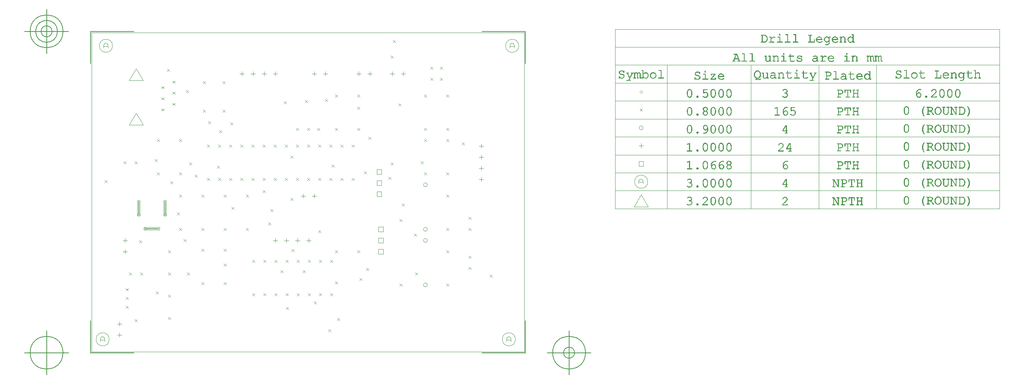
<source format=gbr>
G04 Generated by Ultiboard 14.2 *
%FSLAX34Y34*%
%MOMM*%

%ADD10C,0.0001*%
%ADD11C,0.1000*%
%ADD12C,0.0100*%
%ADD13C,0.0010*%
%ADD14C,0.1270*%


G04 ColorRGB 000000 for the following layer *
%LNDrill Symbols-Copper Top-Copper Bottom*%
%LPD*%
G54D11*
X63500Y33100D02*
X63500Y43100D01*
X58500Y38100D02*
X68500Y38100D01*
X63500Y58500D02*
X63500Y68500D01*
X58500Y63500D02*
X68500Y63500D01*
X76200Y249000D02*
X76200Y259000D01*
X71200Y254000D02*
X81200Y254000D01*
X71200Y228600D02*
X81200Y228600D01*
X76200Y223600D02*
X76200Y233600D01*
X655066Y274066D02*
X665734Y274066D01*
X665734Y284734D01*
X655066Y284734D01*
X655066Y274066D01*
X655066Y223266D02*
X665734Y223266D01*
X665734Y233934D01*
X655066Y233934D01*
X655066Y223266D01*
X655066Y248666D02*
X665734Y248666D01*
X665734Y259334D01*
X655066Y259334D01*
X655066Y248666D01*
X444500Y249000D02*
X444500Y259000D01*
X439500Y254000D02*
X449500Y254000D01*
X469900Y249000D02*
X469900Y259000D01*
X464900Y254000D02*
X474900Y254000D01*
X490300Y254000D02*
X500300Y254000D01*
X495300Y249000D02*
X495300Y259000D01*
X414100Y254000D02*
X424100Y254000D01*
X419100Y249000D02*
X419100Y259000D01*
X650991Y405141D02*
X661659Y405141D01*
X661659Y415809D01*
X650991Y415809D01*
X650991Y405141D01*
X650991Y354341D02*
X661659Y354341D01*
X661659Y365009D01*
X650991Y365009D01*
X650991Y354341D01*
X650991Y379741D02*
X661659Y379741D01*
X661659Y390409D01*
X650991Y390409D01*
X650991Y379741D01*
X508000Y350600D02*
X508000Y360600D01*
X503000Y355600D02*
X513000Y355600D01*
X477600Y355600D02*
X487600Y355600D01*
X482600Y350600D02*
X482600Y360600D01*
X889000Y439500D02*
X889000Y449500D01*
X884000Y444500D02*
X894000Y444500D01*
X884000Y419100D02*
X894000Y419100D01*
X889000Y414100D02*
X889000Y424100D01*
X889000Y388700D02*
X889000Y398700D01*
X884000Y393700D02*
X894000Y393700D01*
X889000Y464900D02*
X889000Y474900D01*
X884000Y469900D02*
X894000Y469900D01*
X85665Y517465D02*
X117665Y517465D01*
X101665Y544779D01*
X85665Y517465D01*
X85674Y619382D02*
X117674Y619382D01*
X101674Y646696D01*
X85674Y619382D01*
X680800Y635000D02*
X690800Y635000D01*
X685800Y630000D02*
X685800Y640000D01*
X711200Y630000D02*
X711200Y640000D01*
X706200Y635000D02*
X716200Y635000D01*
X368300Y630000D02*
X368300Y640000D01*
X363300Y635000D02*
X373300Y635000D01*
X393700Y630000D02*
X393700Y640000D01*
X388700Y635000D02*
X398700Y635000D01*
X414100Y635000D02*
X424100Y635000D01*
X419100Y630000D02*
X419100Y640000D01*
X337900Y635000D02*
X347900Y635000D01*
X342900Y630000D02*
X342900Y640000D01*
X533400Y630000D02*
X533400Y640000D01*
X528400Y635000D02*
X538400Y635000D01*
X508000Y630000D02*
X508000Y640000D01*
X503000Y635000D02*
X513000Y635000D01*
X635000Y630000D02*
X635000Y640000D01*
X630000Y635000D02*
X640000Y635000D01*
X609600Y630000D02*
X609600Y640000D01*
X604600Y635000D02*
X614600Y635000D01*
X27187Y694214D02*
X27187Y700643D01*
X30520Y704929D01*
X33853Y704929D01*
X37187Y700643D01*
X37187Y694214D01*
X27187Y697429D02*
X37187Y697429D01*
X18020Y698500D02*
G75*
D01*
G02X18020Y698500I15000J0*
G01*
X946667Y23654D02*
X946667Y30083D01*
X950000Y34369D01*
X953333Y34369D01*
X956667Y30083D01*
X956667Y23654D01*
X946667Y26869D02*
X956667Y26869D01*
X937500Y27940D02*
G75*
D01*
G02X937500Y27940I15000J0*
G01*
X19567Y23654D02*
X19567Y30083D01*
X22900Y34369D01*
X26233Y34369D01*
X29567Y30083D01*
X29567Y23654D01*
X19567Y26869D02*
X29567Y26869D01*
X10400Y27940D02*
G75*
D01*
G02X10400Y27940I15000J0*
G01*
X954287Y694214D02*
X954287Y700643D01*
X957620Y704929D01*
X960953Y704929D01*
X964287Y700643D01*
X964287Y694214D01*
X954287Y697429D02*
X964287Y697429D01*
X945120Y698500D02*
G75*
D01*
G02X945120Y698500I15000J0*
G01*
X1238349Y331025D02*
X1270349Y331025D01*
X1254349Y358338D01*
X1238349Y331025D01*
X1248515Y383739D02*
X1248515Y390167D01*
X1251849Y394453D01*
X1255182Y394453D01*
X1258515Y390167D01*
X1258515Y383739D01*
X1248515Y386953D02*
X1258515Y386953D01*
X1239349Y388025D02*
G75*
D01*
G02X1239349Y388025I15000J0*
G01*
X1249015Y423691D02*
X1259683Y423691D01*
X1259683Y434359D01*
X1249015Y434359D01*
X1249015Y423691D01*
X1254349Y465025D02*
X1254349Y475025D01*
X1249349Y470025D02*
X1259349Y470025D01*
G54D12*
X540732Y45432D02*
X546388Y51088D01*
X540732Y51088D02*
X546388Y45432D01*
X98772Y68292D02*
X104428Y73948D01*
X98772Y73948D02*
X104428Y68292D01*
X78494Y138972D02*
X84151Y144628D01*
X78494Y144628D02*
X84151Y138972D01*
X78494Y124678D02*
X84151Y119022D01*
X78494Y119022D02*
X84151Y124678D01*
X78494Y104728D02*
X84151Y99072D01*
X78494Y99072D02*
X84151Y104728D01*
X174972Y73372D02*
X180628Y79028D01*
X174972Y79028D02*
X180628Y73372D01*
X174972Y124172D02*
X180628Y129828D01*
X174972Y129828D02*
X180628Y124172D01*
X561052Y76488D02*
X566708Y70832D01*
X561052Y70832D02*
X566708Y76488D01*
X444212Y101888D02*
X449868Y96232D01*
X444212Y96232D02*
X449868Y101888D01*
X507712Y114588D02*
X513368Y108932D01*
X507712Y108932D02*
X513368Y114588D01*
X367314Y209241D02*
X372971Y203584D01*
X367314Y203584D02*
X372971Y209241D01*
X418114Y133041D02*
X423771Y127384D01*
X418114Y127384D02*
X423771Y133041D01*
X392714Y127384D02*
X398371Y133041D01*
X392714Y133041D02*
X398371Y127384D01*
X443514Y133041D02*
X449171Y127384D01*
X443514Y127384D02*
X449171Y133041D01*
X494314Y127384D02*
X499971Y133041D01*
X494314Y133041D02*
X499971Y127384D01*
X468914Y127384D02*
X474571Y133041D01*
X468914Y133041D02*
X474571Y127384D01*
X519714Y133041D02*
X525371Y127384D01*
X519714Y127384D02*
X525371Y133041D01*
X545114Y133041D02*
X550771Y127384D01*
X545114Y127384D02*
X550771Y133041D01*
X519714Y203584D02*
X525371Y209241D01*
X519714Y209241D02*
X525371Y203584D01*
X443514Y203584D02*
X449171Y209241D01*
X443514Y209241D02*
X449171Y203584D01*
X418114Y203584D02*
X423771Y209241D01*
X418114Y209241D02*
X423771Y203584D01*
X392714Y203584D02*
X398371Y209241D01*
X392714Y209241D02*
X398371Y203584D01*
X494314Y209241D02*
X499971Y203584D01*
X494314Y203584D02*
X499971Y209241D01*
X468914Y203584D02*
X474571Y209241D01*
X468914Y209241D02*
X474571Y203584D01*
X545114Y209241D02*
X550771Y203584D01*
X545114Y203584D02*
X550771Y209241D01*
X367314Y133041D02*
X372971Y127384D01*
X367314Y127384D02*
X372971Y133041D01*
X147032Y131792D02*
X152688Y137448D01*
X147032Y137448D02*
X152688Y131792D01*
X703292Y149572D02*
X708948Y155228D01*
X703292Y155228D02*
X708948Y149572D01*
X174972Y174972D02*
X180628Y180628D01*
X174972Y180628D02*
X180628Y174972D01*
X174972Y225772D02*
X180628Y231428D01*
X174972Y231428D02*
X180628Y225772D01*
X251172Y152784D02*
X256828Y158441D01*
X251172Y158441D02*
X256828Y152784D01*
X251172Y228984D02*
X256828Y234641D01*
X251172Y234641D02*
X256828Y228984D01*
X301972Y228984D02*
X307628Y234641D01*
X301972Y234641D02*
X307628Y228984D01*
X301972Y158441D02*
X307628Y152784D01*
X301972Y152784D02*
X307628Y158441D01*
X555972Y154652D02*
X561628Y160308D01*
X555972Y160308D02*
X561628Y154652D01*
X611852Y162272D02*
X617508Y167928D01*
X611852Y167928D02*
X617508Y162272D01*
X757500Y152400D02*
G75*
D01*
G02X757500Y152400I4500J0*
G01*
X757500Y254000D02*
G75*
D01*
G02X757500Y254000I4500J0*
G01*
X809972Y231428D02*
X815628Y225772D01*
X809972Y225772D02*
X815628Y231428D01*
X809972Y155228D02*
X815628Y149572D01*
X809972Y149572D02*
X815628Y155228D01*
X909032Y175548D02*
X914688Y169892D01*
X909032Y169892D02*
X914688Y175548D01*
X86072Y180628D02*
X91728Y174972D01*
X86072Y174972D02*
X91728Y180628D01*
X111472Y180628D02*
X117128Y174972D01*
X111472Y174972D02*
X117128Y180628D01*
X218152Y180628D02*
X223808Y174972D01*
X218152Y174972D02*
X223808Y180628D01*
X431512Y185708D02*
X437168Y180052D01*
X431512Y180052D02*
X437168Y185708D01*
X482312Y185708D02*
X487968Y180052D01*
X482312Y180052D02*
X487968Y185708D01*
X627092Y190788D02*
X632748Y185132D01*
X627092Y185132D02*
X632748Y190788D01*
X738852Y174972D02*
X744508Y180628D01*
X738852Y180628D02*
X744508Y174972D01*
X860772Y187672D02*
X866428Y193328D01*
X860772Y193328D02*
X866428Y187672D01*
X860772Y218728D02*
X866428Y213072D01*
X860772Y213072D02*
X866428Y218728D01*
X301972Y195292D02*
X307628Y200948D01*
X301972Y200948D02*
X307628Y195292D01*
X456912Y228312D02*
X462568Y233968D01*
X456912Y233968D02*
X462568Y228312D01*
X108932Y254288D02*
X114588Y248632D01*
X108932Y248632D02*
X114588Y254288D01*
X107900Y309444D02*
X111436Y312980D01*
X107900Y316516D01*
X104364Y312980D01*
X107900Y309444D01*
X107900Y312980D02*
X107900Y342980D01*
X106900Y342980D01*
X106900Y312980D01*
X107900Y312980D01*
X167900Y309444D02*
X171436Y312980D01*
X167900Y316516D01*
X164364Y312980D01*
X167900Y309444D01*
X167900Y312980D02*
X167900Y342980D01*
X166900Y342980D01*
X166900Y312980D01*
X167900Y312980D01*
X122400Y276944D02*
X125936Y280480D01*
X122400Y284016D01*
X118864Y280480D01*
X122400Y276944D01*
X122400Y280480D02*
X152400Y280480D01*
X152400Y281480D01*
X122400Y281480D01*
X122400Y280480D01*
X210532Y251172D02*
X216188Y256828D01*
X210532Y256828D02*
X216188Y251172D01*
X736312Y263872D02*
X741968Y269528D01*
X736312Y269528D02*
X741968Y263872D01*
X200372Y358428D02*
X206028Y352772D01*
X200372Y352772D02*
X206028Y358428D01*
X200372Y282228D02*
X206028Y276572D01*
X200372Y276572D02*
X206028Y282228D01*
X251172Y282228D02*
X256828Y276572D01*
X251172Y276572D02*
X256828Y282228D01*
X251172Y358428D02*
X256828Y352772D01*
X251172Y352772D02*
X256828Y358428D01*
X301972Y276572D02*
X307628Y282228D01*
X301972Y282228D02*
X307628Y276572D01*
X301972Y358428D02*
X307628Y352772D01*
X301972Y352772D02*
X307628Y358428D01*
X352772Y358428D02*
X358428Y352772D01*
X352772Y352772D02*
X358428Y358428D01*
X352772Y276572D02*
X358428Y282228D01*
X352772Y282228D02*
X358428Y276572D01*
X403572Y294928D02*
X409228Y289272D01*
X403572Y289272D02*
X409228Y294928D01*
X517872Y271492D02*
X523528Y277148D01*
X517872Y277148D02*
X523528Y271492D01*
X757500Y381000D02*
G75*
D01*
G02X757500Y381000I4500J0*
G01*
X757500Y279400D02*
G75*
D01*
G02X757500Y279400I4500J0*
G01*
X809972Y276572D02*
X815628Y282228D01*
X809972Y282228D02*
X815628Y276572D01*
X809972Y352772D02*
X815628Y358428D01*
X809972Y358428D02*
X815628Y352772D01*
X860772Y301972D02*
X866428Y307628D01*
X860772Y307628D02*
X866428Y301972D01*
X860772Y276572D02*
X866428Y282228D01*
X860772Y282228D02*
X866428Y276572D01*
X703292Y302548D02*
X708948Y296892D01*
X703292Y296892D02*
X708948Y302548D01*
X195292Y317788D02*
X200948Y312132D01*
X195292Y312132D02*
X200948Y317788D01*
X319752Y324832D02*
X325408Y330488D01*
X319752Y330488D02*
X325408Y324832D01*
X408652Y319752D02*
X414308Y325408D01*
X408652Y325408D02*
X414308Y319752D01*
X454372Y345152D02*
X460028Y350808D01*
X454372Y350808D02*
X460028Y345152D01*
X708372Y332452D02*
X714028Y338108D01*
X708372Y338108D02*
X714028Y332452D01*
X390872Y368588D02*
X396528Y362932D01*
X390872Y362932D02*
X396528Y368588D01*
X30192Y391448D02*
X35848Y385792D01*
X30192Y385792D02*
X35848Y391448D01*
X180052Y383252D02*
X185708Y388908D01*
X180052Y388908D02*
X185708Y383252D01*
X149572Y409228D02*
X155228Y403572D01*
X149572Y403572D02*
X155228Y409228D01*
X149572Y479772D02*
X155228Y485428D01*
X149572Y485428D02*
X155228Y479772D01*
X200372Y485428D02*
X206028Y479772D01*
X200372Y479772D02*
X206028Y485428D01*
X200372Y409228D02*
X206028Y403572D01*
X200372Y403572D02*
X206028Y409228D01*
X235932Y404148D02*
X241588Y398492D01*
X235932Y398492D02*
X241588Y404148D01*
X289272Y390972D02*
X294928Y396628D01*
X289272Y396628D02*
X294928Y390972D01*
X314672Y390972D02*
X320328Y396628D01*
X314672Y396628D02*
X320328Y390972D01*
X340072Y390972D02*
X345728Y396628D01*
X340072Y396628D02*
X345728Y390972D01*
X365472Y390972D02*
X371128Y396628D01*
X365472Y396628D02*
X371128Y390972D01*
X390872Y390972D02*
X396528Y396628D01*
X390872Y396628D02*
X396528Y390972D01*
X416272Y390972D02*
X421928Y396628D01*
X416272Y396628D02*
X421928Y390972D01*
X441672Y390972D02*
X447328Y396628D01*
X441672Y396628D02*
X447328Y390972D01*
X467072Y396628D02*
X472728Y390972D01*
X467072Y390972D02*
X472728Y396628D01*
X492472Y390972D02*
X498128Y396628D01*
X492472Y396628D02*
X498128Y390972D01*
X517872Y390972D02*
X523528Y396628D01*
X517872Y396628D02*
X523528Y390972D01*
X543272Y396628D02*
X548928Y390972D01*
X543272Y390972D02*
X548928Y396628D01*
X568672Y390972D02*
X574328Y396628D01*
X568672Y396628D02*
X574328Y390972D01*
X594072Y396628D02*
X599728Y390972D01*
X594072Y390972D02*
X599728Y396628D01*
X263872Y472628D02*
X269528Y466972D01*
X263872Y466972D02*
X269528Y472628D01*
X289272Y466972D02*
X294928Y472628D01*
X289272Y472628D02*
X294928Y466972D01*
X314672Y466972D02*
X320328Y472628D01*
X314672Y472628D02*
X320328Y466972D01*
X340072Y472628D02*
X345728Y466972D01*
X340072Y466972D02*
X345728Y472628D01*
X365472Y472628D02*
X371128Y466972D01*
X365472Y466972D02*
X371128Y472628D01*
X390872Y466972D02*
X396528Y472628D01*
X390872Y472628D02*
X396528Y466972D01*
X416272Y472628D02*
X421928Y466972D01*
X416272Y466972D02*
X421928Y472628D01*
X441672Y472628D02*
X447328Y466972D01*
X441672Y466972D02*
X447328Y472628D01*
X467072Y466972D02*
X472728Y472628D01*
X467072Y472628D02*
X472728Y466972D01*
X492472Y472628D02*
X498128Y466972D01*
X492472Y466972D02*
X498128Y472628D01*
X517872Y466972D02*
X523528Y472628D01*
X517872Y472628D02*
X523528Y466972D01*
X543272Y472628D02*
X548928Y466972D01*
X543272Y466972D02*
X548928Y472628D01*
X568672Y472628D02*
X574328Y466972D01*
X568672Y466972D02*
X574328Y472628D01*
X594072Y472628D02*
X599728Y466972D01*
X594072Y466972D02*
X599728Y472628D01*
X263872Y396628D02*
X269528Y390972D01*
X263872Y390972D02*
X269528Y396628D01*
X622012Y411768D02*
X627668Y406112D01*
X622012Y406112D02*
X627668Y411768D01*
X677892Y399068D02*
X683548Y393412D01*
X677892Y393412D02*
X683548Y399068D01*
X759172Y403572D02*
X764828Y409228D01*
X759172Y409228D02*
X764828Y403572D01*
X759172Y479772D02*
X764828Y485428D01*
X759172Y485428D02*
X764828Y479772D01*
X809972Y403572D02*
X815628Y409228D01*
X809972Y409228D02*
X815628Y403572D01*
X809972Y485428D02*
X815628Y479772D01*
X809972Y479772D02*
X815628Y485428D01*
X98772Y428972D02*
X104428Y434628D01*
X98772Y434628D02*
X104428Y428972D01*
X73372Y428972D02*
X79028Y434628D01*
X73372Y434628D02*
X79028Y428972D01*
X223232Y432088D02*
X228888Y426432D01*
X223232Y426432D02*
X228888Y432088D01*
X286732Y424468D02*
X292388Y418812D01*
X286732Y418812D02*
X292388Y424468D01*
X548352Y421352D02*
X554008Y427008D01*
X548352Y427008D02*
X554008Y421352D01*
X682972Y426432D02*
X688628Y432088D01*
X682972Y432088D02*
X688628Y426432D01*
X751552Y434628D02*
X757208Y428972D01*
X751552Y428972D02*
X757208Y434628D01*
X144492Y434052D02*
X150148Y439708D01*
X144492Y439708D02*
X150148Y434052D01*
X454372Y441672D02*
X460028Y447328D01*
X454372Y447328D02*
X460028Y441672D01*
X632172Y484852D02*
X637828Y490508D01*
X632172Y490508D02*
X637828Y484852D01*
X845532Y477808D02*
X851188Y472152D01*
X845532Y472152D02*
X851188Y477808D01*
X291812Y500092D02*
X297468Y505748D01*
X291812Y505748D02*
X297468Y500092D01*
X467072Y505172D02*
X472728Y510828D01*
X467072Y510828D02*
X472728Y505172D01*
X492472Y510828D02*
X498128Y505172D01*
X492472Y505172D02*
X498128Y510828D01*
X515332Y510828D02*
X520988Y505172D01*
X515332Y505172D02*
X520988Y510828D01*
X555972Y581372D02*
X561628Y587028D01*
X555972Y587028D02*
X561628Y581372D01*
X555972Y505172D02*
X561628Y510828D01*
X555972Y510828D02*
X561628Y505172D01*
X606772Y587028D02*
X612428Y581372D01*
X606772Y581372D02*
X612428Y587028D01*
X606772Y510828D02*
X612428Y505172D01*
X606772Y505172D02*
X612428Y510828D01*
X759172Y505172D02*
X764828Y510828D01*
X759172Y510828D02*
X764828Y505172D01*
X759172Y581372D02*
X764828Y587028D01*
X759172Y587028D02*
X764828Y581372D01*
X809972Y587028D02*
X815628Y581372D01*
X809972Y581372D02*
X815628Y587028D01*
X809972Y510828D02*
X815628Y505172D01*
X809972Y505172D02*
X815628Y510828D01*
X185132Y562322D02*
X190788Y567978D01*
X185132Y567978D02*
X190788Y562322D01*
X185132Y587722D02*
X190788Y593378D01*
X185132Y593378D02*
X190788Y587722D01*
X159732Y555278D02*
X165388Y549622D01*
X159732Y549622D02*
X165388Y555278D01*
X159732Y580678D02*
X165388Y575022D01*
X159732Y575022D02*
X165388Y580678D01*
X159732Y606078D02*
X165388Y600422D01*
X159732Y600422D02*
X165388Y606078D01*
X185132Y613122D02*
X190788Y618778D01*
X185132Y618778D02*
X190788Y613122D01*
X266412Y520412D02*
X272068Y526068D01*
X266412Y526068D02*
X272068Y520412D01*
X317212Y523528D02*
X322868Y517872D01*
X317212Y517872D02*
X322868Y523528D01*
X254558Y617508D02*
X260215Y611852D01*
X254558Y611852D02*
X260215Y617508D01*
X254558Y546658D02*
X260215Y552315D01*
X254558Y552315D02*
X260215Y546658D01*
X299432Y611852D02*
X305088Y617508D01*
X299432Y617508D02*
X305088Y611852D01*
X299432Y552315D02*
X305088Y546658D01*
X299432Y546658D02*
X305088Y552315D01*
X439132Y566132D02*
X444788Y571788D01*
X439132Y571788D02*
X444788Y566132D01*
X487392Y574328D02*
X493048Y568672D01*
X487392Y568672D02*
X493048Y574328D01*
X606772Y559088D02*
X612428Y553432D01*
X606772Y553432D02*
X612428Y559088D01*
X700752Y561052D02*
X706408Y566708D01*
X700752Y566708D02*
X706408Y561052D01*
X533112Y576868D02*
X538768Y571212D01*
X533112Y571212D02*
X538768Y576868D01*
X215612Y591532D02*
X221268Y597188D01*
X215612Y597188D02*
X221268Y591532D01*
X795622Y619472D02*
X801278Y625128D01*
X795622Y625128D02*
X801278Y619472D01*
X773522Y619472D02*
X779178Y625128D01*
X773522Y625128D02*
X779178Y619472D01*
X773522Y650528D02*
X779178Y644872D01*
X773522Y644872D02*
X779178Y650528D01*
X795622Y650528D02*
X801278Y644872D01*
X795622Y644872D02*
X801278Y650528D01*
X172432Y639792D02*
X178088Y645448D01*
X172432Y645448D02*
X178088Y639792D01*
X682972Y670272D02*
X688628Y675928D01*
X682972Y675928D02*
X688628Y670272D01*
X688052Y705832D02*
X693708Y711488D01*
X688052Y711488D02*
X693708Y705832D01*
X606772Y225772D02*
X612428Y231428D01*
X606772Y231428D02*
X612428Y225772D01*
X555972Y225772D02*
X561628Y231428D01*
X555972Y231428D02*
X561628Y225772D01*
X1249849Y511025D02*
G75*
D01*
G02X1249849Y511025I4500J0*
G01*
X1251520Y554853D02*
X1257177Y549196D01*
X1251520Y549196D02*
X1257177Y554853D01*
X1254349Y589489D02*
X1257884Y593025D01*
X1254349Y596560D01*
X1250813Y593025D01*
X1254349Y589489D01*
G54D13*
G36*
X1367331Y351595D02*
X1367331Y351595D01*
X1367411Y353093D01*
X1366724Y352056D01*
X1367331Y351595D01*
D02*
G37*
X1367411Y353093D01*
X1366724Y352056D01*
X1367331Y351595D01*
G36*
X1367411Y353093D02*
X1367411Y353093D01*
X1367331Y351595D01*
X1367825Y351047D01*
X1367411Y353093D01*
D02*
G37*
X1367331Y351595D01*
X1367825Y351047D01*
X1367411Y353093D01*
G36*
X1367825Y351047D02*
X1367825Y351047D01*
X1368210Y352481D01*
X1367411Y353093D01*
X1367825Y351047D01*
D02*
G37*
X1368210Y352481D01*
X1367411Y353093D01*
X1367825Y351047D01*
G36*
X1368210Y352481D02*
X1368210Y352481D01*
X1367825Y351047D01*
X1368389Y349832D01*
X1368210Y352481D01*
D02*
G37*
X1367825Y351047D01*
X1368389Y349832D01*
X1368210Y352481D01*
G36*
X1368389Y349832D02*
X1368389Y349832D01*
X1368864Y351748D01*
X1368210Y352481D01*
X1368389Y349832D01*
D02*
G37*
X1368864Y351748D01*
X1368210Y352481D01*
X1368389Y349832D01*
G36*
X1368864Y351748D02*
X1368864Y351748D01*
X1368389Y349832D01*
X1368459Y349163D01*
X1368864Y351748D01*
D02*
G37*
X1368389Y349832D01*
X1368459Y349163D01*
X1368864Y351748D01*
G36*
X1368459Y349163D02*
X1368459Y349163D01*
X1368986Y346819D01*
X1368864Y351748D01*
X1368459Y349163D01*
D02*
G37*
X1368986Y346819D01*
X1368864Y351748D01*
X1368459Y349163D01*
G36*
X1368986Y346819D02*
X1368986Y346819D01*
X1368459Y349163D01*
X1368392Y348517D01*
X1368986Y346819D01*
D02*
G37*
X1368459Y349163D01*
X1368392Y348517D01*
X1368986Y346819D01*
G36*
X1368392Y348517D02*
X1368392Y348517D01*
X1368100Y345831D01*
X1368986Y346819D01*
X1368392Y348517D01*
D02*
G37*
X1368100Y345831D01*
X1368986Y346819D01*
X1368392Y348517D01*
G36*
X1368100Y345831D02*
X1368100Y345831D01*
X1368392Y348517D01*
X1367854Y347345D01*
X1368100Y345831D01*
D02*
G37*
X1368392Y348517D01*
X1367854Y347345D01*
X1368100Y345831D01*
G36*
X1367854Y347345D02*
X1367854Y347345D01*
X1367382Y346819D01*
X1368100Y345831D01*
X1367854Y347345D01*
D02*
G37*
X1367382Y346819D01*
X1368100Y345831D01*
X1367854Y347345D01*
G36*
X1363164Y352540D02*
X1363164Y352540D01*
X1363289Y353802D01*
X1362043Y352210D01*
X1363164Y352540D01*
D02*
G37*
X1363289Y353802D01*
X1362043Y352210D01*
X1363164Y352540D01*
G36*
X1363289Y353802D02*
X1363289Y353802D01*
X1363164Y352540D01*
X1364387Y352650D01*
X1363289Y353802D01*
D02*
G37*
X1363164Y352540D01*
X1364387Y352650D01*
X1363289Y353802D01*
G36*
X1364387Y352650D02*
X1364387Y352650D01*
X1364387Y353880D01*
X1363289Y353802D01*
X1364387Y352650D01*
D02*
G37*
X1364387Y353880D01*
X1363289Y353802D01*
X1364387Y352650D01*
G36*
X1364387Y353880D02*
X1364387Y353880D01*
X1364387Y352650D01*
X1365252Y352584D01*
X1364387Y353880D01*
D02*
G37*
X1364387Y352650D01*
X1365252Y352584D01*
X1364387Y353880D01*
G36*
X1365252Y352584D02*
X1365252Y352584D01*
X1365499Y353793D01*
X1364387Y353880D01*
X1365252Y352584D01*
D02*
G37*
X1365499Y353793D01*
X1364387Y353880D01*
X1365252Y352584D01*
G36*
X1365499Y353793D02*
X1365499Y353793D01*
X1365252Y352584D01*
X1366724Y352056D01*
X1365499Y353793D01*
D02*
G37*
X1365252Y352584D01*
X1366724Y352056D01*
X1365499Y353793D01*
G36*
X1366724Y352056D02*
X1366724Y352056D01*
X1367411Y353093D01*
X1365499Y353793D01*
X1366724Y352056D01*
D02*
G37*
X1367411Y353093D01*
X1365499Y353793D01*
X1366724Y352056D01*
G36*
X1360329Y351009D02*
X1360329Y351009D01*
X1360359Y352635D01*
X1360122Y350773D01*
X1360329Y351009D01*
D02*
G37*
X1360359Y352635D01*
X1360122Y350773D01*
X1360329Y351009D01*
G36*
X1360359Y352635D02*
X1360359Y352635D01*
X1360329Y351009D01*
X1361080Y351690D01*
X1360359Y352635D01*
D02*
G37*
X1360329Y351009D01*
X1361080Y351690D01*
X1360359Y352635D01*
G36*
X1361080Y351690D02*
X1361080Y351690D01*
X1361275Y353180D01*
X1360359Y352635D01*
X1361080Y351690D01*
D02*
G37*
X1361275Y353180D01*
X1360359Y352635D01*
X1361080Y351690D01*
G36*
X1361275Y353180D02*
X1361275Y353180D01*
X1361080Y351690D01*
X1362043Y352210D01*
X1361275Y353180D01*
D02*
G37*
X1361080Y351690D01*
X1362043Y352210D01*
X1361275Y353180D01*
G36*
X1362043Y352210D02*
X1362043Y352210D01*
X1363289Y353802D01*
X1361275Y353180D01*
X1362043Y352210D01*
D02*
G37*
X1363289Y353802D01*
X1361275Y353180D01*
X1362043Y352210D01*
G36*
X1360359Y352635D02*
X1360359Y352635D01*
X1359403Y351818D01*
X1359454Y350626D01*
X1360359Y352635D01*
D02*
G37*
X1359403Y351818D01*
X1359454Y350626D01*
X1360359Y352635D01*
G36*
X1360359Y352635D01*
X1359454Y350626D01*
X1359685Y350584D01*
X1360359Y352635D01*
D02*
G37*
X1359454Y350626D01*
X1359685Y350584D01*
X1360359Y352635D01*
G36*
X1360359Y352635D01*
X1359685Y350584D01*
X1359837Y350601D01*
X1360359Y352635D01*
D02*
G37*
X1359685Y350584D01*
X1359837Y350601D01*
X1360359Y352635D01*
G36*
X1360359Y352635D01*
X1359837Y350601D01*
X1359970Y350650D01*
X1360359Y352635D01*
D02*
G37*
X1359837Y350601D01*
X1359970Y350650D01*
X1360359Y352635D01*
G36*
X1360359Y352635D01*
X1359970Y350650D01*
X1360122Y350773D01*
X1360359Y352635D01*
D02*
G37*
X1359970Y350650D01*
X1360122Y350773D01*
X1360359Y352635D01*
G36*
X1359403Y351818D02*
X1359403Y351818D01*
X1359084Y351155D01*
X1359128Y350937D01*
X1359403Y351818D01*
D02*
G37*
X1359084Y351155D01*
X1359128Y350937D01*
X1359403Y351818D01*
G36*
X1359403Y351818D01*
X1359128Y350937D01*
X1359260Y350753D01*
X1359403Y351818D01*
D02*
G37*
X1359128Y350937D01*
X1359260Y350753D01*
X1359403Y351818D01*
G36*
X1359403Y351818D01*
X1359260Y350753D01*
X1359454Y350626D01*
X1359403Y351818D01*
D02*
G37*
X1359260Y350753D01*
X1359454Y350626D01*
X1359403Y351818D01*
G36*
X1369611Y350082D02*
X1369611Y350082D01*
X1368864Y351748D01*
X1368986Y346819D01*
X1369611Y350082D01*
D02*
G37*
X1368864Y351748D01*
X1368986Y346819D01*
X1369611Y350082D01*
G36*
X1369611Y350082D01*
X1368986Y346819D01*
X1369525Y347951D01*
X1369611Y350082D01*
D02*
G37*
X1368986Y346819D01*
X1369525Y347951D01*
X1369611Y350082D01*
G36*
X1369611Y350082D01*
X1369525Y347951D01*
X1369704Y349149D01*
X1369611Y350082D01*
D02*
G37*
X1369525Y347951D01*
X1369704Y349149D01*
X1369611Y350082D01*
G36*
X1367382Y346819D02*
X1367382Y346819D01*
X1366877Y345062D01*
X1368100Y345831D01*
X1367382Y346819D01*
D02*
G37*
X1366877Y345062D01*
X1368100Y345831D01*
X1367382Y346819D01*
G36*
X1366877Y345062D02*
X1366877Y345062D01*
X1367382Y346819D01*
X1366808Y346377D01*
X1366877Y345062D01*
D02*
G37*
X1367382Y346819D01*
X1366808Y346377D01*
X1366877Y345062D01*
G36*
X1366808Y346377D02*
X1366808Y346377D01*
X1366379Y343985D01*
X1366877Y345062D01*
X1366808Y346377D01*
D02*
G37*
X1366379Y343985D01*
X1366877Y345062D01*
X1366808Y346377D01*
G36*
X1366379Y343985D02*
X1366379Y343985D01*
X1366808Y346377D01*
X1365442Y345872D01*
X1366379Y343985D01*
D02*
G37*
X1366808Y346377D01*
X1365442Y345872D01*
X1366379Y343985D01*
G36*
X1365442Y345872D02*
X1365442Y345872D01*
X1365039Y344441D01*
X1366379Y343985D01*
X1365442Y345872D01*
D02*
G37*
X1365039Y344441D01*
X1366379Y343985D01*
X1365442Y345872D01*
G36*
X1365039Y344441D02*
X1365039Y344441D01*
X1365442Y345872D01*
X1364651Y345809D01*
X1365039Y344441D01*
D02*
G37*
X1365442Y345872D01*
X1364651Y345809D01*
X1365039Y344441D01*
G36*
X1364651Y345809D02*
X1364651Y345809D01*
X1363684Y344593D01*
X1365039Y344441D01*
X1364651Y345809D01*
D02*
G37*
X1363684Y344593D01*
X1365039Y344441D01*
X1364651Y345809D01*
G36*
X1363684Y344593D02*
X1363684Y344593D01*
X1364651Y345809D01*
X1363596Y345823D01*
X1363684Y344593D01*
D02*
G37*
X1364651Y345809D01*
X1363596Y345823D01*
X1363684Y344593D01*
G36*
X1363596Y345823D02*
X1363596Y345823D01*
X1363307Y344635D01*
X1363684Y344593D01*
X1363596Y345823D01*
D02*
G37*
X1363307Y344635D01*
X1363684Y344593D01*
X1363596Y345823D01*
G36*
X1363307Y344635D02*
X1363307Y344635D01*
X1363596Y345823D01*
X1363275Y345779D01*
X1363307Y344635D01*
D02*
G37*
X1363596Y345823D01*
X1363275Y345779D01*
X1363307Y344635D01*
G36*
X1363275Y345779D02*
X1363275Y345779D01*
X1363054Y344761D01*
X1363307Y344635D01*
X1363275Y345779D01*
D02*
G37*
X1363054Y344761D01*
X1363307Y344635D01*
X1363275Y345779D01*
G36*
X1363054Y344761D02*
X1363054Y344761D01*
X1363275Y345779D01*
X1363047Y345648D01*
X1363054Y344761D01*
D02*
G37*
X1363275Y345779D01*
X1363047Y345648D01*
X1363054Y344761D01*
G36*
X1363047Y345648D02*
X1363047Y345648D01*
X1362911Y344957D01*
X1363054Y344761D01*
X1363047Y345648D01*
D02*
G37*
X1362911Y344957D01*
X1363054Y344761D01*
X1363047Y345648D01*
G36*
X1362911Y344957D02*
X1362911Y344957D01*
X1363047Y345648D01*
X1362909Y345450D01*
X1362911Y344957D01*
D02*
G37*
X1363047Y345648D01*
X1362909Y345450D01*
X1362911Y344957D01*
G36*
X1362909Y345450D02*
X1362909Y345450D01*
X1362863Y345208D01*
X1362911Y344957D01*
X1362909Y345450D01*
D02*
G37*
X1362863Y345208D01*
X1362911Y344957D01*
X1362909Y345450D01*
G36*
X1370140Y341621D02*
X1370140Y341621D01*
X1370251Y339140D01*
X1370363Y340213D01*
X1370140Y341621D01*
D02*
G37*
X1370251Y339140D01*
X1370363Y340213D01*
X1370140Y341621D01*
G36*
X1370251Y339140D02*
X1370251Y339140D01*
X1370140Y341621D01*
X1369470Y342974D01*
X1370251Y339140D01*
D02*
G37*
X1370140Y341621D01*
X1369470Y342974D01*
X1370251Y339140D01*
G36*
X1369470Y342974D02*
X1369470Y342974D01*
X1369354Y337188D01*
X1370251Y339140D01*
X1369470Y342974D01*
D02*
G37*
X1369354Y337188D01*
X1370251Y339140D01*
X1369470Y342974D01*
G36*
X1369354Y337188D02*
X1369354Y337188D01*
X1369470Y342974D01*
X1369133Y340169D01*
X1369354Y337188D01*
D02*
G37*
X1369470Y342974D01*
X1369133Y340169D01*
X1369354Y337188D01*
G36*
X1369133Y340169D02*
X1369133Y340169D01*
X1369043Y339368D01*
X1369354Y337188D01*
X1369133Y340169D01*
D02*
G37*
X1369043Y339368D01*
X1369354Y337188D01*
X1369133Y340169D01*
G36*
X1367556Y343265D02*
X1367556Y343265D01*
X1368375Y344159D01*
X1366877Y345062D01*
X1367556Y343265D01*
D02*
G37*
X1368375Y344159D01*
X1366877Y345062D01*
X1367556Y343265D01*
G36*
X1368375Y344159D02*
X1368375Y344159D01*
X1367556Y343265D01*
X1368423Y342322D01*
X1368375Y344159D01*
D02*
G37*
X1367556Y343265D01*
X1368423Y342322D01*
X1368375Y344159D01*
G36*
X1368423Y342322D02*
X1368423Y342322D01*
X1369470Y342974D01*
X1368375Y344159D01*
X1368423Y342322D01*
D02*
G37*
X1369470Y342974D01*
X1368375Y344159D01*
X1368423Y342322D01*
G36*
X1369470Y342974D02*
X1369470Y342974D01*
X1368423Y342322D01*
X1368955Y341257D01*
X1369470Y342974D01*
D02*
G37*
X1368423Y342322D01*
X1368955Y341257D01*
X1369470Y342974D01*
G36*
X1368955Y341257D02*
X1368955Y341257D01*
X1369133Y340169D01*
X1369470Y342974D01*
X1368955Y341257D01*
D02*
G37*
X1369133Y340169D01*
X1369470Y342974D01*
X1368955Y341257D01*
G36*
X1368569Y336309D02*
X1368569Y336309D01*
X1369354Y337188D01*
X1369043Y339368D01*
X1368569Y336309D01*
D02*
G37*
X1369354Y337188D01*
X1369043Y339368D01*
X1368569Y336309D01*
G36*
X1368569Y336309D01*
X1369043Y339368D01*
X1368321Y337877D01*
X1368569Y336309D01*
D02*
G37*
X1369043Y339368D01*
X1368321Y337877D01*
X1368569Y336309D01*
G36*
X1368569Y336309D01*
X1368321Y337877D01*
X1367690Y337188D01*
X1368569Y336309D01*
D02*
G37*
X1368321Y337877D01*
X1367690Y337188D01*
X1368569Y336309D01*
G36*
X1368569Y336309D01*
X1367690Y337188D01*
X1367615Y335569D01*
X1368569Y336309D01*
D02*
G37*
X1367690Y337188D01*
X1367615Y335569D01*
X1368569Y336309D01*
G36*
X1366925Y336602D02*
X1366925Y336602D01*
X1365134Y335932D01*
X1365371Y334723D01*
X1366925Y336602D01*
D02*
G37*
X1365134Y335932D01*
X1365371Y334723D01*
X1366925Y336602D01*
G36*
X1366925Y336602D01*
X1365371Y334723D01*
X1367615Y335569D01*
X1366925Y336602D01*
D02*
G37*
X1365371Y334723D01*
X1367615Y335569D01*
X1366925Y336602D01*
G36*
X1366925Y336602D01*
X1367615Y335569D01*
X1367690Y337188D01*
X1366925Y336602D01*
D02*
G37*
X1367615Y335569D01*
X1367690Y337188D01*
X1366925Y336602D01*
G36*
X1362468Y334786D02*
X1362468Y334786D01*
X1362858Y335953D01*
X1360798Y335291D01*
X1362468Y334786D01*
D02*
G37*
X1362858Y335953D01*
X1360798Y335291D01*
X1362468Y334786D01*
G36*
X1362858Y335953D02*
X1362858Y335953D01*
X1362468Y334786D01*
X1364079Y334618D01*
X1362858Y335953D01*
D02*
G37*
X1362468Y334786D01*
X1364079Y334618D01*
X1362858Y335953D01*
G36*
X1364079Y334618D02*
X1364079Y334618D01*
X1364109Y335848D01*
X1362858Y335953D01*
X1364079Y334618D01*
D02*
G37*
X1364109Y335848D01*
X1362858Y335953D01*
X1364079Y334618D01*
G36*
X1364109Y335848D02*
X1364109Y335848D01*
X1364079Y334618D01*
X1365371Y334723D01*
X1364109Y335848D01*
D02*
G37*
X1364079Y334618D01*
X1365371Y334723D01*
X1364109Y335848D01*
G36*
X1365371Y334723D02*
X1365371Y334723D01*
X1365134Y335932D01*
X1364109Y335848D01*
X1365371Y334723D01*
D02*
G37*
X1365134Y335932D01*
X1364109Y335848D01*
X1365371Y334723D01*
G36*
X1360456Y336795D02*
X1360456Y336795D01*
X1359304Y337532D01*
X1359355Y335972D01*
X1360456Y336795D01*
D02*
G37*
X1359304Y337532D01*
X1359355Y335972D01*
X1360456Y336795D01*
G36*
X1360456Y336795D01*
X1359355Y335972D01*
X1360798Y335291D01*
X1360456Y336795D01*
D02*
G37*
X1359355Y335972D01*
X1360798Y335291D01*
X1360456Y336795D01*
G36*
X1360456Y336795D01*
X1360798Y335291D01*
X1362858Y335953D01*
X1360456Y336795D01*
D02*
G37*
X1360798Y335291D01*
X1362858Y335953D01*
X1360456Y336795D01*
G36*
X1359355Y335972D02*
X1359355Y335972D01*
X1359304Y337532D01*
X1359026Y337697D01*
X1359355Y335972D01*
D02*
G37*
X1359304Y337532D01*
X1359026Y337697D01*
X1359355Y335972D01*
G36*
X1359355Y335972D01*
X1359026Y337697D01*
X1358777Y337752D01*
X1359355Y335972D01*
D02*
G37*
X1359026Y337697D01*
X1358777Y337752D01*
X1359355Y335972D01*
G36*
X1359355Y335972D01*
X1358777Y337752D01*
X1358559Y337708D01*
X1359355Y335972D01*
D02*
G37*
X1358777Y337752D01*
X1358559Y337708D01*
X1359355Y335972D01*
G36*
X1359355Y335972D01*
X1358559Y337708D01*
X1358425Y336668D01*
X1359355Y335972D01*
D02*
G37*
X1358559Y337708D01*
X1358425Y336668D01*
X1359355Y335972D01*
G36*
X1358374Y337576D02*
X1358374Y337576D01*
X1358247Y337386D01*
X1358260Y336910D01*
X1358374Y337576D01*
D02*
G37*
X1358247Y337386D01*
X1358260Y336910D01*
X1358374Y337576D01*
G36*
X1358374Y337576D01*
X1358260Y336910D01*
X1358425Y336668D01*
X1358374Y337576D01*
D02*
G37*
X1358260Y336910D01*
X1358425Y336668D01*
X1358374Y337576D01*
G36*
X1358374Y337576D01*
X1358425Y336668D01*
X1358559Y337708D01*
X1358374Y337576D01*
D02*
G37*
X1358425Y336668D01*
X1358559Y337708D01*
X1358374Y337576D01*
G36*
X1358260Y336910D02*
X1358260Y336910D01*
X1358247Y337386D01*
X1358205Y337166D01*
X1358260Y336910D01*
D02*
G37*
X1358247Y337386D01*
X1358205Y337166D01*
X1358260Y336910D01*
G36*
X1366877Y345062D02*
X1366877Y345062D01*
X1366379Y343985D01*
X1367556Y343265D01*
X1366877Y345062D01*
D02*
G37*
X1366379Y343985D01*
X1367556Y343265D01*
X1366877Y345062D01*
G36*
X1382097Y338587D02*
X1382097Y338587D01*
X1381344Y338444D01*
X1382097Y338587D01*
D02*
G37*
X1381344Y338444D01*
X1382097Y338587D01*
G36*
X1382097Y338587D01*
X1381344Y338444D01*
X1380698Y338016D01*
X1382097Y338587D01*
D02*
G37*
X1381344Y338444D01*
X1380698Y338016D01*
X1382097Y338587D01*
G36*
X1382097Y338587D01*
X1380698Y338016D01*
X1380253Y337375D01*
X1382097Y338587D01*
D02*
G37*
X1380698Y338016D01*
X1380253Y337375D01*
X1382097Y338587D01*
G36*
X1382097Y338587D01*
X1380253Y337375D01*
X1380105Y336595D01*
X1382097Y338587D01*
D02*
G37*
X1380253Y337375D01*
X1380105Y336595D01*
X1382097Y338587D01*
G36*
X1382097Y338587D01*
X1380105Y336595D01*
X1380251Y335835D01*
X1382097Y338587D01*
D02*
G37*
X1380105Y336595D01*
X1380251Y335835D01*
X1382097Y338587D01*
G36*
X1382097Y338587D01*
X1380251Y335835D01*
X1380691Y335196D01*
X1382097Y338587D01*
D02*
G37*
X1380251Y335835D01*
X1380691Y335196D01*
X1382097Y338587D01*
G36*
X1382097Y338587D01*
X1380691Y335196D01*
X1381335Y334762D01*
X1382097Y338587D01*
D02*
G37*
X1380691Y335196D01*
X1381335Y334762D01*
X1382097Y338587D01*
G36*
X1382097Y338587D01*
X1381335Y334762D01*
X1382097Y334618D01*
X1382097Y338587D01*
D02*
G37*
X1381335Y334762D01*
X1382097Y334618D01*
X1382097Y338587D01*
G36*
X1382097Y338587D01*
X1382097Y334618D01*
X1382624Y334618D01*
X1382097Y338587D01*
D02*
G37*
X1382097Y334618D01*
X1382624Y334618D01*
X1382097Y338587D01*
G36*
X1382097Y338587D01*
X1382624Y334618D01*
X1383377Y334760D01*
X1382097Y338587D01*
D02*
G37*
X1382624Y334618D01*
X1383377Y334760D01*
X1382097Y338587D01*
G36*
X1382097Y338587D01*
X1383377Y334760D01*
X1384023Y335189D01*
X1382097Y338587D01*
D02*
G37*
X1383377Y334760D01*
X1384023Y335189D01*
X1382097Y338587D01*
G36*
X1382097Y338587D01*
X1384023Y335189D01*
X1384468Y335829D01*
X1382097Y338587D01*
D02*
G37*
X1384023Y335189D01*
X1384468Y335829D01*
X1382097Y338587D01*
G36*
X1382097Y338587D01*
X1384468Y335829D01*
X1384616Y336609D01*
X1382097Y338587D01*
D02*
G37*
X1384468Y335829D01*
X1384616Y336609D01*
X1382097Y338587D01*
G36*
X1382097Y338587D01*
X1384616Y336609D01*
X1384470Y337369D01*
X1382097Y338587D01*
D02*
G37*
X1384616Y336609D01*
X1384470Y337369D01*
X1382097Y338587D01*
G36*
X1382097Y338587D01*
X1384470Y337369D01*
X1384030Y338008D01*
X1382097Y338587D01*
D02*
G37*
X1384470Y337369D01*
X1384030Y338008D01*
X1382097Y338587D01*
G36*
X1382097Y338587D01*
X1384030Y338008D01*
X1383386Y338442D01*
X1382097Y338587D01*
D02*
G37*
X1384030Y338008D01*
X1383386Y338442D01*
X1382097Y338587D01*
G36*
X1382097Y338587D01*
X1383386Y338442D01*
X1382624Y338587D01*
X1382097Y338587D01*
D02*
G37*
X1383386Y338442D01*
X1382624Y338587D01*
X1382097Y338587D01*
G36*
X1405754Y335057D02*
X1405754Y335057D01*
X1405754Y336771D01*
X1405710Y337148D01*
X1405754Y335057D01*
D02*
G37*
X1405754Y336771D01*
X1405710Y337148D01*
X1405754Y335057D01*
G36*
X1405754Y335057D01*
X1405710Y337148D01*
X1405578Y337401D01*
X1405754Y335057D01*
D02*
G37*
X1405710Y337148D01*
X1405578Y337401D01*
X1405754Y335057D01*
G36*
X1405754Y335057D01*
X1405578Y337401D01*
X1405381Y337543D01*
X1405754Y335057D01*
D02*
G37*
X1405578Y337401D01*
X1405381Y337543D01*
X1405754Y335057D01*
G36*
X1405754Y335057D01*
X1405381Y337543D01*
X1405139Y337591D01*
X1405754Y335057D01*
D02*
G37*
X1405381Y337543D01*
X1405139Y337591D01*
X1405754Y335057D01*
G36*
X1405754Y335057D01*
X1405139Y337591D01*
X1404886Y337543D01*
X1405754Y335057D01*
D02*
G37*
X1405139Y337591D01*
X1404886Y337543D01*
X1405754Y335057D01*
G36*
X1405754Y335057D01*
X1404886Y337543D01*
X1404685Y337401D01*
X1405754Y335057D01*
D02*
G37*
X1404886Y337543D01*
X1404685Y337401D01*
X1405754Y335057D01*
G36*
X1405754Y335057D01*
X1404685Y337401D01*
X1404553Y337148D01*
X1405754Y335057D01*
D02*
G37*
X1404685Y337401D01*
X1404553Y337148D01*
X1405754Y335057D01*
G36*
X1405754Y335057D01*
X1404553Y337148D01*
X1404509Y336771D01*
X1405754Y335057D01*
D02*
G37*
X1404553Y337148D01*
X1404509Y336771D01*
X1405754Y335057D01*
G36*
X1405754Y335057D01*
X1404509Y336771D01*
X1404509Y336287D01*
X1405754Y335057D01*
D02*
G37*
X1404509Y336771D01*
X1404509Y336287D01*
X1405754Y335057D01*
G36*
X1405754Y335057D01*
X1404509Y336287D01*
X1395061Y336287D01*
X1405754Y335057D01*
D02*
G37*
X1404509Y336287D01*
X1395061Y336287D01*
X1405754Y335057D01*
G36*
X1405754Y335057D01*
X1395061Y336287D01*
X1393860Y335057D01*
X1405754Y335057D01*
D02*
G37*
X1395061Y336287D01*
X1393860Y335057D01*
X1405754Y335057D01*
G36*
X1403425Y346116D02*
X1403425Y346116D01*
X1403584Y344496D01*
X1403943Y346832D01*
X1403425Y346116D01*
D02*
G37*
X1403584Y344496D01*
X1403943Y346832D01*
X1403425Y346116D01*
G36*
X1403584Y344496D02*
X1403584Y344496D01*
X1403425Y346116D01*
X1402550Y345139D01*
X1403584Y344496D01*
D02*
G37*
X1403425Y346116D01*
X1402550Y345139D01*
X1403584Y344496D01*
G36*
X1402550Y345139D02*
X1402550Y345139D01*
X1402121Y343011D01*
X1403584Y344496D01*
X1402550Y345139D01*
D02*
G37*
X1402121Y343011D01*
X1403584Y344496D01*
X1402550Y345139D01*
G36*
X1402121Y343011D02*
X1402121Y343011D01*
X1402550Y345139D01*
X1401154Y343729D01*
X1402121Y343011D01*
D02*
G37*
X1402550Y345139D01*
X1401154Y343729D01*
X1402121Y343011D01*
G36*
X1401154Y343729D02*
X1401154Y343729D01*
X1398188Y339213D01*
X1402121Y343011D01*
X1401154Y343729D01*
D02*
G37*
X1398188Y339213D01*
X1402121Y343011D01*
X1401154Y343729D01*
G36*
X1398188Y339213D02*
X1398188Y339213D01*
X1401154Y343729D01*
X1397558Y340272D01*
X1398188Y339213D01*
D02*
G37*
X1401154Y343729D01*
X1397558Y340272D01*
X1398188Y339213D01*
G36*
X1397558Y340272D02*
X1397558Y340272D01*
X1395061Y336375D01*
X1398188Y339213D01*
X1397558Y340272D01*
D02*
G37*
X1395061Y336375D01*
X1398188Y339213D01*
X1397558Y340272D01*
G36*
X1395061Y336375D02*
X1395061Y336375D01*
X1397558Y340272D01*
X1393860Y336873D01*
X1395061Y336375D01*
D02*
G37*
X1397558Y340272D01*
X1393860Y336873D01*
X1395061Y336375D01*
G36*
X1393860Y336873D02*
X1393860Y336873D01*
X1395061Y336287D01*
X1395061Y336375D01*
X1393860Y336873D01*
D02*
G37*
X1395061Y336287D01*
X1395061Y336375D01*
X1393860Y336873D01*
G36*
X1395061Y336287D02*
X1395061Y336287D01*
X1393860Y336873D01*
X1393860Y335057D01*
X1395061Y336287D01*
D02*
G37*
X1393860Y336873D01*
X1393860Y335057D01*
X1395061Y336287D01*
G36*
X1405636Y349649D02*
X1405636Y349649D01*
X1404808Y351458D01*
X1405086Y346362D01*
X1405636Y349649D01*
D02*
G37*
X1404808Y351458D01*
X1405086Y346362D01*
X1405636Y349649D01*
G36*
X1405636Y349649D01*
X1405086Y346362D01*
X1405461Y347105D01*
X1405636Y349649D01*
D02*
G37*
X1405086Y346362D01*
X1405461Y347105D01*
X1405636Y349649D01*
G36*
X1405636Y349649D01*
X1405461Y347105D01*
X1405670Y347850D01*
X1405636Y349649D01*
D02*
G37*
X1405461Y347105D01*
X1405670Y347850D01*
X1405636Y349649D01*
G36*
X1405636Y349649D01*
X1405670Y347850D01*
X1405739Y348665D01*
X1405636Y349649D01*
D02*
G37*
X1405670Y347850D01*
X1405739Y348665D01*
X1405636Y349649D01*
G36*
X1404516Y345552D02*
X1404516Y345552D01*
X1405086Y346362D01*
X1404808Y351458D01*
X1404516Y345552D01*
D02*
G37*
X1405086Y346362D01*
X1404808Y351458D01*
X1404516Y345552D01*
G36*
X1404516Y345552D01*
X1404808Y351458D01*
X1404494Y348621D01*
X1404516Y345552D01*
D02*
G37*
X1404808Y351458D01*
X1404494Y348621D01*
X1404516Y345552D01*
G36*
X1404516Y345552D01*
X1404494Y348621D01*
X1404438Y348037D01*
X1404516Y345552D01*
D02*
G37*
X1404494Y348621D01*
X1404438Y348037D01*
X1404516Y345552D01*
G36*
X1404516Y345552D01*
X1404438Y348037D01*
X1404267Y347457D01*
X1404516Y345552D01*
D02*
G37*
X1404438Y348037D01*
X1404267Y347457D01*
X1404516Y345552D01*
G36*
X1404516Y345552D01*
X1404267Y347457D01*
X1403943Y346832D01*
X1404516Y345552D01*
D02*
G37*
X1404267Y347457D01*
X1403943Y346832D01*
X1404516Y345552D01*
G36*
X1404516Y345552D01*
X1403943Y346832D01*
X1403584Y344496D01*
X1404516Y345552D01*
D02*
G37*
X1403943Y346832D01*
X1403584Y344496D01*
X1404516Y345552D01*
G36*
X1403777Y350788D02*
X1403777Y350788D01*
X1404084Y352283D01*
X1403220Y351419D01*
X1403777Y350788D01*
D02*
G37*
X1404084Y352283D01*
X1403220Y351419D01*
X1403777Y350788D01*
G36*
X1404084Y352283D02*
X1404084Y352283D01*
X1403777Y350788D01*
X1404415Y349389D01*
X1404084Y352283D01*
D02*
G37*
X1403777Y350788D01*
X1404415Y349389D01*
X1404084Y352283D01*
G36*
X1404415Y349389D02*
X1404415Y349389D01*
X1404808Y351458D01*
X1404084Y352283D01*
X1404415Y349389D01*
D02*
G37*
X1404808Y351458D01*
X1404084Y352283D01*
X1404415Y349389D01*
G36*
X1404808Y351458D02*
X1404808Y351458D01*
X1404415Y349389D01*
X1404494Y348621D01*
X1404808Y351458D01*
D02*
G37*
X1404415Y349389D01*
X1404494Y348621D01*
X1404808Y351458D01*
G36*
X1401012Y352559D02*
X1401012Y352559D01*
X1401239Y353780D01*
X1400144Y352635D01*
X1401012Y352559D01*
D02*
G37*
X1401239Y353780D01*
X1400144Y352635D01*
X1401012Y352559D01*
G36*
X1401239Y353780D02*
X1401239Y353780D01*
X1401012Y352559D01*
X1402550Y351951D01*
X1401239Y353780D01*
D02*
G37*
X1401012Y352559D01*
X1402550Y351951D01*
X1401239Y353780D01*
G36*
X1402550Y351951D02*
X1402550Y351951D01*
X1403216Y352982D01*
X1401239Y353780D01*
X1402550Y351951D01*
D02*
G37*
X1403216Y352982D01*
X1401239Y353780D01*
X1402550Y351951D01*
G36*
X1403216Y352982D02*
X1403216Y352982D01*
X1402550Y351951D01*
X1403220Y351419D01*
X1403216Y352982D01*
D02*
G37*
X1402550Y351951D01*
X1403220Y351419D01*
X1403216Y352982D01*
G36*
X1403220Y351419D02*
X1403220Y351419D01*
X1404084Y352283D01*
X1403216Y352982D01*
X1403220Y351419D01*
D02*
G37*
X1404084Y352283D01*
X1403216Y352982D01*
X1403220Y351419D01*
G36*
X1397287Y351712D02*
X1397287Y351712D01*
X1397353Y353192D01*
X1396262Y350679D01*
X1397287Y351712D01*
D02*
G37*
X1397353Y353192D01*
X1396262Y350679D01*
X1397287Y351712D01*
G36*
X1397353Y353192D02*
X1397353Y353192D01*
X1397287Y351712D01*
X1398624Y352404D01*
X1397353Y353192D01*
D02*
G37*
X1397287Y351712D01*
X1398624Y352404D01*
X1397353Y353192D01*
G36*
X1398624Y352404D02*
X1398624Y352404D01*
X1398725Y353708D01*
X1397353Y353192D01*
X1398624Y352404D01*
D02*
G37*
X1398725Y353708D01*
X1397353Y353192D01*
X1398624Y352404D01*
G36*
X1398725Y353708D02*
X1398725Y353708D01*
X1398624Y352404D01*
X1400144Y352635D01*
X1398725Y353708D01*
D02*
G37*
X1398624Y352404D01*
X1400144Y352635D01*
X1398725Y353708D01*
G36*
X1400144Y352635D02*
X1400144Y352635D01*
X1400129Y353880D01*
X1398725Y353708D01*
X1400144Y352635D01*
D02*
G37*
X1400129Y353880D01*
X1398725Y353708D01*
X1400144Y352635D01*
G36*
X1400129Y353880D02*
X1400129Y353880D01*
X1400144Y352635D01*
X1401239Y353780D01*
X1400129Y353880D01*
D02*
G37*
X1400144Y352635D01*
X1401239Y353780D01*
X1400129Y353880D01*
G36*
X1396145Y352375D02*
X1396145Y352375D01*
X1395229Y351302D01*
X1395266Y348863D01*
X1396145Y352375D01*
D02*
G37*
X1395229Y351302D01*
X1395266Y348863D01*
X1396145Y352375D01*
G36*
X1396145Y352375D01*
X1395266Y348863D01*
X1395456Y348973D01*
X1396145Y352375D01*
D02*
G37*
X1395266Y348863D01*
X1395456Y348973D01*
X1396145Y352375D01*
G36*
X1396145Y352375D01*
X1395456Y348973D01*
X1395577Y349138D01*
X1396145Y352375D01*
D02*
G37*
X1395456Y348973D01*
X1395577Y349138D01*
X1396145Y352375D01*
G36*
X1396145Y352375D01*
X1395577Y349138D01*
X1395676Y349427D01*
X1396145Y352375D01*
D02*
G37*
X1395577Y349138D01*
X1395676Y349427D01*
X1396145Y352375D01*
G36*
X1396145Y352375D01*
X1395676Y349427D01*
X1396262Y350679D01*
X1396145Y352375D01*
D02*
G37*
X1395676Y349427D01*
X1396262Y350679D01*
X1396145Y352375D01*
G36*
X1396145Y352375D01*
X1396262Y350679D01*
X1397353Y353192D01*
X1396145Y352375D01*
D02*
G37*
X1396262Y350679D01*
X1397353Y353192D01*
X1396145Y352375D01*
G36*
X1394629Y348995D02*
X1394629Y348995D01*
X1394652Y350225D01*
X1394502Y349180D01*
X1394629Y348995D01*
D02*
G37*
X1394652Y350225D01*
X1394502Y349180D01*
X1394629Y348995D01*
G36*
X1394652Y350225D02*
X1394652Y350225D01*
X1394629Y348995D01*
X1394817Y348868D01*
X1394652Y350225D01*
D02*
G37*
X1394629Y348995D01*
X1394817Y348868D01*
X1394652Y350225D01*
G36*
X1394817Y348868D02*
X1394817Y348868D01*
X1395229Y351302D01*
X1394652Y350225D01*
X1394817Y348868D01*
D02*
G37*
X1395229Y351302D01*
X1394652Y350225D01*
X1394817Y348868D01*
G36*
X1395229Y351302D02*
X1395229Y351302D01*
X1394817Y348868D01*
X1395046Y348826D01*
X1395229Y351302D01*
D02*
G37*
X1394817Y348868D01*
X1395046Y348826D01*
X1395229Y351302D01*
G36*
X1395046Y348826D02*
X1395046Y348826D01*
X1395266Y348863D01*
X1395229Y351302D01*
X1395046Y348826D01*
D02*
G37*
X1395266Y348863D01*
X1395229Y351302D01*
X1395046Y348826D01*
G36*
X1394502Y349180D02*
X1394502Y349180D01*
X1394652Y350225D01*
X1394460Y349398D01*
X1394502Y349180D01*
D02*
G37*
X1394652Y350225D01*
X1394460Y349398D01*
X1394502Y349180D01*
G36*
X1423925Y347354D02*
X1423925Y347354D01*
X1423684Y348724D01*
X1423888Y340836D01*
X1423925Y347354D01*
D02*
G37*
X1423684Y348724D01*
X1423888Y340836D01*
X1423925Y347354D01*
G36*
X1423925Y347354D01*
X1423888Y340836D01*
X1424006Y342718D01*
X1423925Y347354D01*
D02*
G37*
X1423888Y340836D01*
X1424006Y342718D01*
X1423925Y347354D01*
G36*
X1423925Y347354D01*
X1424006Y342718D01*
X1424006Y345765D01*
X1423925Y347354D01*
D02*
G37*
X1424006Y342718D01*
X1424006Y345765D01*
X1423925Y347354D01*
G36*
X1423383Y349650D02*
X1423383Y349650D01*
X1423888Y340836D01*
X1423684Y348724D01*
X1423383Y349650D01*
D02*
G37*
X1423888Y340836D01*
X1423684Y348724D01*
X1423383Y349650D01*
G36*
X1423888Y340836D02*
X1423888Y340836D01*
X1423383Y349650D01*
X1422951Y350672D01*
X1423888Y340836D01*
D02*
G37*
X1423383Y349650D01*
X1422951Y350672D01*
X1423888Y340836D01*
G36*
X1422951Y350672D02*
X1422951Y350672D01*
X1422943Y337694D01*
X1423888Y340836D01*
X1422951Y350672D01*
D02*
G37*
X1422943Y337694D01*
X1423888Y340836D01*
X1422951Y350672D01*
G36*
X1422943Y337694D02*
X1422943Y337694D01*
X1422951Y350672D01*
X1422776Y345604D01*
X1422943Y337694D01*
D02*
G37*
X1422951Y350672D01*
X1422776Y345604D01*
X1422943Y337694D01*
G36*
X1422776Y345604D02*
X1422776Y345604D01*
X1422776Y342894D01*
X1422943Y337694D01*
X1422776Y345604D01*
D02*
G37*
X1422776Y342894D01*
X1422943Y337694D01*
X1422776Y345604D01*
G36*
X1421179Y351243D02*
X1421179Y351243D01*
X1421270Y352930D01*
X1420758Y351719D01*
X1421179Y351243D01*
D02*
G37*
X1421270Y352930D01*
X1420758Y351719D01*
X1421179Y351243D01*
G36*
X1421270Y352930D02*
X1421270Y352930D01*
X1421179Y351243D01*
X1421763Y350198D01*
X1421270Y352930D01*
D02*
G37*
X1421179Y351243D01*
X1421763Y350198D01*
X1421270Y352930D01*
G36*
X1421763Y350198D02*
X1421763Y350198D01*
X1422014Y352239D01*
X1421270Y352930D01*
X1421763Y350198D01*
D02*
G37*
X1422014Y352239D01*
X1421270Y352930D01*
X1421763Y350198D01*
G36*
X1422014Y352239D02*
X1422014Y352239D01*
X1421763Y350198D01*
X1422285Y348848D01*
X1422014Y352239D01*
D02*
G37*
X1421763Y350198D01*
X1422285Y348848D01*
X1422014Y352239D01*
G36*
X1422285Y348848D02*
X1422285Y348848D01*
X1422468Y351599D01*
X1422014Y352239D01*
X1422285Y348848D01*
D02*
G37*
X1422468Y351599D01*
X1422014Y352239D01*
X1422285Y348848D01*
G36*
X1422468Y351599D02*
X1422468Y351599D01*
X1422285Y348848D01*
X1422653Y347286D01*
X1422468Y351599D01*
D02*
G37*
X1422285Y348848D01*
X1422653Y347286D01*
X1422468Y351599D01*
G36*
X1422653Y347286D02*
X1422653Y347286D01*
X1422951Y350672D01*
X1422468Y351599D01*
X1422653Y347286D01*
D02*
G37*
X1422951Y350672D01*
X1422468Y351599D01*
X1422653Y347286D01*
G36*
X1422951Y350672D02*
X1422951Y350672D01*
X1422653Y347286D01*
X1422776Y345604D01*
X1422951Y350672D01*
D02*
G37*
X1422653Y347286D01*
X1422776Y345604D01*
X1422951Y350672D01*
G36*
X1419340Y352507D02*
X1419340Y352507D01*
X1419399Y353772D01*
X1418352Y352635D01*
X1419340Y352507D01*
D02*
G37*
X1419399Y353772D01*
X1418352Y352635D01*
X1419340Y352507D01*
G36*
X1419399Y353772D02*
X1419399Y353772D01*
X1419340Y352507D01*
X1420227Y352122D01*
X1419399Y353772D01*
D02*
G37*
X1419340Y352507D01*
X1420227Y352122D01*
X1419399Y353772D01*
G36*
X1420227Y352122D02*
X1420227Y352122D01*
X1420388Y353448D01*
X1419399Y353772D01*
X1420227Y352122D01*
D02*
G37*
X1420388Y353448D01*
X1419399Y353772D01*
X1420227Y352122D01*
G36*
X1420388Y353448D02*
X1420388Y353448D01*
X1420227Y352122D01*
X1420758Y351719D01*
X1420388Y353448D01*
D02*
G37*
X1420227Y352122D01*
X1420758Y351719D01*
X1420388Y353448D01*
G36*
X1420758Y351719D02*
X1420758Y351719D01*
X1421270Y352930D01*
X1420388Y353448D01*
X1420758Y351719D01*
D02*
G37*
X1421270Y352930D01*
X1420388Y353448D01*
X1420758Y351719D01*
G36*
X1414602Y349427D02*
X1414602Y349427D01*
X1414602Y352064D01*
X1414016Y346966D01*
X1414602Y349427D01*
D02*
G37*
X1414602Y352064D01*
X1414016Y346966D01*
X1414602Y349427D01*
G36*
X1414602Y352064D02*
X1414602Y352064D01*
X1414602Y349427D01*
X1415114Y350526D01*
X1414602Y352064D01*
D02*
G37*
X1414602Y349427D01*
X1415114Y350526D01*
X1414602Y352064D01*
G36*
X1415114Y350526D02*
X1415114Y350526D01*
X1415390Y352858D01*
X1414602Y352064D01*
X1415114Y350526D01*
D02*
G37*
X1415390Y352858D01*
X1414602Y352064D01*
X1415114Y350526D01*
G36*
X1415390Y352858D02*
X1415390Y352858D01*
X1415114Y350526D01*
X1415756Y351448D01*
X1415390Y352858D01*
D02*
G37*
X1415114Y350526D01*
X1415756Y351448D01*
X1415390Y352858D01*
G36*
X1415756Y351448D02*
X1415756Y351448D01*
X1417258Y353766D01*
X1415390Y352858D01*
X1415756Y351448D01*
D02*
G37*
X1417258Y353766D01*
X1415390Y352858D01*
X1415756Y351448D01*
G36*
X1417258Y353766D02*
X1417258Y353766D01*
X1415756Y351448D01*
X1417375Y352503D01*
X1417258Y353766D01*
D02*
G37*
X1415756Y351448D01*
X1417375Y352503D01*
X1417258Y353766D01*
G36*
X1417375Y352503D02*
X1417375Y352503D01*
X1418337Y353880D01*
X1417258Y353766D01*
X1417375Y352503D01*
D02*
G37*
X1418337Y353880D01*
X1417258Y353766D01*
X1417375Y352503D01*
G36*
X1418337Y353880D02*
X1418337Y353880D01*
X1417375Y352503D01*
X1418352Y352635D01*
X1418337Y353880D01*
D02*
G37*
X1417375Y352503D01*
X1418352Y352635D01*
X1418337Y353880D01*
G36*
X1418352Y352635D02*
X1418352Y352635D01*
X1419399Y353772D01*
X1418337Y353880D01*
X1418352Y352635D01*
D02*
G37*
X1419399Y353772D01*
X1418337Y353880D01*
X1418352Y352635D01*
G36*
X1413775Y350802D02*
X1413775Y350802D01*
X1412830Y347653D01*
X1413049Y339774D01*
X1413775Y350802D01*
D02*
G37*
X1412830Y347653D01*
X1413049Y339774D01*
X1413775Y350802D01*
G36*
X1413775Y350802D01*
X1413049Y339774D01*
X1413340Y338836D01*
X1413775Y350802D01*
D02*
G37*
X1413049Y339774D01*
X1413340Y338836D01*
X1413775Y350802D01*
G36*
X1413775Y350802D01*
X1413340Y338836D01*
X1413774Y337811D01*
X1413775Y350802D01*
D02*
G37*
X1413340Y338836D01*
X1413774Y337811D01*
X1413775Y350802D01*
G36*
X1413775Y350802D01*
X1413774Y337811D01*
X1413943Y342894D01*
X1413775Y350802D01*
D02*
G37*
X1413774Y337811D01*
X1413943Y342894D01*
X1413775Y350802D01*
G36*
X1413775Y350802D01*
X1413943Y342894D01*
X1413943Y345604D01*
X1413775Y350802D01*
D02*
G37*
X1413943Y342894D01*
X1413943Y345604D01*
X1413775Y350802D01*
G36*
X1413775Y350802D01*
X1413943Y345604D01*
X1414016Y346966D01*
X1413775Y350802D01*
D02*
G37*
X1413943Y345604D01*
X1414016Y346966D01*
X1413775Y350802D01*
G36*
X1413775Y350802D01*
X1414016Y346966D01*
X1414602Y352064D01*
X1413775Y350802D01*
D02*
G37*
X1414016Y346966D01*
X1414602Y352064D01*
X1413775Y350802D01*
G36*
X1422702Y341531D02*
X1422702Y341531D01*
X1422943Y337694D01*
X1422776Y342894D01*
X1422702Y341531D01*
D02*
G37*
X1422943Y337694D01*
X1422776Y342894D01*
X1422702Y341531D01*
G36*
X1422943Y337694D02*
X1422943Y337694D01*
X1422702Y341531D01*
X1422116Y339066D01*
X1422943Y337694D01*
D02*
G37*
X1422702Y341531D01*
X1422116Y339066D01*
X1422943Y337694D01*
G36*
X1422116Y339066D02*
X1422116Y339066D01*
X1422116Y336434D01*
X1422943Y337694D01*
X1422116Y339066D01*
D02*
G37*
X1422116Y336434D01*
X1422943Y337694D01*
X1422116Y339066D01*
G36*
X1422116Y336434D02*
X1422116Y336434D01*
X1422116Y339066D01*
X1421604Y337964D01*
X1422116Y336434D01*
D02*
G37*
X1422116Y339066D01*
X1421604Y337964D01*
X1422116Y336434D01*
G36*
X1421604Y337964D02*
X1421604Y337964D01*
X1421328Y335639D01*
X1422116Y336434D01*
X1421604Y337964D01*
D02*
G37*
X1421328Y335639D01*
X1422116Y336434D01*
X1421604Y337964D01*
G36*
X1421328Y335639D02*
X1421328Y335639D01*
X1421604Y337964D01*
X1420963Y337038D01*
X1421328Y335639D01*
D02*
G37*
X1421604Y337964D01*
X1420963Y337038D01*
X1421328Y335639D01*
G36*
X1420963Y337038D02*
X1420963Y337038D01*
X1419460Y334731D01*
X1421328Y335639D01*
X1420963Y337038D01*
D02*
G37*
X1419460Y334731D01*
X1421328Y335639D01*
X1420963Y337038D01*
G36*
X1419460Y334731D02*
X1419460Y334731D01*
X1420963Y337038D01*
X1419351Y335980D01*
X1419460Y334731D01*
D02*
G37*
X1420963Y337038D01*
X1419351Y335980D01*
X1419460Y334731D01*
G36*
X1419351Y335980D02*
X1419351Y335980D01*
X1418381Y335848D01*
X1419460Y334731D01*
X1419351Y335980D01*
D02*
G37*
X1418381Y335848D01*
X1419460Y334731D01*
X1419351Y335980D01*
G36*
X1418381Y335848D02*
X1418381Y335848D01*
X1418381Y334618D01*
X1419460Y334731D01*
X1418381Y335848D01*
D02*
G37*
X1418381Y334618D01*
X1419460Y334731D01*
X1418381Y335848D01*
G36*
X1418381Y334618D02*
X1418381Y334618D01*
X1418381Y335848D01*
X1417381Y335980D01*
X1418381Y334618D01*
D02*
G37*
X1418381Y335848D01*
X1417381Y335980D01*
X1418381Y334618D01*
G36*
X1417381Y335980D02*
X1417381Y335980D01*
X1417328Y334726D01*
X1418381Y334618D01*
X1417381Y335980D01*
D02*
G37*
X1417328Y334726D01*
X1418381Y334618D01*
X1417381Y335980D01*
G36*
X1417328Y334726D02*
X1417328Y334726D01*
X1417381Y335980D01*
X1416491Y336375D01*
X1417328Y334726D01*
D02*
G37*
X1417381Y335980D01*
X1416491Y336375D01*
X1417328Y334726D01*
G36*
X1416491Y336375D02*
X1416491Y336375D01*
X1416338Y335050D01*
X1417328Y334726D01*
X1416491Y336375D01*
D02*
G37*
X1416338Y335050D01*
X1417328Y334726D01*
X1416491Y336375D01*
G36*
X1416338Y335050D02*
X1416338Y335050D01*
X1416491Y336375D01*
X1415964Y336774D01*
X1416338Y335050D01*
D02*
G37*
X1416491Y336375D01*
X1415964Y336774D01*
X1416338Y335050D01*
G36*
X1415964Y336774D02*
X1415964Y336774D01*
X1415554Y337239D01*
X1416338Y335050D01*
X1415964Y336774D01*
D02*
G37*
X1415554Y337239D01*
X1416338Y335050D01*
X1415964Y336774D01*
G36*
X1415554Y337239D02*
X1415554Y337239D01*
X1415449Y335568D01*
X1416338Y335050D01*
X1415554Y337239D01*
D02*
G37*
X1415449Y335568D01*
X1416338Y335050D01*
X1415554Y337239D01*
G36*
X1415449Y335568D02*
X1415449Y335568D01*
X1415554Y337239D01*
X1414959Y338287D01*
X1415449Y335568D01*
D02*
G37*
X1415554Y337239D01*
X1414959Y338287D01*
X1415449Y335568D01*
G36*
X1414959Y338287D02*
X1414959Y338287D01*
X1414704Y336258D01*
X1415449Y335568D01*
X1414959Y338287D01*
D02*
G37*
X1414704Y336258D01*
X1415449Y335568D01*
X1414959Y338287D01*
G36*
X1414704Y336258D02*
X1414704Y336258D01*
X1414959Y338287D01*
X1414433Y339642D01*
X1414704Y336258D01*
D02*
G37*
X1414959Y338287D01*
X1414433Y339642D01*
X1414704Y336258D01*
G36*
X1414433Y339642D02*
X1414433Y339642D01*
X1414259Y336888D01*
X1414704Y336258D01*
X1414433Y339642D01*
D02*
G37*
X1414259Y336888D01*
X1414704Y336258D01*
X1414433Y339642D01*
G36*
X1414259Y336888D02*
X1414259Y336888D01*
X1414433Y339642D01*
X1414065Y341209D01*
X1414259Y336888D01*
D02*
G37*
X1414433Y339642D01*
X1414065Y341209D01*
X1414259Y336888D01*
G36*
X1414065Y341209D02*
X1414065Y341209D01*
X1413943Y342894D01*
X1414259Y336888D01*
X1414065Y341209D01*
D02*
G37*
X1413943Y342894D01*
X1414259Y336888D01*
X1414065Y341209D01*
G36*
X1412796Y341140D02*
X1412796Y341140D01*
X1413049Y339774D01*
X1412830Y347653D01*
X1412796Y341140D01*
D02*
G37*
X1413049Y339774D01*
X1412830Y347653D01*
X1412796Y341140D01*
G36*
X1412796Y341140D01*
X1412830Y347653D01*
X1412712Y345765D01*
X1412796Y341140D01*
D02*
G37*
X1412830Y347653D01*
X1412712Y345765D01*
X1412796Y341140D01*
G36*
X1412796Y341140D01*
X1412712Y345765D01*
X1412712Y342718D01*
X1412796Y341140D01*
D02*
G37*
X1412712Y345765D01*
X1412712Y342718D01*
X1412796Y341140D01*
G36*
X1413943Y342894D02*
X1413943Y342894D01*
X1413774Y337811D01*
X1414259Y336888D01*
X1413943Y342894D01*
D02*
G37*
X1413774Y337811D01*
X1414259Y336888D01*
X1413943Y342894D01*
G36*
X1441928Y347354D02*
X1441928Y347354D01*
X1441687Y348724D01*
X1441891Y340836D01*
X1441928Y347354D01*
D02*
G37*
X1441687Y348724D01*
X1441891Y340836D01*
X1441928Y347354D01*
G36*
X1441928Y347354D01*
X1441891Y340836D01*
X1442009Y342718D01*
X1441928Y347354D01*
D02*
G37*
X1441891Y340836D01*
X1442009Y342718D01*
X1441928Y347354D01*
G36*
X1441928Y347354D01*
X1442009Y342718D01*
X1442009Y345765D01*
X1441928Y347354D01*
D02*
G37*
X1442009Y342718D01*
X1442009Y345765D01*
X1441928Y347354D01*
G36*
X1441386Y349650D02*
X1441386Y349650D01*
X1441891Y340836D01*
X1441687Y348724D01*
X1441386Y349650D01*
D02*
G37*
X1441891Y340836D01*
X1441687Y348724D01*
X1441386Y349650D01*
G36*
X1441891Y340836D02*
X1441891Y340836D01*
X1441386Y349650D01*
X1440954Y350672D01*
X1441891Y340836D01*
D02*
G37*
X1441386Y349650D01*
X1440954Y350672D01*
X1441891Y340836D01*
G36*
X1440954Y350672D02*
X1440954Y350672D01*
X1440946Y337694D01*
X1441891Y340836D01*
X1440954Y350672D01*
D02*
G37*
X1440946Y337694D01*
X1441891Y340836D01*
X1440954Y350672D01*
G36*
X1440946Y337694D02*
X1440946Y337694D01*
X1440954Y350672D01*
X1440778Y345604D01*
X1440946Y337694D01*
D02*
G37*
X1440954Y350672D01*
X1440778Y345604D01*
X1440946Y337694D01*
G36*
X1440778Y345604D02*
X1440778Y345604D01*
X1440778Y342894D01*
X1440946Y337694D01*
X1440778Y345604D01*
D02*
G37*
X1440778Y342894D01*
X1440946Y337694D01*
X1440778Y345604D01*
G36*
X1439182Y351243D02*
X1439182Y351243D01*
X1439273Y352930D01*
X1438761Y351719D01*
X1439182Y351243D01*
D02*
G37*
X1439273Y352930D01*
X1438761Y351719D01*
X1439182Y351243D01*
G36*
X1439273Y352930D02*
X1439273Y352930D01*
X1439182Y351243D01*
X1439766Y350198D01*
X1439273Y352930D01*
D02*
G37*
X1439182Y351243D01*
X1439766Y350198D01*
X1439273Y352930D01*
G36*
X1439766Y350198D02*
X1439766Y350198D01*
X1440017Y352239D01*
X1439273Y352930D01*
X1439766Y350198D01*
D02*
G37*
X1440017Y352239D01*
X1439273Y352930D01*
X1439766Y350198D01*
G36*
X1440017Y352239D02*
X1440017Y352239D01*
X1439766Y350198D01*
X1440288Y348848D01*
X1440017Y352239D01*
D02*
G37*
X1439766Y350198D01*
X1440288Y348848D01*
X1440017Y352239D01*
G36*
X1440288Y348848D02*
X1440288Y348848D01*
X1440471Y351599D01*
X1440017Y352239D01*
X1440288Y348848D01*
D02*
G37*
X1440471Y351599D01*
X1440017Y352239D01*
X1440288Y348848D01*
G36*
X1440471Y351599D02*
X1440471Y351599D01*
X1440288Y348848D01*
X1440656Y347286D01*
X1440471Y351599D01*
D02*
G37*
X1440288Y348848D01*
X1440656Y347286D01*
X1440471Y351599D01*
G36*
X1440656Y347286D02*
X1440656Y347286D01*
X1440954Y350672D01*
X1440471Y351599D01*
X1440656Y347286D01*
D02*
G37*
X1440954Y350672D01*
X1440471Y351599D01*
X1440656Y347286D01*
G36*
X1440954Y350672D02*
X1440954Y350672D01*
X1440656Y347286D01*
X1440778Y345604D01*
X1440954Y350672D01*
D02*
G37*
X1440656Y347286D01*
X1440778Y345604D01*
X1440954Y350672D01*
G36*
X1437343Y352507D02*
X1437343Y352507D01*
X1437402Y353772D01*
X1436355Y352635D01*
X1437343Y352507D01*
D02*
G37*
X1437402Y353772D01*
X1436355Y352635D01*
X1437343Y352507D01*
G36*
X1437402Y353772D02*
X1437402Y353772D01*
X1437343Y352507D01*
X1438230Y352122D01*
X1437402Y353772D01*
D02*
G37*
X1437343Y352507D01*
X1438230Y352122D01*
X1437402Y353772D01*
G36*
X1438230Y352122D02*
X1438230Y352122D01*
X1438391Y353448D01*
X1437402Y353772D01*
X1438230Y352122D01*
D02*
G37*
X1438391Y353448D01*
X1437402Y353772D01*
X1438230Y352122D01*
G36*
X1438391Y353448D02*
X1438391Y353448D01*
X1438230Y352122D01*
X1438761Y351719D01*
X1438391Y353448D01*
D02*
G37*
X1438230Y352122D01*
X1438761Y351719D01*
X1438391Y353448D01*
G36*
X1438761Y351719D02*
X1438761Y351719D01*
X1439273Y352930D01*
X1438391Y353448D01*
X1438761Y351719D01*
D02*
G37*
X1439273Y352930D01*
X1438391Y353448D01*
X1438761Y351719D01*
G36*
X1432605Y349427D02*
X1432605Y349427D01*
X1432605Y352064D01*
X1432019Y346966D01*
X1432605Y349427D01*
D02*
G37*
X1432605Y352064D01*
X1432019Y346966D01*
X1432605Y349427D01*
G36*
X1432605Y352064D02*
X1432605Y352064D01*
X1432605Y349427D01*
X1433117Y350526D01*
X1432605Y352064D01*
D02*
G37*
X1432605Y349427D01*
X1433117Y350526D01*
X1432605Y352064D01*
G36*
X1433117Y350526D02*
X1433117Y350526D01*
X1433393Y352858D01*
X1432605Y352064D01*
X1433117Y350526D01*
D02*
G37*
X1433393Y352858D01*
X1432605Y352064D01*
X1433117Y350526D01*
G36*
X1433393Y352858D02*
X1433393Y352858D01*
X1433117Y350526D01*
X1433759Y351448D01*
X1433393Y352858D01*
D02*
G37*
X1433117Y350526D01*
X1433759Y351448D01*
X1433393Y352858D01*
G36*
X1433759Y351448D02*
X1433759Y351448D01*
X1435261Y353766D01*
X1433393Y352858D01*
X1433759Y351448D01*
D02*
G37*
X1435261Y353766D01*
X1433393Y352858D01*
X1433759Y351448D01*
G36*
X1435261Y353766D02*
X1435261Y353766D01*
X1433759Y351448D01*
X1435378Y352503D01*
X1435261Y353766D01*
D02*
G37*
X1433759Y351448D01*
X1435378Y352503D01*
X1435261Y353766D01*
G36*
X1435378Y352503D02*
X1435378Y352503D01*
X1436340Y353880D01*
X1435261Y353766D01*
X1435378Y352503D01*
D02*
G37*
X1436340Y353880D01*
X1435261Y353766D01*
X1435378Y352503D01*
G36*
X1436340Y353880D02*
X1436340Y353880D01*
X1435378Y352503D01*
X1436355Y352635D01*
X1436340Y353880D01*
D02*
G37*
X1435378Y352503D01*
X1436355Y352635D01*
X1436340Y353880D01*
G36*
X1436355Y352635D02*
X1436355Y352635D01*
X1437402Y353772D01*
X1436340Y353880D01*
X1436355Y352635D01*
D02*
G37*
X1437402Y353772D01*
X1436340Y353880D01*
X1436355Y352635D01*
G36*
X1431778Y350802D02*
X1431778Y350802D01*
X1430833Y347653D01*
X1431052Y339774D01*
X1431778Y350802D01*
D02*
G37*
X1430833Y347653D01*
X1431052Y339774D01*
X1431778Y350802D01*
G36*
X1431778Y350802D01*
X1431052Y339774D01*
X1431343Y338836D01*
X1431778Y350802D01*
D02*
G37*
X1431052Y339774D01*
X1431343Y338836D01*
X1431778Y350802D01*
G36*
X1431778Y350802D01*
X1431343Y338836D01*
X1431777Y337811D01*
X1431778Y350802D01*
D02*
G37*
X1431343Y338836D01*
X1431777Y337811D01*
X1431778Y350802D01*
G36*
X1431778Y350802D01*
X1431777Y337811D01*
X1431945Y342894D01*
X1431778Y350802D01*
D02*
G37*
X1431777Y337811D01*
X1431945Y342894D01*
X1431778Y350802D01*
G36*
X1431778Y350802D01*
X1431945Y342894D01*
X1431945Y345604D01*
X1431778Y350802D01*
D02*
G37*
X1431945Y342894D01*
X1431945Y345604D01*
X1431778Y350802D01*
G36*
X1431778Y350802D01*
X1431945Y345604D01*
X1432019Y346966D01*
X1431778Y350802D01*
D02*
G37*
X1431945Y345604D01*
X1432019Y346966D01*
X1431778Y350802D01*
G36*
X1431778Y350802D01*
X1432019Y346966D01*
X1432605Y352064D01*
X1431778Y350802D01*
D02*
G37*
X1432019Y346966D01*
X1432605Y352064D01*
X1431778Y350802D01*
G36*
X1440705Y341531D02*
X1440705Y341531D01*
X1440946Y337694D01*
X1440778Y342894D01*
X1440705Y341531D01*
D02*
G37*
X1440946Y337694D01*
X1440778Y342894D01*
X1440705Y341531D01*
G36*
X1440946Y337694D02*
X1440946Y337694D01*
X1440705Y341531D01*
X1440119Y339066D01*
X1440946Y337694D01*
D02*
G37*
X1440705Y341531D01*
X1440119Y339066D01*
X1440946Y337694D01*
G36*
X1440119Y339066D02*
X1440119Y339066D01*
X1440119Y336434D01*
X1440946Y337694D01*
X1440119Y339066D01*
D02*
G37*
X1440119Y336434D01*
X1440946Y337694D01*
X1440119Y339066D01*
G36*
X1440119Y336434D02*
X1440119Y336434D01*
X1440119Y339066D01*
X1439607Y337964D01*
X1440119Y336434D01*
D02*
G37*
X1440119Y339066D01*
X1439607Y337964D01*
X1440119Y336434D01*
G36*
X1439607Y337964D02*
X1439607Y337964D01*
X1439331Y335639D01*
X1440119Y336434D01*
X1439607Y337964D01*
D02*
G37*
X1439331Y335639D01*
X1440119Y336434D01*
X1439607Y337964D01*
G36*
X1439331Y335639D02*
X1439331Y335639D01*
X1439607Y337964D01*
X1438966Y337038D01*
X1439331Y335639D01*
D02*
G37*
X1439607Y337964D01*
X1438966Y337038D01*
X1439331Y335639D01*
G36*
X1438966Y337038D02*
X1438966Y337038D01*
X1437463Y334731D01*
X1439331Y335639D01*
X1438966Y337038D01*
D02*
G37*
X1437463Y334731D01*
X1439331Y335639D01*
X1438966Y337038D01*
G36*
X1437463Y334731D02*
X1437463Y334731D01*
X1438966Y337038D01*
X1437354Y335980D01*
X1437463Y334731D01*
D02*
G37*
X1438966Y337038D01*
X1437354Y335980D01*
X1437463Y334731D01*
G36*
X1437354Y335980D02*
X1437354Y335980D01*
X1436384Y335848D01*
X1437463Y334731D01*
X1437354Y335980D01*
D02*
G37*
X1436384Y335848D01*
X1437463Y334731D01*
X1437354Y335980D01*
G36*
X1436384Y335848D02*
X1436384Y335848D01*
X1436384Y334618D01*
X1437463Y334731D01*
X1436384Y335848D01*
D02*
G37*
X1436384Y334618D01*
X1437463Y334731D01*
X1436384Y335848D01*
G36*
X1436384Y334618D02*
X1436384Y334618D01*
X1436384Y335848D01*
X1435384Y335980D01*
X1436384Y334618D01*
D02*
G37*
X1436384Y335848D01*
X1435384Y335980D01*
X1436384Y334618D01*
G36*
X1435384Y335980D02*
X1435384Y335980D01*
X1435331Y334726D01*
X1436384Y334618D01*
X1435384Y335980D01*
D02*
G37*
X1435331Y334726D01*
X1436384Y334618D01*
X1435384Y335980D01*
G36*
X1435331Y334726D02*
X1435331Y334726D01*
X1435384Y335980D01*
X1434494Y336375D01*
X1435331Y334726D01*
D02*
G37*
X1435384Y335980D01*
X1434494Y336375D01*
X1435331Y334726D01*
G36*
X1434494Y336375D02*
X1434494Y336375D01*
X1434340Y335050D01*
X1435331Y334726D01*
X1434494Y336375D01*
D02*
G37*
X1434340Y335050D01*
X1435331Y334726D01*
X1434494Y336375D01*
G36*
X1434340Y335050D02*
X1434340Y335050D01*
X1434494Y336375D01*
X1433967Y336774D01*
X1434340Y335050D01*
D02*
G37*
X1434494Y336375D01*
X1433967Y336774D01*
X1434340Y335050D01*
G36*
X1433967Y336774D02*
X1433967Y336774D01*
X1433557Y337239D01*
X1434340Y335050D01*
X1433967Y336774D01*
D02*
G37*
X1433557Y337239D01*
X1434340Y335050D01*
X1433967Y336774D01*
G36*
X1433557Y337239D02*
X1433557Y337239D01*
X1433452Y335568D01*
X1434340Y335050D01*
X1433557Y337239D01*
D02*
G37*
X1433452Y335568D01*
X1434340Y335050D01*
X1433557Y337239D01*
G36*
X1433452Y335568D02*
X1433452Y335568D01*
X1433557Y337239D01*
X1432962Y338287D01*
X1433452Y335568D01*
D02*
G37*
X1433557Y337239D01*
X1432962Y338287D01*
X1433452Y335568D01*
G36*
X1432962Y338287D02*
X1432962Y338287D01*
X1432707Y336258D01*
X1433452Y335568D01*
X1432962Y338287D01*
D02*
G37*
X1432707Y336258D01*
X1433452Y335568D01*
X1432962Y338287D01*
G36*
X1432707Y336258D02*
X1432707Y336258D01*
X1432962Y338287D01*
X1432436Y339642D01*
X1432707Y336258D01*
D02*
G37*
X1432962Y338287D01*
X1432436Y339642D01*
X1432707Y336258D01*
G36*
X1432436Y339642D02*
X1432436Y339642D01*
X1432262Y336888D01*
X1432707Y336258D01*
X1432436Y339642D01*
D02*
G37*
X1432262Y336888D01*
X1432707Y336258D01*
X1432436Y339642D01*
G36*
X1432262Y336888D02*
X1432262Y336888D01*
X1432436Y339642D01*
X1432068Y341209D01*
X1432262Y336888D01*
D02*
G37*
X1432436Y339642D01*
X1432068Y341209D01*
X1432262Y336888D01*
G36*
X1432068Y341209D02*
X1432068Y341209D01*
X1431945Y342894D01*
X1432262Y336888D01*
X1432068Y341209D01*
D02*
G37*
X1431945Y342894D01*
X1432262Y336888D01*
X1432068Y341209D01*
G36*
X1430799Y341140D02*
X1430799Y341140D01*
X1431052Y339774D01*
X1430833Y347653D01*
X1430799Y341140D01*
D02*
G37*
X1431052Y339774D01*
X1430833Y347653D01*
X1430799Y341140D01*
G36*
X1430799Y341140D01*
X1430833Y347653D01*
X1430715Y345765D01*
X1430799Y341140D01*
D02*
G37*
X1430833Y347653D01*
X1430715Y345765D01*
X1430799Y341140D01*
G36*
X1430799Y341140D01*
X1430715Y345765D01*
X1430715Y342718D01*
X1430799Y341140D01*
D02*
G37*
X1430715Y345765D01*
X1430715Y342718D01*
X1430799Y341140D01*
G36*
X1431945Y342894D02*
X1431945Y342894D01*
X1431777Y337811D01*
X1432262Y336888D01*
X1431945Y342894D01*
D02*
G37*
X1431777Y337811D01*
X1432262Y336888D01*
X1431945Y342894D01*
G36*
X1459931Y347354D02*
X1459931Y347354D01*
X1459690Y348724D01*
X1459894Y340836D01*
X1459931Y347354D01*
D02*
G37*
X1459690Y348724D01*
X1459894Y340836D01*
X1459931Y347354D01*
G36*
X1459931Y347354D01*
X1459894Y340836D01*
X1460012Y342718D01*
X1459931Y347354D01*
D02*
G37*
X1459894Y340836D01*
X1460012Y342718D01*
X1459931Y347354D01*
G36*
X1459931Y347354D01*
X1460012Y342718D01*
X1460012Y345765D01*
X1459931Y347354D01*
D02*
G37*
X1460012Y342718D01*
X1460012Y345765D01*
X1459931Y347354D01*
G36*
X1459389Y349650D02*
X1459389Y349650D01*
X1459894Y340836D01*
X1459690Y348724D01*
X1459389Y349650D01*
D02*
G37*
X1459894Y340836D01*
X1459690Y348724D01*
X1459389Y349650D01*
G36*
X1459894Y340836D02*
X1459894Y340836D01*
X1459389Y349650D01*
X1458957Y350672D01*
X1459894Y340836D01*
D02*
G37*
X1459389Y349650D01*
X1458957Y350672D01*
X1459894Y340836D01*
G36*
X1458957Y350672D02*
X1458957Y350672D01*
X1458949Y337694D01*
X1459894Y340836D01*
X1458957Y350672D01*
D02*
G37*
X1458949Y337694D01*
X1459894Y340836D01*
X1458957Y350672D01*
G36*
X1458949Y337694D02*
X1458949Y337694D01*
X1458957Y350672D01*
X1458781Y345604D01*
X1458949Y337694D01*
D02*
G37*
X1458957Y350672D01*
X1458781Y345604D01*
X1458949Y337694D01*
G36*
X1458781Y345604D02*
X1458781Y345604D01*
X1458781Y342894D01*
X1458949Y337694D01*
X1458781Y345604D01*
D02*
G37*
X1458781Y342894D01*
X1458949Y337694D01*
X1458781Y345604D01*
G36*
X1457185Y351243D02*
X1457185Y351243D01*
X1457276Y352930D01*
X1456764Y351719D01*
X1457185Y351243D01*
D02*
G37*
X1457276Y352930D01*
X1456764Y351719D01*
X1457185Y351243D01*
G36*
X1457276Y352930D02*
X1457276Y352930D01*
X1457185Y351243D01*
X1457769Y350198D01*
X1457276Y352930D01*
D02*
G37*
X1457185Y351243D01*
X1457769Y350198D01*
X1457276Y352930D01*
G36*
X1457769Y350198D02*
X1457769Y350198D01*
X1458020Y352239D01*
X1457276Y352930D01*
X1457769Y350198D01*
D02*
G37*
X1458020Y352239D01*
X1457276Y352930D01*
X1457769Y350198D01*
G36*
X1458020Y352239D02*
X1458020Y352239D01*
X1457769Y350198D01*
X1458291Y348848D01*
X1458020Y352239D01*
D02*
G37*
X1457769Y350198D01*
X1458291Y348848D01*
X1458020Y352239D01*
G36*
X1458291Y348848D02*
X1458291Y348848D01*
X1458474Y351599D01*
X1458020Y352239D01*
X1458291Y348848D01*
D02*
G37*
X1458474Y351599D01*
X1458020Y352239D01*
X1458291Y348848D01*
G36*
X1458474Y351599D02*
X1458474Y351599D01*
X1458291Y348848D01*
X1458659Y347286D01*
X1458474Y351599D01*
D02*
G37*
X1458291Y348848D01*
X1458659Y347286D01*
X1458474Y351599D01*
G36*
X1458659Y347286D02*
X1458659Y347286D01*
X1458957Y350672D01*
X1458474Y351599D01*
X1458659Y347286D01*
D02*
G37*
X1458957Y350672D01*
X1458474Y351599D01*
X1458659Y347286D01*
G36*
X1458957Y350672D02*
X1458957Y350672D01*
X1458659Y347286D01*
X1458781Y345604D01*
X1458957Y350672D01*
D02*
G37*
X1458659Y347286D01*
X1458781Y345604D01*
X1458957Y350672D01*
G36*
X1455346Y352507D02*
X1455346Y352507D01*
X1455405Y353772D01*
X1454358Y352635D01*
X1455346Y352507D01*
D02*
G37*
X1455405Y353772D01*
X1454358Y352635D01*
X1455346Y352507D01*
G36*
X1455405Y353772D02*
X1455405Y353772D01*
X1455346Y352507D01*
X1456233Y352122D01*
X1455405Y353772D01*
D02*
G37*
X1455346Y352507D01*
X1456233Y352122D01*
X1455405Y353772D01*
G36*
X1456233Y352122D02*
X1456233Y352122D01*
X1456394Y353448D01*
X1455405Y353772D01*
X1456233Y352122D01*
D02*
G37*
X1456394Y353448D01*
X1455405Y353772D01*
X1456233Y352122D01*
G36*
X1456394Y353448D02*
X1456394Y353448D01*
X1456233Y352122D01*
X1456764Y351719D01*
X1456394Y353448D01*
D02*
G37*
X1456233Y352122D01*
X1456764Y351719D01*
X1456394Y353448D01*
G36*
X1456764Y351719D02*
X1456764Y351719D01*
X1457276Y352930D01*
X1456394Y353448D01*
X1456764Y351719D01*
D02*
G37*
X1457276Y352930D01*
X1456394Y353448D01*
X1456764Y351719D01*
G36*
X1450608Y349427D02*
X1450608Y349427D01*
X1450608Y352064D01*
X1450022Y346966D01*
X1450608Y349427D01*
D02*
G37*
X1450608Y352064D01*
X1450022Y346966D01*
X1450608Y349427D01*
G36*
X1450608Y352064D02*
X1450608Y352064D01*
X1450608Y349427D01*
X1451120Y350526D01*
X1450608Y352064D01*
D02*
G37*
X1450608Y349427D01*
X1451120Y350526D01*
X1450608Y352064D01*
G36*
X1451120Y350526D02*
X1451120Y350526D01*
X1451396Y352858D01*
X1450608Y352064D01*
X1451120Y350526D01*
D02*
G37*
X1451396Y352858D01*
X1450608Y352064D01*
X1451120Y350526D01*
G36*
X1451396Y352858D02*
X1451396Y352858D01*
X1451120Y350526D01*
X1451762Y351448D01*
X1451396Y352858D01*
D02*
G37*
X1451120Y350526D01*
X1451762Y351448D01*
X1451396Y352858D01*
G36*
X1451762Y351448D02*
X1451762Y351448D01*
X1453264Y353766D01*
X1451396Y352858D01*
X1451762Y351448D01*
D02*
G37*
X1453264Y353766D01*
X1451396Y352858D01*
X1451762Y351448D01*
G36*
X1453264Y353766D02*
X1453264Y353766D01*
X1451762Y351448D01*
X1453381Y352503D01*
X1453264Y353766D01*
D02*
G37*
X1451762Y351448D01*
X1453381Y352503D01*
X1453264Y353766D01*
G36*
X1453381Y352503D02*
X1453381Y352503D01*
X1454343Y353880D01*
X1453264Y353766D01*
X1453381Y352503D01*
D02*
G37*
X1454343Y353880D01*
X1453264Y353766D01*
X1453381Y352503D01*
G36*
X1454343Y353880D02*
X1454343Y353880D01*
X1453381Y352503D01*
X1454358Y352635D01*
X1454343Y353880D01*
D02*
G37*
X1453381Y352503D01*
X1454358Y352635D01*
X1454343Y353880D01*
G36*
X1454358Y352635D02*
X1454358Y352635D01*
X1455405Y353772D01*
X1454343Y353880D01*
X1454358Y352635D01*
D02*
G37*
X1455405Y353772D01*
X1454343Y353880D01*
X1454358Y352635D01*
G36*
X1449781Y350802D02*
X1449781Y350802D01*
X1448836Y347653D01*
X1449055Y339774D01*
X1449781Y350802D01*
D02*
G37*
X1448836Y347653D01*
X1449055Y339774D01*
X1449781Y350802D01*
G36*
X1449781Y350802D01*
X1449055Y339774D01*
X1449346Y338836D01*
X1449781Y350802D01*
D02*
G37*
X1449055Y339774D01*
X1449346Y338836D01*
X1449781Y350802D01*
G36*
X1449781Y350802D01*
X1449346Y338836D01*
X1449780Y337811D01*
X1449781Y350802D01*
D02*
G37*
X1449346Y338836D01*
X1449780Y337811D01*
X1449781Y350802D01*
G36*
X1449781Y350802D01*
X1449780Y337811D01*
X1449948Y342894D01*
X1449781Y350802D01*
D02*
G37*
X1449780Y337811D01*
X1449948Y342894D01*
X1449781Y350802D01*
G36*
X1449781Y350802D01*
X1449948Y342894D01*
X1449948Y345604D01*
X1449781Y350802D01*
D02*
G37*
X1449948Y342894D01*
X1449948Y345604D01*
X1449781Y350802D01*
G36*
X1449781Y350802D01*
X1449948Y345604D01*
X1450022Y346966D01*
X1449781Y350802D01*
D02*
G37*
X1449948Y345604D01*
X1450022Y346966D01*
X1449781Y350802D01*
G36*
X1449781Y350802D01*
X1450022Y346966D01*
X1450608Y352064D01*
X1449781Y350802D01*
D02*
G37*
X1450022Y346966D01*
X1450608Y352064D01*
X1449781Y350802D01*
G36*
X1458708Y341531D02*
X1458708Y341531D01*
X1458949Y337694D01*
X1458781Y342894D01*
X1458708Y341531D01*
D02*
G37*
X1458949Y337694D01*
X1458781Y342894D01*
X1458708Y341531D01*
G36*
X1458949Y337694D02*
X1458949Y337694D01*
X1458708Y341531D01*
X1458122Y339066D01*
X1458949Y337694D01*
D02*
G37*
X1458708Y341531D01*
X1458122Y339066D01*
X1458949Y337694D01*
G36*
X1458122Y339066D02*
X1458122Y339066D01*
X1458122Y336434D01*
X1458949Y337694D01*
X1458122Y339066D01*
D02*
G37*
X1458122Y336434D01*
X1458949Y337694D01*
X1458122Y339066D01*
G36*
X1458122Y336434D02*
X1458122Y336434D01*
X1458122Y339066D01*
X1457610Y337964D01*
X1458122Y336434D01*
D02*
G37*
X1458122Y339066D01*
X1457610Y337964D01*
X1458122Y336434D01*
G36*
X1457610Y337964D02*
X1457610Y337964D01*
X1457334Y335639D01*
X1458122Y336434D01*
X1457610Y337964D01*
D02*
G37*
X1457334Y335639D01*
X1458122Y336434D01*
X1457610Y337964D01*
G36*
X1457334Y335639D02*
X1457334Y335639D01*
X1457610Y337964D01*
X1456969Y337038D01*
X1457334Y335639D01*
D02*
G37*
X1457610Y337964D01*
X1456969Y337038D01*
X1457334Y335639D01*
G36*
X1456969Y337038D02*
X1456969Y337038D01*
X1455466Y334731D01*
X1457334Y335639D01*
X1456969Y337038D01*
D02*
G37*
X1455466Y334731D01*
X1457334Y335639D01*
X1456969Y337038D01*
G36*
X1455466Y334731D02*
X1455466Y334731D01*
X1456969Y337038D01*
X1455357Y335980D01*
X1455466Y334731D01*
D02*
G37*
X1456969Y337038D01*
X1455357Y335980D01*
X1455466Y334731D01*
G36*
X1455357Y335980D02*
X1455357Y335980D01*
X1454387Y335848D01*
X1455466Y334731D01*
X1455357Y335980D01*
D02*
G37*
X1454387Y335848D01*
X1455466Y334731D01*
X1455357Y335980D01*
G36*
X1454387Y335848D02*
X1454387Y335848D01*
X1454387Y334618D01*
X1455466Y334731D01*
X1454387Y335848D01*
D02*
G37*
X1454387Y334618D01*
X1455466Y334731D01*
X1454387Y335848D01*
G36*
X1454387Y334618D02*
X1454387Y334618D01*
X1454387Y335848D01*
X1453387Y335980D01*
X1454387Y334618D01*
D02*
G37*
X1454387Y335848D01*
X1453387Y335980D01*
X1454387Y334618D01*
G36*
X1453387Y335980D02*
X1453387Y335980D01*
X1453334Y334726D01*
X1454387Y334618D01*
X1453387Y335980D01*
D02*
G37*
X1453334Y334726D01*
X1454387Y334618D01*
X1453387Y335980D01*
G36*
X1453334Y334726D02*
X1453334Y334726D01*
X1453387Y335980D01*
X1452497Y336375D01*
X1453334Y334726D01*
D02*
G37*
X1453387Y335980D01*
X1452497Y336375D01*
X1453334Y334726D01*
G36*
X1452497Y336375D02*
X1452497Y336375D01*
X1452343Y335050D01*
X1453334Y334726D01*
X1452497Y336375D01*
D02*
G37*
X1452343Y335050D01*
X1453334Y334726D01*
X1452497Y336375D01*
G36*
X1452343Y335050D02*
X1452343Y335050D01*
X1452497Y336375D01*
X1451970Y336774D01*
X1452343Y335050D01*
D02*
G37*
X1452497Y336375D01*
X1451970Y336774D01*
X1452343Y335050D01*
G36*
X1451970Y336774D02*
X1451970Y336774D01*
X1451560Y337239D01*
X1452343Y335050D01*
X1451970Y336774D01*
D02*
G37*
X1451560Y337239D01*
X1452343Y335050D01*
X1451970Y336774D01*
G36*
X1451560Y337239D02*
X1451560Y337239D01*
X1451455Y335568D01*
X1452343Y335050D01*
X1451560Y337239D01*
D02*
G37*
X1451455Y335568D01*
X1452343Y335050D01*
X1451560Y337239D01*
G36*
X1451455Y335568D02*
X1451455Y335568D01*
X1451560Y337239D01*
X1450965Y338287D01*
X1451455Y335568D01*
D02*
G37*
X1451560Y337239D01*
X1450965Y338287D01*
X1451455Y335568D01*
G36*
X1450965Y338287D02*
X1450965Y338287D01*
X1450710Y336258D01*
X1451455Y335568D01*
X1450965Y338287D01*
D02*
G37*
X1450710Y336258D01*
X1451455Y335568D01*
X1450965Y338287D01*
G36*
X1450710Y336258D02*
X1450710Y336258D01*
X1450965Y338287D01*
X1450439Y339642D01*
X1450710Y336258D01*
D02*
G37*
X1450965Y338287D01*
X1450439Y339642D01*
X1450710Y336258D01*
G36*
X1450439Y339642D02*
X1450439Y339642D01*
X1450265Y336888D01*
X1450710Y336258D01*
X1450439Y339642D01*
D02*
G37*
X1450265Y336888D01*
X1450710Y336258D01*
X1450439Y339642D01*
G36*
X1450265Y336888D02*
X1450265Y336888D01*
X1450439Y339642D01*
X1450071Y341209D01*
X1450265Y336888D01*
D02*
G37*
X1450439Y339642D01*
X1450071Y341209D01*
X1450265Y336888D01*
G36*
X1450071Y341209D02*
X1450071Y341209D01*
X1449948Y342894D01*
X1450265Y336888D01*
X1450071Y341209D01*
D02*
G37*
X1449948Y342894D01*
X1450265Y336888D01*
X1450071Y341209D01*
G36*
X1448802Y341140D02*
X1448802Y341140D01*
X1449055Y339774D01*
X1448836Y347653D01*
X1448802Y341140D01*
D02*
G37*
X1449055Y339774D01*
X1448836Y347653D01*
X1448802Y341140D01*
G36*
X1448802Y341140D01*
X1448836Y347653D01*
X1448718Y345765D01*
X1448802Y341140D01*
D02*
G37*
X1448836Y347653D01*
X1448718Y345765D01*
X1448802Y341140D01*
G36*
X1448802Y341140D01*
X1448718Y345765D01*
X1448718Y342718D01*
X1448802Y341140D01*
D02*
G37*
X1448718Y345765D01*
X1448718Y342718D01*
X1448802Y341140D01*
G36*
X1449948Y342894D02*
X1449948Y342894D01*
X1449780Y337811D01*
X1450265Y336888D01*
X1449948Y342894D01*
D02*
G37*
X1449780Y337811D01*
X1450265Y336888D01*
X1449948Y342894D01*
G36*
X1587767Y334837D02*
X1587767Y334837D01*
X1587767Y336551D01*
X1587723Y336928D01*
X1587767Y334837D01*
D02*
G37*
X1587767Y336551D01*
X1587723Y336928D01*
X1587767Y334837D01*
G36*
X1587767Y334837D01*
X1587723Y336928D01*
X1587591Y337181D01*
X1587767Y334837D01*
D02*
G37*
X1587723Y336928D01*
X1587591Y337181D01*
X1587767Y334837D01*
G36*
X1587767Y334837D01*
X1587591Y337181D01*
X1587394Y337324D01*
X1587767Y334837D01*
D02*
G37*
X1587591Y337181D01*
X1587394Y337324D01*
X1587767Y334837D01*
G36*
X1587767Y334837D01*
X1587394Y337324D01*
X1587152Y337371D01*
X1587767Y334837D01*
D02*
G37*
X1587394Y337324D01*
X1587152Y337371D01*
X1587767Y334837D01*
G36*
X1587767Y334837D01*
X1587152Y337371D01*
X1586899Y337324D01*
X1587767Y334837D01*
D02*
G37*
X1587152Y337371D01*
X1586899Y337324D01*
X1587767Y334837D01*
G36*
X1587767Y334837D01*
X1586899Y337324D01*
X1586698Y337181D01*
X1587767Y334837D01*
D02*
G37*
X1586899Y337324D01*
X1586698Y337181D01*
X1587767Y334837D01*
G36*
X1587767Y334837D01*
X1586698Y337181D01*
X1586566Y336928D01*
X1587767Y334837D01*
D02*
G37*
X1586698Y337181D01*
X1586566Y336928D01*
X1587767Y334837D01*
G36*
X1587767Y334837D01*
X1586566Y336928D01*
X1586522Y336551D01*
X1587767Y334837D01*
D02*
G37*
X1586566Y336928D01*
X1586522Y336551D01*
X1587767Y334837D01*
G36*
X1587767Y334837D01*
X1586522Y336551D01*
X1586522Y336067D01*
X1587767Y334837D01*
D02*
G37*
X1586522Y336551D01*
X1586522Y336067D01*
X1587767Y334837D01*
G36*
X1587767Y334837D01*
X1586522Y336067D01*
X1577074Y336067D01*
X1587767Y334837D01*
D02*
G37*
X1586522Y336067D01*
X1577074Y336067D01*
X1587767Y334837D01*
G36*
X1587767Y334837D01*
X1577074Y336067D01*
X1575873Y334837D01*
X1587767Y334837D01*
D02*
G37*
X1577074Y336067D01*
X1575873Y334837D01*
X1587767Y334837D01*
G36*
X1585438Y345897D02*
X1585438Y345897D01*
X1585597Y344276D01*
X1585956Y346613D01*
X1585438Y345897D01*
D02*
G37*
X1585597Y344276D01*
X1585956Y346613D01*
X1585438Y345897D01*
G36*
X1585597Y344276D02*
X1585597Y344276D01*
X1585438Y345897D01*
X1584563Y344919D01*
X1585597Y344276D01*
D02*
G37*
X1585438Y345897D01*
X1584563Y344919D01*
X1585597Y344276D01*
G36*
X1584563Y344919D02*
X1584563Y344919D01*
X1584134Y342791D01*
X1585597Y344276D01*
X1584563Y344919D01*
D02*
G37*
X1584134Y342791D01*
X1585597Y344276D01*
X1584563Y344919D01*
G36*
X1584134Y342791D02*
X1584134Y342791D01*
X1584563Y344919D01*
X1583168Y343509D01*
X1584134Y342791D01*
D02*
G37*
X1584563Y344919D01*
X1583168Y343509D01*
X1584134Y342791D01*
G36*
X1583168Y343509D02*
X1583168Y343509D01*
X1580201Y338994D01*
X1584134Y342791D01*
X1583168Y343509D01*
D02*
G37*
X1580201Y338994D01*
X1584134Y342791D01*
X1583168Y343509D01*
G36*
X1580201Y338994D02*
X1580201Y338994D01*
X1583168Y343509D01*
X1579571Y340052D01*
X1580201Y338994D01*
D02*
G37*
X1583168Y343509D01*
X1579571Y340052D01*
X1580201Y338994D01*
G36*
X1579571Y340052D02*
X1579571Y340052D01*
X1577074Y336155D01*
X1580201Y338994D01*
X1579571Y340052D01*
D02*
G37*
X1577074Y336155D01*
X1580201Y338994D01*
X1579571Y340052D01*
G36*
X1577074Y336155D02*
X1577074Y336155D01*
X1579571Y340052D01*
X1575873Y336653D01*
X1577074Y336155D01*
D02*
G37*
X1579571Y340052D01*
X1575873Y336653D01*
X1577074Y336155D01*
G36*
X1575873Y336653D02*
X1575873Y336653D01*
X1577074Y336067D01*
X1577074Y336155D01*
X1575873Y336653D01*
D02*
G37*
X1577074Y336067D01*
X1577074Y336155D01*
X1575873Y336653D01*
G36*
X1577074Y336067D02*
X1577074Y336067D01*
X1575873Y336653D01*
X1575873Y334837D01*
X1577074Y336067D01*
D02*
G37*
X1575873Y336653D01*
X1575873Y334837D01*
X1577074Y336067D01*
G36*
X1587649Y349430D02*
X1587649Y349430D01*
X1586821Y351239D01*
X1587099Y346142D01*
X1587649Y349430D01*
D02*
G37*
X1586821Y351239D01*
X1587099Y346142D01*
X1587649Y349430D01*
G36*
X1587649Y349430D01*
X1587099Y346142D01*
X1587474Y346885D01*
X1587649Y349430D01*
D02*
G37*
X1587099Y346142D01*
X1587474Y346885D01*
X1587649Y349430D01*
G36*
X1587649Y349430D01*
X1587474Y346885D01*
X1587683Y347631D01*
X1587649Y349430D01*
D02*
G37*
X1587474Y346885D01*
X1587683Y347631D01*
X1587649Y349430D01*
G36*
X1587649Y349430D01*
X1587683Y347631D01*
X1587753Y348445D01*
X1587649Y349430D01*
D02*
G37*
X1587683Y347631D01*
X1587753Y348445D01*
X1587649Y349430D01*
G36*
X1586529Y345333D02*
X1586529Y345333D01*
X1587099Y346142D01*
X1586821Y351239D01*
X1586529Y345333D01*
D02*
G37*
X1587099Y346142D01*
X1586821Y351239D01*
X1586529Y345333D01*
G36*
X1586529Y345333D01*
X1586821Y351239D01*
X1586507Y348401D01*
X1586529Y345333D01*
D02*
G37*
X1586821Y351239D01*
X1586507Y348401D01*
X1586529Y345333D01*
G36*
X1586529Y345333D01*
X1586507Y348401D01*
X1586451Y347817D01*
X1586529Y345333D01*
D02*
G37*
X1586507Y348401D01*
X1586451Y347817D01*
X1586529Y345333D01*
G36*
X1586529Y345333D01*
X1586451Y347817D01*
X1586280Y347237D01*
X1586529Y345333D01*
D02*
G37*
X1586451Y347817D01*
X1586280Y347237D01*
X1586529Y345333D01*
G36*
X1586529Y345333D01*
X1586280Y347237D01*
X1585956Y346613D01*
X1586529Y345333D01*
D02*
G37*
X1586280Y347237D01*
X1585956Y346613D01*
X1586529Y345333D01*
G36*
X1586529Y345333D01*
X1585956Y346613D01*
X1585597Y344276D01*
X1586529Y345333D01*
D02*
G37*
X1585956Y346613D01*
X1585597Y344276D01*
X1586529Y345333D01*
G36*
X1585791Y350569D02*
X1585791Y350569D01*
X1586097Y352064D01*
X1585233Y351199D01*
X1585791Y350569D01*
D02*
G37*
X1586097Y352064D01*
X1585233Y351199D01*
X1585791Y350569D01*
G36*
X1586097Y352064D02*
X1586097Y352064D01*
X1585791Y350569D01*
X1586428Y349170D01*
X1586097Y352064D01*
D02*
G37*
X1585791Y350569D01*
X1586428Y349170D01*
X1586097Y352064D01*
G36*
X1586428Y349170D02*
X1586428Y349170D01*
X1586821Y351239D01*
X1586097Y352064D01*
X1586428Y349170D01*
D02*
G37*
X1586821Y351239D01*
X1586097Y352064D01*
X1586428Y349170D01*
G36*
X1586821Y351239D02*
X1586821Y351239D01*
X1586428Y349170D01*
X1586507Y348401D01*
X1586821Y351239D01*
D02*
G37*
X1586428Y349170D01*
X1586507Y348401D01*
X1586821Y351239D01*
G36*
X1583025Y352339D02*
X1583025Y352339D01*
X1583252Y353560D01*
X1582157Y352415D01*
X1583025Y352339D01*
D02*
G37*
X1583252Y353560D01*
X1582157Y352415D01*
X1583025Y352339D01*
G36*
X1583252Y353560D02*
X1583252Y353560D01*
X1583025Y352339D01*
X1584563Y351731D01*
X1583252Y353560D01*
D02*
G37*
X1583025Y352339D01*
X1584563Y351731D01*
X1583252Y353560D01*
G36*
X1584563Y351731D02*
X1584563Y351731D01*
X1585229Y352762D01*
X1583252Y353560D01*
X1584563Y351731D01*
D02*
G37*
X1585229Y352762D01*
X1583252Y353560D01*
X1584563Y351731D01*
G36*
X1585229Y352762D02*
X1585229Y352762D01*
X1584563Y351731D01*
X1585233Y351199D01*
X1585229Y352762D01*
D02*
G37*
X1584563Y351731D01*
X1585233Y351199D01*
X1585229Y352762D01*
G36*
X1585233Y351199D02*
X1585233Y351199D01*
X1586097Y352064D01*
X1585229Y352762D01*
X1585233Y351199D01*
D02*
G37*
X1586097Y352064D01*
X1585229Y352762D01*
X1585233Y351199D01*
G36*
X1579300Y351492D02*
X1579300Y351492D01*
X1579366Y352972D01*
X1578275Y350460D01*
X1579300Y351492D01*
D02*
G37*
X1579366Y352972D01*
X1578275Y350460D01*
X1579300Y351492D01*
G36*
X1579366Y352972D02*
X1579366Y352972D01*
X1579300Y351492D01*
X1580637Y352184D01*
X1579366Y352972D01*
D02*
G37*
X1579300Y351492D01*
X1580637Y352184D01*
X1579366Y352972D01*
G36*
X1580637Y352184D02*
X1580637Y352184D01*
X1580738Y353488D01*
X1579366Y352972D01*
X1580637Y352184D01*
D02*
G37*
X1580738Y353488D01*
X1579366Y352972D01*
X1580637Y352184D01*
G36*
X1580738Y353488D02*
X1580738Y353488D01*
X1580637Y352184D01*
X1582157Y352415D01*
X1580738Y353488D01*
D02*
G37*
X1580637Y352184D01*
X1582157Y352415D01*
X1580738Y353488D01*
G36*
X1582157Y352415D02*
X1582157Y352415D01*
X1582142Y353660D01*
X1580738Y353488D01*
X1582157Y352415D01*
D02*
G37*
X1582142Y353660D01*
X1580738Y353488D01*
X1582157Y352415D01*
G36*
X1582142Y353660D02*
X1582142Y353660D01*
X1582157Y352415D01*
X1583252Y353560D01*
X1582142Y353660D01*
D02*
G37*
X1582157Y352415D01*
X1583252Y353560D01*
X1582142Y353660D01*
G36*
X1578158Y352155D02*
X1578158Y352155D01*
X1577242Y351082D01*
X1577279Y348643D01*
X1578158Y352155D01*
D02*
G37*
X1577242Y351082D01*
X1577279Y348643D01*
X1578158Y352155D01*
G36*
X1578158Y352155D01*
X1577279Y348643D01*
X1577469Y348753D01*
X1578158Y352155D01*
D02*
G37*
X1577279Y348643D01*
X1577469Y348753D01*
X1578158Y352155D01*
G36*
X1578158Y352155D01*
X1577469Y348753D01*
X1577590Y348918D01*
X1578158Y352155D01*
D02*
G37*
X1577469Y348753D01*
X1577590Y348918D01*
X1578158Y352155D01*
G36*
X1578158Y352155D01*
X1577590Y348918D01*
X1577689Y349207D01*
X1578158Y352155D01*
D02*
G37*
X1577590Y348918D01*
X1577689Y349207D01*
X1578158Y352155D01*
G36*
X1578158Y352155D01*
X1577689Y349207D01*
X1578275Y350460D01*
X1578158Y352155D01*
D02*
G37*
X1577689Y349207D01*
X1578275Y350460D01*
X1578158Y352155D01*
G36*
X1578158Y352155D01*
X1578275Y350460D01*
X1579366Y352972D01*
X1578158Y352155D01*
D02*
G37*
X1578275Y350460D01*
X1579366Y352972D01*
X1578158Y352155D01*
G36*
X1576642Y348775D02*
X1576642Y348775D01*
X1576666Y350005D01*
X1576515Y348960D01*
X1576642Y348775D01*
D02*
G37*
X1576666Y350005D01*
X1576515Y348960D01*
X1576642Y348775D01*
G36*
X1576666Y350005D02*
X1576666Y350005D01*
X1576642Y348775D01*
X1576830Y348649D01*
X1576666Y350005D01*
D02*
G37*
X1576642Y348775D01*
X1576830Y348649D01*
X1576666Y350005D01*
G36*
X1576830Y348649D02*
X1576830Y348649D01*
X1577242Y351082D01*
X1576666Y350005D01*
X1576830Y348649D01*
D02*
G37*
X1577242Y351082D01*
X1576666Y350005D01*
X1576830Y348649D01*
G36*
X1577242Y351082D02*
X1577242Y351082D01*
X1576830Y348649D01*
X1577059Y348607D01*
X1577242Y351082D01*
D02*
G37*
X1576830Y348649D01*
X1577059Y348607D01*
X1577242Y351082D01*
G36*
X1577059Y348607D02*
X1577059Y348607D01*
X1577279Y348643D01*
X1577242Y351082D01*
X1577059Y348607D01*
D02*
G37*
X1577279Y348643D01*
X1577242Y351082D01*
X1577059Y348607D01*
G36*
X1576515Y348960D02*
X1576515Y348960D01*
X1576666Y350005D01*
X1576473Y349178D01*
X1576515Y348960D01*
D02*
G37*
X1576666Y350005D01*
X1576473Y349178D01*
X1576515Y348960D01*
G36*
X1705444Y351163D02*
X1705444Y351163D01*
X1705444Y352393D01*
X1704404Y351163D01*
X1705444Y351163D01*
D02*
G37*
X1705444Y352393D01*
X1704404Y351163D01*
X1705444Y351163D01*
G36*
X1705444Y352393D02*
X1705444Y352393D01*
X1705444Y351163D01*
X1705822Y351205D01*
X1705444Y352393D01*
D02*
G37*
X1705444Y351163D01*
X1705822Y351205D01*
X1705444Y352393D01*
G36*
X1705822Y351205D02*
X1705822Y351205D01*
X1705822Y352351D01*
X1705444Y352393D01*
X1705822Y351205D01*
D02*
G37*
X1705822Y352351D01*
X1705444Y352393D01*
X1705822Y351205D01*
G36*
X1705822Y352351D02*
X1705822Y352351D01*
X1705822Y351205D01*
X1706074Y351331D01*
X1705822Y352351D01*
D02*
G37*
X1705822Y351205D01*
X1706074Y351331D01*
X1705822Y352351D01*
G36*
X1706074Y351331D02*
X1706074Y351331D01*
X1706074Y352225D01*
X1705822Y352351D01*
X1706074Y351331D01*
D02*
G37*
X1706074Y352225D01*
X1705822Y352351D01*
X1706074Y351331D01*
G36*
X1706074Y352225D02*
X1706074Y352225D01*
X1706074Y351331D01*
X1706217Y351527D01*
X1706074Y352225D01*
D02*
G37*
X1706074Y351331D01*
X1706217Y351527D01*
X1706074Y352225D01*
G36*
X1706217Y351527D02*
X1706217Y351527D01*
X1706217Y352029D01*
X1706074Y352225D01*
X1706217Y351527D01*
D02*
G37*
X1706217Y352029D01*
X1706074Y352225D01*
X1706217Y351527D01*
G36*
X1706217Y352029D02*
X1706217Y352029D01*
X1706217Y351527D01*
X1706265Y351778D01*
X1706217Y352029D01*
D02*
G37*
X1706217Y351527D01*
X1706265Y351778D01*
X1706217Y352029D01*
G36*
X1690712Y335628D02*
X1690712Y335628D01*
X1690712Y336121D01*
X1690664Y335870D01*
X1690712Y335628D01*
D02*
G37*
X1690712Y336121D01*
X1690664Y335870D01*
X1690712Y335628D01*
G36*
X1690712Y336121D02*
X1690712Y336121D01*
X1690712Y335628D01*
X1690855Y335430D01*
X1690712Y336121D01*
D02*
G37*
X1690712Y335628D01*
X1690855Y335430D01*
X1690712Y336121D01*
G36*
X1690855Y335430D02*
X1690855Y335430D01*
X1690855Y336317D01*
X1690712Y336121D01*
X1690855Y335430D01*
D02*
G37*
X1690855Y336317D01*
X1690712Y336121D01*
X1690855Y335430D01*
G36*
X1690855Y336317D02*
X1690855Y336317D01*
X1690855Y335430D01*
X1691111Y335298D01*
X1690855Y336317D01*
D02*
G37*
X1690855Y335430D01*
X1691111Y335298D01*
X1690855Y336317D01*
G36*
X1691111Y335298D02*
X1691111Y335298D01*
X1691111Y336443D01*
X1690855Y336317D01*
X1691111Y335298D01*
D02*
G37*
X1691111Y336443D01*
X1690855Y336317D01*
X1691111Y335298D01*
G36*
X1691111Y336443D02*
X1691111Y336443D01*
X1691111Y335298D01*
X1691499Y335255D01*
X1691111Y336443D01*
D02*
G37*
X1691111Y335298D01*
X1691499Y335255D01*
X1691111Y336443D01*
G36*
X1691499Y335255D02*
X1691499Y335255D01*
X1691499Y336485D01*
X1691111Y336443D01*
X1691499Y335255D01*
D02*
G37*
X1691499Y336485D01*
X1691111Y336443D01*
X1691499Y335255D01*
G36*
X1691499Y336485D02*
X1691499Y336485D01*
X1691499Y335255D01*
X1696026Y335255D01*
X1691499Y336485D01*
D02*
G37*
X1691499Y335255D01*
X1696026Y335255D01*
X1691499Y336485D01*
G36*
X1696026Y335255D02*
X1696026Y335255D01*
X1692525Y336485D01*
X1691499Y336485D01*
X1696026Y335255D01*
D02*
G37*
X1692525Y336485D01*
X1691499Y336485D01*
X1696026Y335255D01*
G36*
X1692525Y336485D02*
X1692525Y336485D01*
X1696026Y335255D01*
X1693755Y336485D01*
X1692525Y336485D01*
D02*
G37*
X1696026Y335255D01*
X1693755Y336485D01*
X1692525Y336485D01*
G36*
X1693755Y336485D02*
X1693755Y336485D01*
X1692525Y351163D01*
X1692525Y336485D01*
X1693755Y336485D01*
D02*
G37*
X1692525Y351163D01*
X1692525Y336485D01*
X1693755Y336485D01*
G36*
X1692525Y351163D02*
X1692525Y351163D01*
X1693755Y336485D01*
X1693755Y350591D01*
X1692525Y351163D01*
D02*
G37*
X1693755Y336485D01*
X1693755Y350591D01*
X1692525Y351163D01*
G36*
X1693755Y350591D02*
X1693755Y350591D01*
X1694092Y352393D01*
X1692525Y351163D01*
X1693755Y350591D01*
D02*
G37*
X1694092Y352393D01*
X1692525Y351163D01*
X1693755Y350591D01*
G36*
X1694092Y352393D02*
X1694092Y352393D01*
X1693755Y350591D01*
X1702822Y335255D01*
X1694092Y352393D01*
D02*
G37*
X1693755Y350591D01*
X1702822Y335255D01*
X1694092Y352393D01*
G36*
X1702822Y335255D02*
X1702822Y335255D01*
X1703174Y337027D01*
X1694092Y352393D01*
X1702822Y335255D01*
D02*
G37*
X1703174Y337027D01*
X1694092Y352393D01*
X1702822Y335255D01*
G36*
X1703174Y337027D02*
X1703174Y337027D01*
X1702822Y335255D01*
X1704404Y335255D01*
X1703174Y337027D01*
D02*
G37*
X1702822Y335255D01*
X1704404Y335255D01*
X1703174Y337027D01*
G36*
X1704404Y335255D02*
X1704404Y335255D01*
X1703174Y351163D01*
X1703174Y337027D01*
X1704404Y335255D01*
D02*
G37*
X1703174Y351163D01*
X1703174Y337027D01*
X1704404Y335255D01*
G36*
X1703174Y351163D02*
X1703174Y351163D01*
X1704404Y335255D01*
X1704404Y351163D01*
X1703174Y351163D01*
D02*
G37*
X1704404Y335255D01*
X1704404Y351163D01*
X1703174Y351163D01*
G36*
X1704404Y351163D02*
X1704404Y351163D01*
X1705444Y352393D01*
X1703174Y351163D01*
X1704404Y351163D01*
D02*
G37*
X1705444Y352393D01*
X1703174Y351163D01*
X1704404Y351163D01*
G36*
X1700903Y352393D02*
X1700903Y352393D01*
X1700517Y352351D01*
X1700526Y351205D01*
X1700903Y352393D01*
D02*
G37*
X1700517Y352351D01*
X1700526Y351205D01*
X1700903Y352393D01*
G36*
X1700903Y352393D01*
X1700526Y351205D01*
X1700903Y351163D01*
X1700903Y352393D01*
D02*
G37*
X1700526Y351205D01*
X1700903Y351163D01*
X1700903Y352393D01*
G36*
X1700903Y352393D01*
X1700903Y351163D01*
X1703174Y351163D01*
X1700903Y352393D01*
D02*
G37*
X1700903Y351163D01*
X1703174Y351163D01*
X1700903Y352393D01*
G36*
X1700903Y352393D01*
X1703174Y351163D01*
X1705444Y352393D01*
X1700903Y352393D01*
D02*
G37*
X1703174Y351163D01*
X1705444Y352393D01*
X1700903Y352393D01*
G36*
X1700517Y352351D02*
X1700517Y352351D01*
X1700274Y351331D01*
X1700526Y351205D01*
X1700517Y352351D01*
D02*
G37*
X1700274Y351331D01*
X1700526Y351205D01*
X1700517Y352351D01*
G36*
X1700274Y351331D02*
X1700274Y351331D01*
X1700517Y352351D01*
X1700266Y352225D01*
X1700274Y351331D01*
D02*
G37*
X1700517Y352351D01*
X1700266Y352225D01*
X1700274Y351331D01*
G36*
X1700266Y352225D02*
X1700266Y352225D01*
X1700131Y351527D01*
X1700274Y351331D01*
X1700266Y352225D01*
D02*
G37*
X1700131Y351527D01*
X1700274Y351331D01*
X1700266Y352225D01*
G36*
X1700131Y351527D02*
X1700131Y351527D01*
X1700266Y352225D01*
X1700129Y352029D01*
X1700131Y351527D01*
D02*
G37*
X1700266Y352225D01*
X1700129Y352029D01*
X1700131Y351527D01*
G36*
X1700129Y352029D02*
X1700129Y352029D01*
X1700083Y351778D01*
X1700131Y351527D01*
X1700129Y352029D01*
D02*
G37*
X1700083Y351778D01*
X1700131Y351527D01*
X1700129Y352029D01*
G36*
X1690097Y351527D02*
X1690097Y351527D01*
X1690097Y352029D01*
X1690049Y351778D01*
X1690097Y351527D01*
D02*
G37*
X1690097Y352029D01*
X1690049Y351778D01*
X1690097Y351527D01*
G36*
X1690097Y352029D02*
X1690097Y352029D01*
X1690097Y351527D01*
X1690239Y351331D01*
X1690097Y352029D01*
D02*
G37*
X1690097Y351527D01*
X1690239Y351331D01*
X1690097Y352029D01*
G36*
X1690239Y351331D02*
X1690239Y351331D01*
X1690239Y352225D01*
X1690097Y352029D01*
X1690239Y351331D01*
D02*
G37*
X1690239Y352225D01*
X1690097Y352029D01*
X1690239Y351331D01*
G36*
X1690239Y352225D02*
X1690239Y352225D01*
X1690239Y351331D01*
X1690492Y351205D01*
X1690239Y352225D01*
D02*
G37*
X1690239Y351331D01*
X1690492Y351205D01*
X1690239Y352225D01*
G36*
X1690492Y351205D02*
X1690492Y351205D01*
X1690492Y352351D01*
X1690239Y352225D01*
X1690492Y351205D01*
D02*
G37*
X1690492Y352351D01*
X1690239Y352225D01*
X1690492Y351205D01*
G36*
X1690492Y352351D02*
X1690492Y352351D01*
X1690492Y351205D01*
X1690869Y351163D01*
X1690492Y352351D01*
D02*
G37*
X1690492Y351205D01*
X1690869Y351163D01*
X1690492Y352351D01*
G36*
X1690869Y351163D02*
X1690869Y351163D01*
X1690869Y352393D01*
X1690492Y352351D01*
X1690869Y351163D01*
D02*
G37*
X1690869Y352393D01*
X1690492Y352351D01*
X1690869Y351163D01*
G36*
X1690869Y352393D02*
X1690869Y352393D01*
X1690869Y351163D01*
X1692525Y351163D01*
X1690869Y352393D01*
D02*
G37*
X1690869Y351163D01*
X1692525Y351163D01*
X1690869Y352393D01*
G36*
X1692525Y351163D02*
X1692525Y351163D01*
X1694092Y352393D01*
X1690869Y352393D01*
X1692525Y351163D01*
D02*
G37*
X1694092Y352393D01*
X1690869Y352393D01*
X1692525Y351163D01*
G36*
X1696026Y335255D02*
X1696026Y335255D01*
X1696026Y336485D01*
X1693755Y336485D01*
X1696026Y335255D01*
D02*
G37*
X1696026Y336485D01*
X1693755Y336485D01*
X1696026Y335255D01*
G36*
X1696026Y336485D02*
X1696026Y336485D01*
X1696026Y335255D01*
X1696414Y335298D01*
X1696026Y336485D01*
D02*
G37*
X1696026Y335255D01*
X1696414Y335298D01*
X1696026Y336485D01*
G36*
X1696414Y335298D02*
X1696414Y335298D01*
X1696414Y336443D01*
X1696026Y336485D01*
X1696414Y335298D01*
D02*
G37*
X1696414Y336443D01*
X1696026Y336485D01*
X1696414Y335298D01*
G36*
X1696414Y336443D02*
X1696414Y336443D01*
X1696414Y335298D01*
X1696670Y335430D01*
X1696414Y336443D01*
D02*
G37*
X1696414Y335298D01*
X1696670Y335430D01*
X1696414Y336443D01*
G36*
X1696670Y335430D02*
X1696670Y335430D01*
X1696670Y336317D01*
X1696414Y336443D01*
X1696670Y335430D01*
D02*
G37*
X1696670Y336317D01*
X1696414Y336443D01*
X1696670Y335430D01*
G36*
X1696670Y336317D02*
X1696670Y336317D01*
X1696670Y335430D01*
X1696813Y335628D01*
X1696670Y336317D01*
D02*
G37*
X1696670Y335430D01*
X1696813Y335628D01*
X1696670Y336317D01*
G36*
X1696813Y335628D02*
X1696813Y335628D01*
X1696813Y336121D01*
X1696670Y336317D01*
X1696813Y335628D01*
D02*
G37*
X1696813Y336121D01*
X1696670Y336317D01*
X1696813Y335628D01*
G36*
X1696813Y336121D02*
X1696813Y336121D01*
X1696813Y335628D01*
X1696860Y335870D01*
X1696813Y336121D01*
D02*
G37*
X1696813Y335628D01*
X1696860Y335870D01*
X1696813Y336121D01*
G36*
X1722618Y344410D02*
X1722618Y344410D01*
X1722809Y350120D01*
X1722481Y347398D01*
X1722618Y344410D01*
D02*
G37*
X1722809Y350120D01*
X1722481Y347398D01*
X1722618Y344410D01*
G36*
X1722809Y350120D02*
X1722809Y350120D01*
X1722618Y344410D01*
X1723191Y345259D01*
X1722809Y350120D01*
D02*
G37*
X1722618Y344410D01*
X1723191Y345259D01*
X1722809Y350120D01*
G36*
X1723191Y345259D02*
X1723191Y345259D01*
X1723611Y348369D01*
X1722809Y350120D01*
X1723191Y345259D01*
D02*
G37*
X1723611Y348369D01*
X1722809Y350120D01*
X1723191Y345259D01*
G36*
X1723611Y348369D02*
X1723611Y348369D01*
X1723191Y345259D01*
X1723581Y346270D01*
X1723611Y348369D01*
D02*
G37*
X1723191Y345259D01*
X1723581Y346270D01*
X1723611Y348369D01*
G36*
X1723581Y346270D02*
X1723581Y346270D01*
X1723711Y347398D01*
X1723611Y348369D01*
X1723581Y346270D01*
D02*
G37*
X1723711Y347398D01*
X1723611Y348369D01*
X1723581Y346270D01*
G36*
X1721235Y350005D02*
X1721235Y350005D01*
X1721247Y351553D01*
X1720572Y350512D01*
X1721235Y350005D01*
D02*
G37*
X1721247Y351553D01*
X1720572Y350512D01*
X1721235Y350005D01*
G36*
X1721247Y351553D02*
X1721247Y351553D01*
X1721235Y350005D01*
X1721780Y349409D01*
X1721247Y351553D01*
D02*
G37*
X1721235Y350005D01*
X1721780Y349409D01*
X1721247Y351553D01*
G36*
X1721780Y349409D02*
X1721780Y349409D01*
X1722107Y350899D01*
X1721247Y351553D01*
X1721780Y349409D01*
D02*
G37*
X1722107Y350899D01*
X1721247Y351553D01*
X1721780Y349409D01*
G36*
X1722107Y350899D02*
X1722107Y350899D01*
X1721780Y349409D01*
X1722403Y348105D01*
X1722107Y350899D01*
D02*
G37*
X1721780Y349409D01*
X1722403Y348105D01*
X1722107Y350899D01*
G36*
X1722403Y348105D02*
X1722403Y348105D01*
X1722809Y350120D01*
X1722107Y350899D01*
X1722403Y348105D01*
D02*
G37*
X1722809Y350120D01*
X1722107Y350899D01*
X1722403Y348105D01*
G36*
X1722809Y350120D02*
X1722809Y350120D01*
X1722403Y348105D01*
X1722481Y347398D01*
X1722809Y350120D01*
D02*
G37*
X1722403Y348105D01*
X1722481Y347398D01*
X1722809Y350120D01*
G36*
X1719178Y352300D02*
X1719178Y352300D01*
X1717969Y352393D01*
X1718086Y351163D01*
X1719178Y352300D01*
D02*
G37*
X1717969Y352393D01*
X1718086Y351163D01*
X1719178Y352300D01*
G36*
X1719178Y352300D01*
X1718086Y351163D01*
X1718997Y351090D01*
X1719178Y352300D01*
D02*
G37*
X1718086Y351163D01*
X1718997Y351090D01*
X1719178Y352300D01*
G36*
X1719178Y352300D01*
X1718997Y351090D01*
X1720572Y350512D01*
X1719178Y352300D01*
D02*
G37*
X1718997Y351090D01*
X1720572Y350512D01*
X1719178Y352300D01*
G36*
X1719178Y352300D01*
X1720572Y350512D01*
X1721247Y351553D01*
X1719178Y352300D01*
D02*
G37*
X1720572Y350512D01*
X1721247Y351553D01*
X1719178Y352300D01*
G36*
X1710048Y335628D02*
X1710048Y335628D01*
X1710048Y336121D01*
X1710000Y335870D01*
X1710048Y335628D01*
D02*
G37*
X1710048Y336121D01*
X1710000Y335870D01*
X1710048Y335628D01*
G36*
X1710048Y336121D02*
X1710048Y336121D01*
X1710048Y335628D01*
X1710191Y335430D01*
X1710048Y336121D01*
D02*
G37*
X1710048Y335628D01*
X1710191Y335430D01*
X1710048Y336121D01*
G36*
X1710191Y335430D02*
X1710191Y335430D01*
X1710191Y336317D01*
X1710048Y336121D01*
X1710191Y335430D01*
D02*
G37*
X1710191Y336317D01*
X1710048Y336121D01*
X1710191Y335430D01*
G36*
X1710191Y336317D02*
X1710191Y336317D01*
X1710191Y335430D01*
X1710443Y335298D01*
X1710191Y336317D01*
D02*
G37*
X1710191Y335430D01*
X1710443Y335298D01*
X1710191Y336317D01*
G36*
X1710443Y335298D02*
X1710443Y335298D01*
X1710443Y336443D01*
X1710191Y336317D01*
X1710443Y335298D01*
D02*
G37*
X1710443Y336443D01*
X1710191Y336317D01*
X1710443Y335298D01*
G36*
X1710443Y336443D02*
X1710443Y336443D01*
X1710443Y335298D01*
X1710820Y335255D01*
X1710443Y336443D01*
D02*
G37*
X1710443Y335298D01*
X1710820Y335255D01*
X1710443Y336443D01*
G36*
X1710820Y335255D02*
X1710820Y335255D01*
X1710820Y336485D01*
X1710443Y336443D01*
X1710820Y335255D01*
D02*
G37*
X1710820Y336485D01*
X1710443Y336443D01*
X1710820Y335255D01*
G36*
X1710820Y336485D02*
X1710820Y336485D01*
X1710820Y335255D01*
X1717925Y335255D01*
X1710820Y336485D01*
D02*
G37*
X1710820Y335255D01*
X1717925Y335255D01*
X1710820Y336485D01*
G36*
X1717925Y335255D02*
X1717925Y335255D01*
X1712476Y336485D01*
X1710820Y336485D01*
X1717925Y335255D01*
D02*
G37*
X1712476Y336485D01*
X1710820Y336485D01*
X1717925Y335255D01*
G36*
X1712476Y336485D02*
X1712476Y336485D01*
X1717925Y335255D01*
X1713706Y336485D01*
X1712476Y336485D01*
D02*
G37*
X1717925Y335255D01*
X1713706Y336485D01*
X1712476Y336485D01*
G36*
X1713706Y336485D02*
X1713706Y336485D01*
X1712476Y351163D01*
X1712476Y336485D01*
X1713706Y336485D01*
D02*
G37*
X1712476Y351163D01*
X1712476Y336485D01*
X1713706Y336485D01*
G36*
X1712476Y351163D02*
X1712476Y351163D01*
X1713706Y336485D01*
X1713706Y351163D01*
X1712476Y351163D01*
D02*
G37*
X1713706Y336485D01*
X1713706Y351163D01*
X1712476Y351163D01*
G36*
X1713706Y351163D02*
X1713706Y351163D01*
X1717969Y352393D01*
X1712476Y351163D01*
X1713706Y351163D01*
D02*
G37*
X1717969Y352393D01*
X1712476Y351163D01*
X1713706Y351163D01*
G36*
X1717969Y352393D02*
X1717969Y352393D01*
X1713706Y351163D01*
X1718086Y351163D01*
X1717969Y352393D01*
D02*
G37*
X1713706Y351163D01*
X1718086Y351163D01*
X1717969Y352393D01*
G36*
X1721931Y345611D02*
X1721931Y345611D01*
X1721939Y343765D01*
X1722343Y346497D01*
X1721931Y345611D01*
D02*
G37*
X1721939Y343765D01*
X1722343Y346497D01*
X1721931Y345611D01*
G36*
X1721939Y343765D02*
X1721939Y343765D01*
X1721931Y345611D01*
X1721221Y344800D01*
X1721939Y343765D01*
D02*
G37*
X1721931Y345611D01*
X1721221Y344800D01*
X1721939Y343765D01*
G36*
X1721221Y344800D02*
X1721221Y344800D01*
X1720822Y343055D01*
X1721939Y343765D01*
X1721221Y344800D01*
D02*
G37*
X1720822Y343055D01*
X1721939Y343765D01*
X1721221Y344800D01*
G36*
X1720822Y343055D02*
X1720822Y343055D01*
X1721221Y344800D01*
X1720188Y344124D01*
X1720822Y343055D01*
D02*
G37*
X1721221Y344800D01*
X1720188Y344124D01*
X1720822Y343055D01*
G36*
X1720188Y344124D02*
X1720188Y344124D01*
X1719668Y342564D01*
X1720822Y343055D01*
X1720188Y344124D01*
D02*
G37*
X1719668Y342564D01*
X1720822Y343055D01*
X1720188Y344124D01*
G36*
X1719668Y342564D02*
X1719668Y342564D01*
X1720188Y344124D01*
X1718952Y343668D01*
X1719668Y342564D01*
D02*
G37*
X1720188Y344124D01*
X1718952Y343668D01*
X1719668Y342564D01*
G36*
X1718952Y343668D02*
X1718952Y343668D01*
X1718716Y342355D01*
X1719668Y342564D01*
X1718952Y343668D01*
D02*
G37*
X1718716Y342355D01*
X1719668Y342564D01*
X1718952Y343668D01*
G36*
X1718716Y342355D02*
X1718716Y342355D01*
X1718952Y343668D01*
X1717632Y343516D01*
X1718716Y342355D01*
D02*
G37*
X1718952Y343668D01*
X1717632Y343516D01*
X1718716Y342355D01*
G36*
X1717632Y343516D02*
X1717632Y343516D01*
X1717559Y342286D01*
X1718716Y342355D01*
X1717632Y343516D01*
D02*
G37*
X1717559Y342286D01*
X1718716Y342355D01*
X1717632Y343516D01*
G36*
X1717559Y342286D02*
X1717559Y342286D01*
X1717632Y343516D01*
X1713706Y343516D01*
X1717559Y342286D01*
D02*
G37*
X1717632Y343516D01*
X1713706Y343516D01*
X1717559Y342286D01*
G36*
X1713706Y343516D02*
X1713706Y343516D01*
X1713706Y342286D01*
X1717559Y342286D01*
X1713706Y343516D01*
D02*
G37*
X1713706Y342286D01*
X1717559Y342286D01*
X1713706Y343516D01*
G36*
X1713706Y342286D02*
X1713706Y342286D01*
X1713706Y351163D01*
X1713706Y342286D01*
D02*
G37*
X1713706Y351163D01*
X1713706Y342286D01*
G36*
X1713706Y351163D02*
X1713706Y351163D01*
X1713706Y336485D01*
X1713706Y342286D01*
X1713706Y351163D01*
D02*
G37*
X1713706Y336485D01*
X1713706Y342286D01*
X1713706Y351163D01*
G36*
X1710048Y351527D02*
X1710048Y351527D01*
X1710048Y352029D01*
X1710000Y351778D01*
X1710048Y351527D01*
D02*
G37*
X1710048Y352029D01*
X1710000Y351778D01*
X1710048Y351527D01*
G36*
X1710048Y352029D02*
X1710048Y352029D01*
X1710048Y351527D01*
X1710191Y351331D01*
X1710048Y352029D01*
D02*
G37*
X1710048Y351527D01*
X1710191Y351331D01*
X1710048Y352029D01*
G36*
X1710191Y351331D02*
X1710191Y351331D01*
X1710191Y352225D01*
X1710048Y352029D01*
X1710191Y351331D01*
D02*
G37*
X1710191Y352225D01*
X1710048Y352029D01*
X1710191Y351331D01*
G36*
X1710191Y352225D02*
X1710191Y352225D01*
X1710191Y351331D01*
X1710443Y351205D01*
X1710191Y352225D01*
D02*
G37*
X1710191Y351331D01*
X1710443Y351205D01*
X1710191Y352225D01*
G36*
X1710443Y351205D02*
X1710443Y351205D01*
X1710443Y352351D01*
X1710191Y352225D01*
X1710443Y351205D01*
D02*
G37*
X1710443Y352351D01*
X1710191Y352225D01*
X1710443Y351205D01*
G36*
X1710443Y352351D02*
X1710443Y352351D01*
X1710443Y351205D01*
X1710820Y351163D01*
X1710443Y352351D01*
D02*
G37*
X1710443Y351205D01*
X1710820Y351163D01*
X1710443Y352351D01*
G36*
X1710820Y351163D02*
X1710820Y351163D01*
X1710820Y352393D01*
X1710443Y352351D01*
X1710820Y351163D01*
D02*
G37*
X1710820Y352393D01*
X1710443Y352351D01*
X1710820Y351163D01*
G36*
X1710820Y352393D02*
X1710820Y352393D01*
X1710820Y351163D01*
X1712476Y351163D01*
X1710820Y352393D01*
D02*
G37*
X1710820Y351163D01*
X1712476Y351163D01*
X1710820Y352393D01*
G36*
X1712476Y351163D02*
X1712476Y351163D01*
X1717969Y352393D01*
X1710820Y352393D01*
X1712476Y351163D01*
D02*
G37*
X1717969Y352393D01*
X1710820Y352393D01*
X1712476Y351163D01*
G36*
X1722343Y346497D02*
X1722343Y346497D01*
X1721939Y343765D01*
X1722618Y344410D01*
X1722343Y346497D01*
D02*
G37*
X1721939Y343765D01*
X1722618Y344410D01*
X1722343Y346497D01*
G36*
X1722343Y346497D01*
X1722618Y344410D01*
X1722481Y347398D01*
X1722343Y346497D01*
D02*
G37*
X1722618Y344410D01*
X1722481Y347398D01*
X1722343Y346497D01*
G36*
X1717925Y335255D02*
X1717925Y335255D01*
X1717925Y336485D01*
X1713706Y336485D01*
X1717925Y335255D01*
D02*
G37*
X1717925Y336485D01*
X1713706Y336485D01*
X1717925Y335255D01*
G36*
X1717925Y336485D02*
X1717925Y336485D01*
X1717925Y335255D01*
X1718302Y335298D01*
X1717925Y336485D01*
D02*
G37*
X1717925Y335255D01*
X1718302Y335298D01*
X1717925Y336485D01*
G36*
X1718302Y335298D02*
X1718302Y335298D01*
X1718302Y336443D01*
X1717925Y336485D01*
X1718302Y335298D01*
D02*
G37*
X1718302Y336443D01*
X1717925Y336485D01*
X1718302Y335298D01*
G36*
X1718302Y336443D02*
X1718302Y336443D01*
X1718302Y335298D01*
X1718555Y335430D01*
X1718302Y336443D01*
D02*
G37*
X1718302Y335298D01*
X1718555Y335430D01*
X1718302Y336443D01*
G36*
X1718555Y335430D02*
X1718555Y335430D01*
X1718555Y336317D01*
X1718302Y336443D01*
X1718555Y335430D01*
D02*
G37*
X1718555Y336317D01*
X1718302Y336443D01*
X1718555Y335430D01*
G36*
X1718555Y336317D02*
X1718555Y336317D01*
X1718555Y335430D01*
X1718698Y335628D01*
X1718555Y336317D01*
D02*
G37*
X1718555Y335430D01*
X1718698Y335628D01*
X1718555Y336317D01*
G36*
X1718698Y335628D02*
X1718698Y335628D01*
X1718698Y336121D01*
X1718555Y336317D01*
X1718698Y335628D01*
D02*
G37*
X1718698Y336121D01*
X1718555Y336317D01*
X1718698Y335628D01*
G36*
X1718698Y336121D02*
X1718698Y336121D01*
X1718698Y335628D01*
X1718745Y335870D01*
X1718698Y336121D01*
D02*
G37*
X1718698Y335628D01*
X1718745Y335870D01*
X1718698Y336121D01*
G36*
X1741260Y352393D02*
X1741260Y352393D01*
X1727476Y352393D01*
X1728706Y351163D01*
X1741260Y352393D01*
D02*
G37*
X1727476Y352393D01*
X1728706Y351163D01*
X1741260Y352393D01*
G36*
X1741260Y352393D01*
X1728706Y351163D01*
X1733745Y351163D01*
X1741260Y352393D01*
D02*
G37*
X1728706Y351163D01*
X1733745Y351163D01*
X1741260Y352393D01*
G36*
X1741260Y352393D01*
X1733745Y351163D01*
X1734990Y351163D01*
X1741260Y352393D01*
D02*
G37*
X1733745Y351163D01*
X1734990Y351163D01*
X1741260Y352393D01*
G36*
X1741260Y352393D01*
X1734990Y351163D01*
X1740029Y351163D01*
X1741260Y352393D01*
D02*
G37*
X1734990Y351163D01*
X1740029Y351163D01*
X1741260Y352393D01*
G36*
X1741260Y352393D01*
X1740029Y351163D01*
X1740072Y346512D01*
X1741260Y352393D01*
D02*
G37*
X1740029Y351163D01*
X1740072Y346512D01*
X1741260Y352393D01*
G36*
X1741260Y352393D01*
X1740072Y346512D01*
X1740198Y346255D01*
X1741260Y352393D01*
D02*
G37*
X1740072Y346512D01*
X1740198Y346255D01*
X1741260Y352393D01*
G36*
X1741260Y352393D01*
X1740198Y346255D01*
X1740394Y346113D01*
X1741260Y352393D01*
D02*
G37*
X1740198Y346255D01*
X1740394Y346113D01*
X1741260Y352393D01*
G36*
X1741260Y352393D01*
X1740394Y346113D01*
X1740645Y346065D01*
X1741260Y352393D01*
D02*
G37*
X1740394Y346113D01*
X1740645Y346065D01*
X1741260Y352393D01*
G36*
X1741260Y352393D01*
X1740645Y346065D01*
X1740896Y346113D01*
X1741260Y352393D01*
D02*
G37*
X1740645Y346065D01*
X1740896Y346113D01*
X1741260Y352393D01*
G36*
X1741260Y352393D01*
X1740896Y346113D01*
X1741091Y346255D01*
X1741260Y352393D01*
D02*
G37*
X1740896Y346113D01*
X1741091Y346255D01*
X1741260Y352393D01*
G36*
X1741260Y352393D01*
X1741091Y346255D01*
X1741218Y346512D01*
X1741260Y352393D01*
D02*
G37*
X1741091Y346255D01*
X1741218Y346512D01*
X1741260Y352393D01*
G36*
X1741260Y352393D01*
X1741218Y346512D01*
X1741260Y346900D01*
X1741260Y352393D01*
D02*
G37*
X1741218Y346512D01*
X1741260Y346900D01*
X1741260Y352393D01*
G36*
X1729779Y335628D02*
X1729779Y335628D01*
X1729779Y336121D01*
X1729732Y335870D01*
X1729779Y335628D01*
D02*
G37*
X1729779Y336121D01*
X1729732Y335870D01*
X1729779Y335628D01*
G36*
X1729779Y336121D02*
X1729779Y336121D01*
X1729779Y335628D01*
X1729922Y335430D01*
X1729779Y336121D01*
D02*
G37*
X1729779Y335628D01*
X1729922Y335430D01*
X1729779Y336121D01*
G36*
X1729922Y335430D02*
X1729922Y335430D01*
X1729922Y336317D01*
X1729779Y336121D01*
X1729922Y335430D01*
D02*
G37*
X1729922Y336317D01*
X1729779Y336121D01*
X1729922Y335430D01*
G36*
X1729922Y336317D02*
X1729922Y336317D01*
X1729922Y335430D01*
X1730175Y335298D01*
X1729922Y336317D01*
D02*
G37*
X1729922Y335430D01*
X1730175Y335298D01*
X1729922Y336317D01*
G36*
X1730175Y335298D02*
X1730175Y335298D01*
X1730175Y336443D01*
X1729922Y336317D01*
X1730175Y335298D01*
D02*
G37*
X1730175Y336443D01*
X1729922Y336317D01*
X1730175Y335298D01*
G36*
X1730175Y336443D02*
X1730175Y336443D01*
X1730175Y335298D01*
X1730552Y335255D01*
X1730175Y336443D01*
D02*
G37*
X1730175Y335298D01*
X1730552Y335255D01*
X1730175Y336443D01*
G36*
X1730552Y335255D02*
X1730552Y335255D01*
X1730552Y336485D01*
X1730175Y336443D01*
X1730552Y335255D01*
D02*
G37*
X1730552Y336485D01*
X1730175Y336443D01*
X1730552Y335255D01*
G36*
X1730552Y336485D02*
X1730552Y336485D01*
X1730552Y335255D01*
X1738184Y335255D01*
X1730552Y336485D01*
D02*
G37*
X1730552Y335255D01*
X1738184Y335255D01*
X1730552Y336485D01*
G36*
X1738184Y335255D02*
X1738184Y335255D01*
X1733745Y336485D01*
X1730552Y336485D01*
X1738184Y335255D01*
D02*
G37*
X1733745Y336485D01*
X1730552Y336485D01*
X1738184Y335255D01*
G36*
X1733745Y336485D02*
X1733745Y336485D01*
X1738184Y335255D01*
X1734990Y336485D01*
X1733745Y336485D01*
D02*
G37*
X1738184Y335255D01*
X1734990Y336485D01*
X1733745Y336485D01*
G36*
X1734990Y336485D02*
X1734990Y336485D01*
X1733745Y351163D01*
X1733745Y336485D01*
X1734990Y336485D01*
D02*
G37*
X1733745Y351163D01*
X1733745Y336485D01*
X1734990Y336485D01*
G36*
X1733745Y351163D02*
X1733745Y351163D01*
X1734990Y336485D01*
X1734990Y351163D01*
X1733745Y351163D01*
D02*
G37*
X1734990Y336485D01*
X1734990Y351163D01*
X1733745Y351163D01*
G36*
X1728706Y351163D02*
X1728706Y351163D01*
X1727476Y352393D01*
X1727520Y346512D01*
X1728706Y351163D01*
D02*
G37*
X1727476Y352393D01*
X1727520Y346512D01*
X1728706Y351163D01*
G36*
X1728706Y351163D01*
X1727520Y346512D01*
X1727651Y346255D01*
X1728706Y351163D01*
D02*
G37*
X1727520Y346512D01*
X1727651Y346255D01*
X1728706Y351163D01*
G36*
X1728706Y351163D01*
X1727651Y346255D01*
X1727849Y346113D01*
X1728706Y351163D01*
D02*
G37*
X1727651Y346255D01*
X1727849Y346113D01*
X1728706Y351163D01*
G36*
X1728706Y351163D01*
X1727849Y346113D01*
X1728091Y346065D01*
X1728706Y351163D01*
D02*
G37*
X1727849Y346113D01*
X1728091Y346065D01*
X1728706Y351163D01*
G36*
X1728706Y351163D01*
X1728091Y346065D01*
X1728342Y346113D01*
X1728706Y351163D01*
D02*
G37*
X1728091Y346065D01*
X1728342Y346113D01*
X1728706Y351163D01*
G36*
X1728706Y351163D01*
X1728342Y346113D01*
X1728538Y346255D01*
X1728706Y351163D01*
D02*
G37*
X1728342Y346113D01*
X1728538Y346255D01*
X1728706Y351163D01*
G36*
X1728706Y351163D01*
X1728538Y346255D01*
X1728664Y346512D01*
X1728706Y351163D01*
D02*
G37*
X1728538Y346255D01*
X1728664Y346512D01*
X1728706Y351163D01*
G36*
X1728706Y351163D01*
X1728664Y346512D01*
X1728706Y346900D01*
X1728706Y351163D01*
D02*
G37*
X1728664Y346512D01*
X1728706Y346900D01*
X1728706Y351163D01*
G36*
X1738184Y335255D02*
X1738184Y335255D01*
X1738184Y336485D01*
X1734990Y336485D01*
X1738184Y335255D01*
D02*
G37*
X1738184Y336485D01*
X1734990Y336485D01*
X1738184Y335255D01*
G36*
X1738184Y336485D02*
X1738184Y336485D01*
X1738184Y335255D01*
X1738561Y335298D01*
X1738184Y336485D01*
D02*
G37*
X1738184Y335255D01*
X1738561Y335298D01*
X1738184Y336485D01*
G36*
X1738561Y335298D02*
X1738561Y335298D01*
X1738561Y336443D01*
X1738184Y336485D01*
X1738561Y335298D01*
D02*
G37*
X1738561Y336443D01*
X1738184Y336485D01*
X1738561Y335298D01*
G36*
X1738561Y336443D02*
X1738561Y336443D01*
X1738561Y335298D01*
X1738814Y335430D01*
X1738561Y336443D01*
D02*
G37*
X1738561Y335298D01*
X1738814Y335430D01*
X1738561Y336443D01*
G36*
X1738814Y335430D02*
X1738814Y335430D01*
X1738814Y336317D01*
X1738561Y336443D01*
X1738814Y335430D01*
D02*
G37*
X1738814Y336317D01*
X1738561Y336443D01*
X1738814Y335430D01*
G36*
X1738814Y336317D02*
X1738814Y336317D01*
X1738814Y335430D01*
X1738956Y335628D01*
X1738814Y336317D01*
D02*
G37*
X1738814Y335430D01*
X1738956Y335628D01*
X1738814Y336317D01*
G36*
X1738956Y335628D02*
X1738956Y335628D01*
X1738956Y336121D01*
X1738814Y336317D01*
X1738956Y335628D01*
D02*
G37*
X1738956Y336121D01*
X1738814Y336317D01*
X1738956Y335628D01*
G36*
X1738956Y336121D02*
X1738956Y336121D01*
X1738956Y335628D01*
X1739004Y335870D01*
X1738956Y336121D01*
D02*
G37*
X1738956Y335628D01*
X1739004Y335870D01*
X1738956Y336121D01*
G36*
X1740072Y346512D02*
X1740072Y346512D01*
X1740029Y351163D01*
X1740029Y346900D01*
X1740072Y346512D01*
D02*
G37*
X1740029Y351163D01*
X1740029Y346900D01*
X1740072Y346512D01*
G36*
X1727520Y346512D02*
X1727520Y346512D01*
X1727476Y352393D01*
X1727476Y346900D01*
X1727520Y346512D01*
D02*
G37*
X1727476Y352393D01*
X1727476Y346900D01*
X1727520Y346512D01*
G36*
X1750049Y351163D02*
X1750049Y351163D01*
X1750049Y352393D01*
X1748394Y351163D01*
X1750049Y351163D01*
D02*
G37*
X1750049Y352393D01*
X1748394Y351163D01*
X1750049Y351163D01*
G36*
X1750049Y352393D02*
X1750049Y352393D01*
X1750049Y351163D01*
X1750426Y351205D01*
X1750049Y352393D01*
D02*
G37*
X1750049Y351163D01*
X1750426Y351205D01*
X1750049Y352393D01*
G36*
X1750426Y351205D02*
X1750426Y351205D01*
X1750426Y352351D01*
X1750049Y352393D01*
X1750426Y351205D01*
D02*
G37*
X1750426Y352351D01*
X1750049Y352393D01*
X1750426Y351205D01*
G36*
X1750426Y352351D02*
X1750426Y352351D01*
X1750426Y351205D01*
X1750679Y351331D01*
X1750426Y352351D01*
D02*
G37*
X1750426Y351205D01*
X1750679Y351331D01*
X1750426Y352351D01*
G36*
X1750679Y351331D02*
X1750679Y351331D01*
X1750679Y352225D01*
X1750426Y352351D01*
X1750679Y351331D01*
D02*
G37*
X1750679Y352225D01*
X1750426Y352351D01*
X1750679Y351331D01*
G36*
X1750679Y352225D02*
X1750679Y352225D01*
X1750679Y351331D01*
X1750822Y351527D01*
X1750679Y352225D01*
D02*
G37*
X1750679Y351331D01*
X1750822Y351527D01*
X1750679Y352225D01*
G36*
X1750822Y351527D02*
X1750822Y351527D01*
X1750822Y352029D01*
X1750679Y352225D01*
X1750822Y351527D01*
D02*
G37*
X1750822Y352029D01*
X1750679Y352225D01*
X1750822Y351527D01*
G36*
X1750822Y352029D02*
X1750822Y352029D01*
X1750822Y351527D01*
X1750869Y351778D01*
X1750822Y352029D01*
D02*
G37*
X1750822Y351527D01*
X1750869Y351778D01*
X1750822Y352029D01*
G36*
X1748394Y336485D02*
X1748394Y336485D01*
X1748394Y351163D01*
X1747163Y351163D01*
X1748394Y336485D01*
D02*
G37*
X1748394Y351163D01*
X1747163Y351163D01*
X1748394Y336485D01*
G36*
X1748394Y351163D02*
X1748394Y351163D01*
X1748394Y336485D01*
X1748394Y343546D01*
X1748394Y351163D01*
D02*
G37*
X1748394Y336485D01*
X1748394Y343546D01*
X1748394Y351163D01*
G36*
X1748394Y343546D02*
X1748394Y343546D01*
X1748394Y351163D01*
X1748394Y343546D01*
D02*
G37*
X1748394Y351163D01*
X1748394Y343546D01*
G36*
X1748394Y344776D02*
X1748394Y344776D01*
X1748394Y343546D01*
X1756553Y343546D01*
X1748394Y344776D01*
D02*
G37*
X1748394Y343546D01*
X1756553Y343546D01*
X1748394Y344776D01*
G36*
X1756553Y343546D02*
X1756553Y343546D01*
X1756553Y344776D01*
X1748394Y344776D01*
X1756553Y343546D01*
D02*
G37*
X1756553Y344776D01*
X1748394Y344776D01*
X1756553Y343546D01*
G36*
X1756553Y344776D02*
X1756553Y344776D01*
X1756553Y343546D01*
X1757798Y336485D01*
X1756553Y344776D01*
D02*
G37*
X1756553Y343546D01*
X1757798Y336485D01*
X1756553Y344776D01*
G36*
X1757798Y336485D02*
X1757798Y336485D01*
X1756553Y351163D01*
X1756553Y344776D01*
X1757798Y336485D01*
D02*
G37*
X1756553Y351163D01*
X1756553Y344776D01*
X1757798Y336485D01*
G36*
X1756553Y351163D02*
X1756553Y351163D01*
X1757798Y336485D01*
X1757798Y351163D01*
X1756553Y351163D01*
D02*
G37*
X1757798Y336485D01*
X1757798Y351163D01*
X1756553Y351163D01*
G36*
X1757798Y351163D02*
X1757798Y351163D01*
X1758560Y352393D01*
X1756553Y351163D01*
X1757798Y351163D01*
D02*
G37*
X1758560Y352393D01*
X1756553Y351163D01*
X1757798Y351163D01*
G36*
X1758560Y352393D02*
X1758560Y352393D01*
X1757798Y351163D01*
X1758560Y351163D01*
X1758560Y352393D01*
D02*
G37*
X1757798Y351163D01*
X1758560Y351163D01*
X1758560Y352393D01*
G36*
X1758560Y351163D02*
X1758560Y351163D01*
X1758948Y351205D01*
X1758560Y352393D01*
X1758560Y351163D01*
D02*
G37*
X1758948Y351205D01*
X1758560Y352393D01*
X1758560Y351163D01*
G36*
X1745614Y351527D02*
X1745614Y351527D01*
X1745614Y352029D01*
X1745567Y351778D01*
X1745614Y351527D01*
D02*
G37*
X1745614Y352029D01*
X1745567Y351778D01*
X1745614Y351527D01*
G36*
X1745614Y352029D02*
X1745614Y352029D01*
X1745614Y351527D01*
X1745757Y351331D01*
X1745614Y352029D01*
D02*
G37*
X1745614Y351527D01*
X1745757Y351331D01*
X1745614Y352029D01*
G36*
X1745757Y351331D02*
X1745757Y351331D01*
X1745757Y352225D01*
X1745614Y352029D01*
X1745757Y351331D01*
D02*
G37*
X1745757Y352225D01*
X1745614Y352029D01*
X1745757Y351331D01*
G36*
X1745757Y352225D02*
X1745757Y352225D01*
X1745757Y351331D01*
X1746013Y351205D01*
X1745757Y352225D01*
D02*
G37*
X1745757Y351331D01*
X1746013Y351205D01*
X1745757Y352225D01*
G36*
X1746013Y351205D02*
X1746013Y351205D01*
X1746013Y352351D01*
X1745757Y352225D01*
X1746013Y351205D01*
D02*
G37*
X1746013Y352351D01*
X1745757Y352225D01*
X1746013Y351205D01*
G36*
X1746013Y352351D02*
X1746013Y352351D01*
X1746013Y351205D01*
X1746401Y351163D01*
X1746013Y352351D01*
D02*
G37*
X1746013Y351205D01*
X1746401Y351163D01*
X1746013Y352351D01*
G36*
X1746401Y351163D02*
X1746401Y351163D01*
X1746401Y352393D01*
X1746013Y352351D01*
X1746401Y351163D01*
D02*
G37*
X1746401Y352393D01*
X1746013Y352351D01*
X1746401Y351163D01*
G36*
X1746401Y352393D02*
X1746401Y352393D01*
X1746401Y351163D01*
X1747163Y351163D01*
X1746401Y352393D01*
D02*
G37*
X1746401Y351163D01*
X1747163Y351163D01*
X1746401Y352393D01*
G36*
X1747163Y351163D02*
X1747163Y351163D01*
X1750049Y352393D01*
X1746401Y352393D01*
X1747163Y351163D01*
D02*
G37*
X1750049Y352393D01*
X1746401Y352393D01*
X1747163Y351163D01*
G36*
X1750049Y352393D02*
X1750049Y352393D01*
X1747163Y351163D01*
X1748394Y351163D01*
X1750049Y352393D01*
D02*
G37*
X1747163Y351163D01*
X1748394Y351163D01*
X1750049Y352393D01*
G36*
X1758948Y351205D02*
X1758948Y351205D01*
X1758948Y352351D01*
X1758560Y352393D01*
X1758948Y351205D01*
D02*
G37*
X1758948Y352351D01*
X1758560Y352393D01*
X1758948Y351205D01*
G36*
X1758948Y352351D02*
X1758948Y352351D01*
X1758948Y351205D01*
X1759204Y351331D01*
X1758948Y352351D01*
D02*
G37*
X1758948Y351205D01*
X1759204Y351331D01*
X1758948Y352351D01*
G36*
X1759204Y351331D02*
X1759204Y351331D01*
X1759204Y352225D01*
X1758948Y352351D01*
X1759204Y351331D01*
D02*
G37*
X1759204Y352225D01*
X1758948Y352351D01*
X1759204Y351331D01*
G36*
X1759204Y352225D02*
X1759204Y352225D01*
X1759204Y351331D01*
X1759347Y351527D01*
X1759204Y352225D01*
D02*
G37*
X1759204Y351331D01*
X1759347Y351527D01*
X1759204Y352225D01*
G36*
X1759347Y351527D02*
X1759347Y351527D01*
X1759347Y352029D01*
X1759204Y352225D01*
X1759347Y351527D01*
D02*
G37*
X1759347Y352029D01*
X1759204Y352225D01*
X1759347Y351527D01*
G36*
X1759347Y352029D02*
X1759347Y352029D01*
X1759347Y351527D01*
X1759395Y351778D01*
X1759347Y352029D01*
D02*
G37*
X1759347Y351527D01*
X1759395Y351778D01*
X1759347Y352029D01*
G36*
X1754912Y352393D02*
X1754912Y352393D01*
X1754526Y352351D01*
X1754535Y351205D01*
X1754912Y352393D01*
D02*
G37*
X1754526Y352351D01*
X1754535Y351205D01*
X1754912Y352393D01*
G36*
X1754912Y352393D01*
X1754535Y351205D01*
X1754912Y351163D01*
X1754912Y352393D01*
D02*
G37*
X1754535Y351205D01*
X1754912Y351163D01*
X1754912Y352393D01*
G36*
X1754912Y352393D01*
X1754912Y351163D01*
X1756553Y351163D01*
X1754912Y352393D01*
D02*
G37*
X1754912Y351163D01*
X1756553Y351163D01*
X1754912Y352393D01*
G36*
X1754912Y352393D01*
X1756553Y351163D01*
X1758560Y352393D01*
X1754912Y352393D01*
D02*
G37*
X1756553Y351163D01*
X1758560Y352393D01*
X1754912Y352393D01*
G36*
X1754526Y352351D02*
X1754526Y352351D01*
X1754282Y351331D01*
X1754535Y351205D01*
X1754526Y352351D01*
D02*
G37*
X1754282Y351331D01*
X1754535Y351205D01*
X1754526Y352351D01*
G36*
X1754282Y351331D02*
X1754282Y351331D01*
X1754526Y352351D01*
X1754275Y352225D01*
X1754282Y351331D01*
D02*
G37*
X1754526Y352351D01*
X1754275Y352225D01*
X1754282Y351331D01*
G36*
X1754275Y352225D02*
X1754275Y352225D01*
X1754140Y351527D01*
X1754282Y351331D01*
X1754275Y352225D01*
D02*
G37*
X1754140Y351527D01*
X1754282Y351331D01*
X1754275Y352225D01*
G36*
X1754140Y351527D02*
X1754140Y351527D01*
X1754275Y352225D01*
X1754138Y352029D01*
X1754140Y351527D01*
D02*
G37*
X1754275Y352225D01*
X1754138Y352029D01*
X1754140Y351527D01*
G36*
X1754138Y352029D02*
X1754138Y352029D01*
X1754092Y351778D01*
X1754140Y351527D01*
X1754138Y352029D01*
D02*
G37*
X1754092Y351778D01*
X1754140Y351527D01*
X1754138Y352029D01*
G36*
X1756553Y336485D02*
X1756553Y336485D01*
X1757798Y336485D01*
X1756553Y343546D01*
X1756553Y336485D01*
D02*
G37*
X1757798Y336485D01*
X1756553Y343546D01*
X1756553Y336485D01*
G36*
X1757798Y336485D02*
X1757798Y336485D01*
X1756553Y336485D01*
X1759190Y335255D01*
X1757798Y336485D01*
D02*
G37*
X1756553Y336485D01*
X1759190Y335255D01*
X1757798Y336485D01*
G36*
X1759190Y335255D02*
X1759190Y335255D01*
X1759190Y336485D01*
X1757798Y336485D01*
X1759190Y335255D01*
D02*
G37*
X1759190Y336485D01*
X1757798Y336485D01*
X1759190Y335255D01*
G36*
X1759190Y336485D02*
X1759190Y336485D01*
X1759190Y335255D01*
X1759567Y335298D01*
X1759190Y336485D01*
D02*
G37*
X1759190Y335255D01*
X1759567Y335298D01*
X1759190Y336485D01*
G36*
X1759567Y335298D02*
X1759567Y335298D01*
X1759567Y336443D01*
X1759190Y336485D01*
X1759567Y335298D01*
D02*
G37*
X1759567Y336443D01*
X1759190Y336485D01*
X1759567Y335298D01*
G36*
X1759567Y336443D02*
X1759567Y336443D01*
X1759567Y335298D01*
X1759819Y335430D01*
X1759567Y336443D01*
D02*
G37*
X1759567Y335298D01*
X1759819Y335430D01*
X1759567Y336443D01*
G36*
X1759819Y335430D02*
X1759819Y335430D01*
X1759819Y336317D01*
X1759567Y336443D01*
X1759819Y335430D01*
D02*
G37*
X1759819Y336317D01*
X1759567Y336443D01*
X1759819Y335430D01*
G36*
X1759819Y336317D02*
X1759819Y336317D01*
X1759819Y335430D01*
X1759962Y335628D01*
X1759819Y336317D01*
D02*
G37*
X1759819Y335430D01*
X1759962Y335628D01*
X1759819Y336317D01*
G36*
X1759962Y335628D02*
X1759962Y335628D01*
X1759962Y336121D01*
X1759819Y336317D01*
X1759962Y335628D01*
D02*
G37*
X1759962Y336121D01*
X1759819Y336317D01*
X1759962Y335628D01*
G36*
X1759962Y336121D02*
X1759962Y336121D01*
X1759962Y335628D01*
X1760010Y335870D01*
X1759962Y336121D01*
D02*
G37*
X1759962Y335628D01*
X1760010Y335870D01*
X1759962Y336121D01*
G36*
X1754912Y336485D02*
X1754912Y336485D01*
X1754526Y336443D01*
X1754535Y335298D01*
X1754912Y336485D01*
D02*
G37*
X1754526Y336443D01*
X1754535Y335298D01*
X1754912Y336485D01*
G36*
X1754912Y336485D01*
X1754535Y335298D01*
X1754912Y335255D01*
X1754912Y336485D01*
D02*
G37*
X1754535Y335298D01*
X1754912Y335255D01*
X1754912Y336485D01*
G36*
X1754912Y336485D01*
X1754912Y335255D01*
X1759190Y335255D01*
X1754912Y336485D01*
D02*
G37*
X1754912Y335255D01*
X1759190Y335255D01*
X1754912Y336485D01*
G36*
X1754912Y336485D01*
X1759190Y335255D01*
X1756553Y336485D01*
X1754912Y336485D01*
D02*
G37*
X1759190Y335255D01*
X1756553Y336485D01*
X1754912Y336485D01*
G36*
X1754526Y336443D02*
X1754526Y336443D01*
X1754282Y335430D01*
X1754535Y335298D01*
X1754526Y336443D01*
D02*
G37*
X1754282Y335430D01*
X1754535Y335298D01*
X1754526Y336443D01*
G36*
X1754282Y335430D02*
X1754282Y335430D01*
X1754526Y336443D01*
X1754275Y336317D01*
X1754282Y335430D01*
D02*
G37*
X1754526Y336443D01*
X1754275Y336317D01*
X1754282Y335430D01*
G36*
X1754275Y336317D02*
X1754275Y336317D01*
X1754140Y335628D01*
X1754282Y335430D01*
X1754275Y336317D01*
D02*
G37*
X1754140Y335628D01*
X1754282Y335430D01*
X1754275Y336317D01*
G36*
X1754140Y335628D02*
X1754140Y335628D01*
X1754275Y336317D01*
X1754138Y336121D01*
X1754140Y335628D01*
D02*
G37*
X1754275Y336317D01*
X1754138Y336121D01*
X1754140Y335628D01*
G36*
X1754138Y336121D02*
X1754138Y336121D01*
X1754092Y335870D01*
X1754140Y335628D01*
X1754138Y336121D01*
D02*
G37*
X1754092Y335870D01*
X1754140Y335628D01*
X1754138Y336121D01*
G36*
X1747163Y336485D02*
X1747163Y336485D01*
X1748394Y336485D01*
X1747163Y351163D01*
X1747163Y336485D01*
D02*
G37*
X1748394Y336485D01*
X1747163Y351163D01*
X1747163Y336485D01*
G36*
X1748394Y336485D02*
X1748394Y336485D01*
X1747163Y336485D01*
X1750049Y335255D01*
X1748394Y336485D01*
D02*
G37*
X1747163Y336485D01*
X1750049Y335255D01*
X1748394Y336485D01*
G36*
X1750049Y335255D02*
X1750049Y335255D01*
X1750049Y336485D01*
X1748394Y336485D01*
X1750049Y335255D01*
D02*
G37*
X1750049Y336485D01*
X1748394Y336485D01*
X1750049Y335255D01*
G36*
X1750049Y336485D02*
X1750049Y336485D01*
X1750049Y335255D01*
X1750426Y335298D01*
X1750049Y336485D01*
D02*
G37*
X1750049Y335255D01*
X1750426Y335298D01*
X1750049Y336485D01*
G36*
X1750426Y335298D02*
X1750426Y335298D01*
X1750426Y336443D01*
X1750049Y336485D01*
X1750426Y335298D01*
D02*
G37*
X1750426Y336443D01*
X1750049Y336485D01*
X1750426Y335298D01*
G36*
X1750426Y336443D02*
X1750426Y336443D01*
X1750426Y335298D01*
X1750679Y335430D01*
X1750426Y336443D01*
D02*
G37*
X1750426Y335298D01*
X1750679Y335430D01*
X1750426Y336443D01*
G36*
X1750679Y335430D02*
X1750679Y335430D01*
X1750679Y336317D01*
X1750426Y336443D01*
X1750679Y335430D01*
D02*
G37*
X1750679Y336317D01*
X1750426Y336443D01*
X1750679Y335430D01*
G36*
X1750679Y336317D02*
X1750679Y336317D01*
X1750679Y335430D01*
X1750822Y335628D01*
X1750679Y336317D01*
D02*
G37*
X1750679Y335430D01*
X1750822Y335628D01*
X1750679Y336317D01*
G36*
X1750822Y335628D02*
X1750822Y335628D01*
X1750822Y336121D01*
X1750679Y336317D01*
X1750822Y335628D01*
D02*
G37*
X1750822Y336121D01*
X1750679Y336317D01*
X1750822Y335628D01*
G36*
X1750822Y336121D02*
X1750822Y336121D01*
X1750822Y335628D01*
X1750869Y335870D01*
X1750822Y336121D01*
D02*
G37*
X1750822Y335628D01*
X1750869Y335870D01*
X1750822Y336121D01*
G36*
X1744999Y335628D02*
X1744999Y335628D01*
X1744999Y336121D01*
X1744951Y335870D01*
X1744999Y335628D01*
D02*
G37*
X1744999Y336121D01*
X1744951Y335870D01*
X1744999Y335628D01*
G36*
X1744999Y336121D02*
X1744999Y336121D01*
X1744999Y335628D01*
X1745142Y335430D01*
X1744999Y336121D01*
D02*
G37*
X1744999Y335628D01*
X1745142Y335430D01*
X1744999Y336121D01*
G36*
X1745142Y335430D02*
X1745142Y335430D01*
X1745142Y336317D01*
X1744999Y336121D01*
X1745142Y335430D01*
D02*
G37*
X1745142Y336317D01*
X1744999Y336121D01*
X1745142Y335430D01*
G36*
X1745142Y336317D02*
X1745142Y336317D01*
X1745142Y335430D01*
X1745394Y335298D01*
X1745142Y336317D01*
D02*
G37*
X1745142Y335430D01*
X1745394Y335298D01*
X1745142Y336317D01*
G36*
X1745394Y335298D02*
X1745394Y335298D01*
X1745394Y336443D01*
X1745142Y336317D01*
X1745394Y335298D01*
D02*
G37*
X1745394Y336443D01*
X1745142Y336317D01*
X1745394Y335298D01*
G36*
X1745394Y336443D02*
X1745394Y336443D01*
X1745394Y335298D01*
X1745772Y335255D01*
X1745394Y336443D01*
D02*
G37*
X1745394Y335298D01*
X1745772Y335255D01*
X1745394Y336443D01*
G36*
X1745772Y335255D02*
X1745772Y335255D01*
X1745772Y336485D01*
X1745394Y336443D01*
X1745772Y335255D01*
D02*
G37*
X1745772Y336485D01*
X1745394Y336443D01*
X1745772Y335255D01*
G36*
X1745772Y336485D02*
X1745772Y336485D01*
X1745772Y335255D01*
X1750049Y335255D01*
X1745772Y336485D01*
D02*
G37*
X1745772Y335255D01*
X1750049Y335255D01*
X1745772Y336485D01*
G36*
X1750049Y335255D02*
X1750049Y335255D01*
X1747163Y336485D01*
X1745772Y336485D01*
X1750049Y335255D01*
D02*
G37*
X1747163Y336485D01*
X1745772Y336485D01*
X1750049Y335255D01*
G36*
X1864936Y349039D02*
X1864936Y349039D01*
X1864694Y350408D01*
X1864898Y342521D01*
X1864936Y349039D01*
D02*
G37*
X1864694Y350408D01*
X1864898Y342521D01*
X1864936Y349039D01*
G36*
X1864936Y349039D01*
X1864898Y342521D01*
X1865016Y344402D01*
X1864936Y349039D01*
D02*
G37*
X1864898Y342521D01*
X1865016Y344402D01*
X1864936Y349039D01*
G36*
X1864936Y349039D01*
X1865016Y344402D01*
X1865016Y347449D01*
X1864936Y349039D01*
D02*
G37*
X1865016Y344402D01*
X1865016Y347449D01*
X1864936Y349039D01*
G36*
X1864394Y351335D02*
X1864394Y351335D01*
X1864898Y342521D01*
X1864694Y350408D01*
X1864394Y351335D01*
D02*
G37*
X1864898Y342521D01*
X1864694Y350408D01*
X1864394Y351335D01*
G36*
X1864898Y342521D02*
X1864898Y342521D01*
X1864394Y351335D01*
X1863962Y352357D01*
X1864898Y342521D01*
D02*
G37*
X1864394Y351335D01*
X1863962Y352357D01*
X1864898Y342521D01*
G36*
X1863962Y352357D02*
X1863962Y352357D01*
X1863953Y339379D01*
X1864898Y342521D01*
X1863962Y352357D01*
D02*
G37*
X1863953Y339379D01*
X1864898Y342521D01*
X1863962Y352357D01*
G36*
X1863953Y339379D02*
X1863953Y339379D01*
X1863962Y352357D01*
X1863786Y347288D01*
X1863953Y339379D01*
D02*
G37*
X1863962Y352357D01*
X1863786Y347288D01*
X1863953Y339379D01*
G36*
X1863786Y347288D02*
X1863786Y347288D01*
X1863786Y344578D01*
X1863953Y339379D01*
X1863786Y347288D01*
D02*
G37*
X1863786Y344578D01*
X1863953Y339379D01*
X1863786Y347288D01*
G36*
X1862189Y352928D02*
X1862189Y352928D01*
X1862281Y354614D01*
X1861768Y353404D01*
X1862189Y352928D01*
D02*
G37*
X1862281Y354614D01*
X1861768Y353404D01*
X1862189Y352928D01*
G36*
X1862281Y354614D02*
X1862281Y354614D01*
X1862189Y352928D01*
X1862773Y351882D01*
X1862281Y354614D01*
D02*
G37*
X1862189Y352928D01*
X1862773Y351882D01*
X1862281Y354614D01*
G36*
X1862773Y351882D02*
X1862773Y351882D01*
X1863024Y353924D01*
X1862281Y354614D01*
X1862773Y351882D01*
D02*
G37*
X1863024Y353924D01*
X1862281Y354614D01*
X1862773Y351882D01*
G36*
X1863024Y353924D02*
X1863024Y353924D01*
X1862773Y351882D01*
X1863295Y350533D01*
X1863024Y353924D01*
D02*
G37*
X1862773Y351882D01*
X1863295Y350533D01*
X1863024Y353924D01*
G36*
X1863295Y350533D02*
X1863295Y350533D01*
X1863478Y353283D01*
X1863024Y353924D01*
X1863295Y350533D01*
D02*
G37*
X1863478Y353283D01*
X1863024Y353924D01*
X1863295Y350533D01*
G36*
X1863478Y353283D02*
X1863478Y353283D01*
X1863295Y350533D01*
X1863663Y348971D01*
X1863478Y353283D01*
D02*
G37*
X1863295Y350533D01*
X1863663Y348971D01*
X1863478Y353283D01*
G36*
X1863663Y348971D02*
X1863663Y348971D01*
X1863962Y352357D01*
X1863478Y353283D01*
X1863663Y348971D01*
D02*
G37*
X1863962Y352357D01*
X1863478Y353283D01*
X1863663Y348971D01*
G36*
X1863962Y352357D02*
X1863962Y352357D01*
X1863663Y348971D01*
X1863786Y347288D01*
X1863962Y352357D01*
D02*
G37*
X1863663Y348971D01*
X1863786Y347288D01*
X1863962Y352357D01*
G36*
X1860351Y354191D02*
X1860351Y354191D01*
X1860409Y355457D01*
X1859362Y354319D01*
X1860351Y354191D01*
D02*
G37*
X1860409Y355457D01*
X1859362Y354319D01*
X1860351Y354191D01*
G36*
X1860409Y355457D02*
X1860409Y355457D01*
X1860351Y354191D01*
X1861237Y353807D01*
X1860409Y355457D01*
D02*
G37*
X1860351Y354191D01*
X1861237Y353807D01*
X1860409Y355457D01*
G36*
X1861237Y353807D02*
X1861237Y353807D01*
X1861398Y355132D01*
X1860409Y355457D01*
X1861237Y353807D01*
D02*
G37*
X1861398Y355132D01*
X1860409Y355457D01*
X1861237Y353807D01*
G36*
X1861398Y355132D02*
X1861398Y355132D01*
X1861237Y353807D01*
X1861768Y353404D01*
X1861398Y355132D01*
D02*
G37*
X1861237Y353807D01*
X1861768Y353404D01*
X1861398Y355132D01*
G36*
X1861768Y353404D02*
X1861768Y353404D01*
X1862281Y354614D01*
X1861398Y355132D01*
X1861768Y353404D01*
D02*
G37*
X1862281Y354614D01*
X1861398Y355132D01*
X1861768Y353404D01*
G36*
X1855612Y351111D02*
X1855612Y351111D01*
X1855612Y353748D01*
X1855026Y348651D01*
X1855612Y351111D01*
D02*
G37*
X1855612Y353748D01*
X1855026Y348651D01*
X1855612Y351111D01*
G36*
X1855612Y353748D02*
X1855612Y353748D01*
X1855612Y351111D01*
X1856125Y352210D01*
X1855612Y353748D01*
D02*
G37*
X1855612Y351111D01*
X1856125Y352210D01*
X1855612Y353748D01*
G36*
X1856125Y352210D02*
X1856125Y352210D01*
X1856400Y354543D01*
X1855612Y353748D01*
X1856125Y352210D01*
D02*
G37*
X1856400Y354543D01*
X1855612Y353748D01*
X1856125Y352210D01*
G36*
X1856400Y354543D02*
X1856400Y354543D01*
X1856125Y352210D01*
X1856766Y353133D01*
X1856400Y354543D01*
D02*
G37*
X1856125Y352210D01*
X1856766Y353133D01*
X1856400Y354543D01*
G36*
X1856766Y353133D02*
X1856766Y353133D01*
X1858268Y355451D01*
X1856400Y354543D01*
X1856766Y353133D01*
D02*
G37*
X1858268Y355451D01*
X1856400Y354543D01*
X1856766Y353133D01*
G36*
X1858268Y355451D02*
X1858268Y355451D01*
X1856766Y353133D01*
X1858385Y354188D01*
X1858268Y355451D01*
D02*
G37*
X1856766Y353133D01*
X1858385Y354188D01*
X1858268Y355451D01*
G36*
X1858385Y354188D02*
X1858385Y354188D01*
X1859347Y355565D01*
X1858268Y355451D01*
X1858385Y354188D01*
D02*
G37*
X1859347Y355565D01*
X1858268Y355451D01*
X1858385Y354188D01*
G36*
X1859347Y355565D02*
X1859347Y355565D01*
X1858385Y354188D01*
X1859362Y354319D01*
X1859347Y355565D01*
D02*
G37*
X1858385Y354188D01*
X1859362Y354319D01*
X1859347Y355565D01*
G36*
X1859362Y354319D02*
X1859362Y354319D01*
X1860409Y355457D01*
X1859347Y355565D01*
X1859362Y354319D01*
D02*
G37*
X1860409Y355457D01*
X1859347Y355565D01*
X1859362Y354319D01*
G36*
X1854785Y352487D02*
X1854785Y352487D01*
X1853840Y349337D01*
X1854059Y341458D01*
X1854785Y352487D01*
D02*
G37*
X1853840Y349337D01*
X1854059Y341458D01*
X1854785Y352487D01*
G36*
X1854785Y352487D01*
X1854059Y341458D01*
X1854350Y340521D01*
X1854785Y352487D01*
D02*
G37*
X1854059Y341458D01*
X1854350Y340521D01*
X1854785Y352487D01*
G36*
X1854785Y352487D01*
X1854350Y340521D01*
X1854784Y339495D01*
X1854785Y352487D01*
D02*
G37*
X1854350Y340521D01*
X1854784Y339495D01*
X1854785Y352487D01*
G36*
X1854785Y352487D01*
X1854784Y339495D01*
X1854953Y344578D01*
X1854785Y352487D01*
D02*
G37*
X1854784Y339495D01*
X1854953Y344578D01*
X1854785Y352487D01*
G36*
X1854785Y352487D01*
X1854953Y344578D01*
X1854953Y347288D01*
X1854785Y352487D01*
D02*
G37*
X1854953Y344578D01*
X1854953Y347288D01*
X1854785Y352487D01*
G36*
X1854785Y352487D01*
X1854953Y347288D01*
X1855026Y348651D01*
X1854785Y352487D01*
D02*
G37*
X1854953Y347288D01*
X1855026Y348651D01*
X1854785Y352487D01*
G36*
X1854785Y352487D01*
X1855026Y348651D01*
X1855612Y353748D01*
X1854785Y352487D01*
D02*
G37*
X1855026Y348651D01*
X1855612Y353748D01*
X1854785Y352487D01*
G36*
X1863713Y343215D02*
X1863713Y343215D01*
X1863953Y339379D01*
X1863786Y344578D01*
X1863713Y343215D01*
D02*
G37*
X1863953Y339379D01*
X1863786Y344578D01*
X1863713Y343215D01*
G36*
X1863953Y339379D02*
X1863953Y339379D01*
X1863713Y343215D01*
X1863127Y340751D01*
X1863953Y339379D01*
D02*
G37*
X1863713Y343215D01*
X1863127Y340751D01*
X1863953Y339379D01*
G36*
X1863127Y340751D02*
X1863127Y340751D01*
X1863127Y338118D01*
X1863953Y339379D01*
X1863127Y340751D01*
D02*
G37*
X1863127Y338118D01*
X1863953Y339379D01*
X1863127Y340751D01*
G36*
X1863127Y338118D02*
X1863127Y338118D01*
X1863127Y340751D01*
X1862614Y339649D01*
X1863127Y338118D01*
D02*
G37*
X1863127Y340751D01*
X1862614Y339649D01*
X1863127Y338118D01*
G36*
X1862614Y339649D02*
X1862614Y339649D01*
X1862338Y337324D01*
X1863127Y338118D01*
X1862614Y339649D01*
D02*
G37*
X1862338Y337324D01*
X1863127Y338118D01*
X1862614Y339649D01*
G36*
X1862338Y337324D02*
X1862338Y337324D01*
X1862614Y339649D01*
X1861973Y338723D01*
X1862338Y337324D01*
D02*
G37*
X1862614Y339649D01*
X1861973Y338723D01*
X1862338Y337324D01*
G36*
X1861973Y338723D02*
X1861973Y338723D01*
X1860471Y336416D01*
X1862338Y337324D01*
X1861973Y338723D01*
D02*
G37*
X1860471Y336416D01*
X1862338Y337324D01*
X1861973Y338723D01*
G36*
X1860471Y336416D02*
X1860471Y336416D01*
X1861973Y338723D01*
X1860362Y337665D01*
X1860471Y336416D01*
D02*
G37*
X1861973Y338723D01*
X1860362Y337665D01*
X1860471Y336416D01*
G36*
X1860362Y337665D02*
X1860362Y337665D01*
X1859391Y337532D01*
X1860471Y336416D01*
X1860362Y337665D01*
D02*
G37*
X1859391Y337532D01*
X1860471Y336416D01*
X1860362Y337665D01*
G36*
X1859391Y337532D02*
X1859391Y337532D01*
X1859391Y336302D01*
X1860471Y336416D01*
X1859391Y337532D01*
D02*
G37*
X1859391Y336302D01*
X1860471Y336416D01*
X1859391Y337532D01*
G36*
X1859391Y336302D02*
X1859391Y336302D01*
X1859391Y337532D01*
X1858391Y337664D01*
X1859391Y336302D01*
D02*
G37*
X1859391Y337532D01*
X1858391Y337664D01*
X1859391Y336302D01*
G36*
X1858391Y337664D02*
X1858391Y337664D01*
X1858338Y336410D01*
X1859391Y336302D01*
X1858391Y337664D01*
D02*
G37*
X1858338Y336410D01*
X1859391Y336302D01*
X1858391Y337664D01*
G36*
X1858338Y336410D02*
X1858338Y336410D01*
X1858391Y337664D01*
X1857502Y338060D01*
X1858338Y336410D01*
D02*
G37*
X1858391Y337664D01*
X1857502Y338060D01*
X1858338Y336410D01*
G36*
X1857502Y338060D02*
X1857502Y338060D01*
X1857348Y336734D01*
X1858338Y336410D01*
X1857502Y338060D01*
D02*
G37*
X1857348Y336734D01*
X1858338Y336410D01*
X1857502Y338060D01*
G36*
X1857348Y336734D02*
X1857348Y336734D01*
X1857502Y338060D01*
X1856974Y338459D01*
X1857348Y336734D01*
D02*
G37*
X1857502Y338060D01*
X1856974Y338459D01*
X1857348Y336734D01*
G36*
X1856974Y338459D02*
X1856974Y338459D01*
X1856564Y338924D01*
X1857348Y336734D01*
X1856974Y338459D01*
D02*
G37*
X1856564Y338924D01*
X1857348Y336734D01*
X1856974Y338459D01*
G36*
X1856564Y338924D02*
X1856564Y338924D01*
X1856460Y337252D01*
X1857348Y336734D01*
X1856564Y338924D01*
D02*
G37*
X1856460Y337252D01*
X1857348Y336734D01*
X1856564Y338924D01*
G36*
X1856460Y337252D02*
X1856460Y337252D01*
X1856564Y338924D01*
X1855969Y339971D01*
X1856460Y337252D01*
D02*
G37*
X1856564Y338924D01*
X1855969Y339971D01*
X1856460Y337252D01*
G36*
X1855969Y339971D02*
X1855969Y339971D01*
X1855714Y337943D01*
X1856460Y337252D01*
X1855969Y339971D01*
D02*
G37*
X1855714Y337943D01*
X1856460Y337252D01*
X1855969Y339971D01*
G36*
X1855714Y337943D02*
X1855714Y337943D01*
X1855969Y339971D01*
X1855443Y341326D01*
X1855714Y337943D01*
D02*
G37*
X1855969Y339971D01*
X1855443Y341326D01*
X1855714Y337943D01*
G36*
X1855443Y341326D02*
X1855443Y341326D01*
X1855270Y338572D01*
X1855714Y337943D01*
X1855443Y341326D01*
D02*
G37*
X1855270Y338572D01*
X1855714Y337943D01*
X1855443Y341326D01*
G36*
X1855270Y338572D02*
X1855270Y338572D01*
X1855443Y341326D01*
X1855075Y342894D01*
X1855270Y338572D01*
D02*
G37*
X1855443Y341326D01*
X1855075Y342894D01*
X1855270Y338572D01*
G36*
X1855075Y342894D02*
X1855075Y342894D01*
X1854953Y344578D01*
X1855270Y338572D01*
X1855075Y342894D01*
D02*
G37*
X1854953Y344578D01*
X1855270Y338572D01*
X1855075Y342894D01*
G36*
X1853807Y342824D02*
X1853807Y342824D01*
X1854059Y341458D01*
X1853840Y349337D01*
X1853807Y342824D01*
D02*
G37*
X1854059Y341458D01*
X1853840Y349337D01*
X1853807Y342824D01*
G36*
X1853807Y342824D01*
X1853840Y349337D01*
X1853722Y347449D01*
X1853807Y342824D01*
D02*
G37*
X1853840Y349337D01*
X1853722Y347449D01*
X1853807Y342824D01*
G36*
X1853807Y342824D01*
X1853722Y347449D01*
X1853722Y344402D01*
X1853807Y342824D01*
D02*
G37*
X1853722Y347449D01*
X1853722Y344402D01*
X1853807Y342824D01*
G36*
X1854953Y344578D02*
X1854953Y344578D01*
X1854784Y339495D01*
X1855270Y338572D01*
X1854953Y344578D01*
D02*
G37*
X1854784Y339495D01*
X1855270Y338572D01*
X1854953Y344578D01*
G36*
X1900141Y354755D02*
X1900141Y354755D01*
X1900004Y354949D01*
X1900085Y354202D01*
X1900141Y354755D01*
D02*
G37*
X1900004Y354949D01*
X1900085Y354202D01*
X1900141Y354755D01*
G36*
X1900141Y354755D01*
X1900085Y354202D01*
X1900162Y354371D01*
X1900141Y354755D01*
D02*
G37*
X1900085Y354202D01*
X1900162Y354371D01*
X1900141Y354755D01*
G36*
X1900141Y354755D01*
X1900162Y354371D01*
X1900187Y354525D01*
X1900141Y354755D01*
D02*
G37*
X1900162Y354371D01*
X1900187Y354525D01*
X1900141Y354755D01*
G36*
X1900085Y354202D02*
X1900085Y354202D01*
X1900004Y354949D01*
X1899801Y355081D01*
X1900085Y354202D01*
D02*
G37*
X1900004Y354949D01*
X1899801Y355081D01*
X1900085Y354202D01*
G36*
X1900085Y354202D01*
X1899801Y355081D01*
X1899557Y355125D01*
X1900085Y354202D01*
D02*
G37*
X1899801Y355081D01*
X1899557Y355125D01*
X1900085Y354202D01*
G36*
X1900085Y354202D01*
X1899557Y355125D01*
X1899359Y355085D01*
X1900085Y354202D01*
D02*
G37*
X1899557Y355125D01*
X1899359Y355085D01*
X1900085Y354202D01*
G36*
X1900085Y354202D01*
X1899359Y355085D01*
X1899176Y354964D01*
X1900085Y354202D01*
D02*
G37*
X1899359Y355085D01*
X1899176Y354964D01*
X1900085Y354202D01*
G36*
X1900085Y354202D01*
X1899176Y354964D01*
X1898704Y351382D01*
X1900085Y354202D01*
D02*
G37*
X1899176Y354964D01*
X1898704Y351382D01*
X1900085Y354202D01*
G36*
X1897268Y346439D02*
X1897268Y346439D01*
X1897360Y351976D01*
X1897096Y344036D01*
X1897268Y346439D01*
D02*
G37*
X1897360Y351976D01*
X1897096Y344036D01*
X1897268Y346439D01*
G36*
X1897360Y351976D02*
X1897360Y351976D01*
X1897268Y346439D01*
X1897785Y348841D01*
X1897360Y351976D01*
D02*
G37*
X1897268Y346439D01*
X1897785Y348841D01*
X1897360Y351976D01*
G36*
X1897785Y348841D02*
X1897785Y348841D01*
X1898437Y353961D01*
X1897360Y351976D01*
X1897785Y348841D01*
D02*
G37*
X1898437Y353961D01*
X1897360Y351976D01*
X1897785Y348841D01*
G36*
X1898437Y353961D02*
X1898437Y353961D01*
X1897785Y348841D01*
X1898704Y351382D01*
X1898437Y353961D01*
D02*
G37*
X1897785Y348841D01*
X1898704Y351382D01*
X1898437Y353961D01*
G36*
X1898704Y351382D02*
X1898704Y351382D01*
X1899176Y354964D01*
X1898437Y353961D01*
X1898704Y351382D01*
D02*
G37*
X1899176Y354964D01*
X1898437Y353961D01*
X1898704Y351382D01*
G36*
X1897360Y351976D02*
X1897360Y351976D01*
X1896364Y338287D01*
X1897096Y344036D01*
X1897360Y351976D01*
D02*
G37*
X1896364Y338287D01*
X1897096Y344036D01*
X1897360Y351976D01*
G36*
X1896364Y338287D02*
X1896364Y338287D01*
X1897360Y351976D01*
X1896316Y349647D01*
X1896364Y338287D01*
D02*
G37*
X1897360Y351976D01*
X1896316Y349647D01*
X1896364Y338287D01*
G36*
X1896316Y349647D02*
X1896316Y349647D01*
X1895705Y340286D01*
X1896364Y338287D01*
X1896316Y349647D01*
D02*
G37*
X1895705Y340286D01*
X1896364Y338287D01*
X1896316Y349647D01*
G36*
X1895705Y340286D02*
X1895705Y340286D01*
X1896316Y349647D01*
X1895675Y347610D01*
X1895705Y340286D01*
D02*
G37*
X1896316Y349647D01*
X1895675Y347610D01*
X1895705Y340286D01*
G36*
X1895675Y347610D02*
X1895675Y347610D01*
X1895353Y342154D01*
X1895705Y340286D01*
X1895675Y347610D01*
D02*
G37*
X1895353Y342154D01*
X1895705Y340286D01*
X1895675Y347610D01*
G36*
X1895353Y342154D02*
X1895353Y342154D01*
X1895675Y347610D01*
X1895346Y345772D01*
X1895353Y342154D01*
D02*
G37*
X1895675Y347610D01*
X1895346Y345772D01*
X1895353Y342154D01*
G36*
X1895346Y345772D02*
X1895346Y345772D01*
X1895236Y344036D01*
X1895353Y342154D01*
X1895346Y345772D01*
D02*
G37*
X1895236Y344036D01*
X1895353Y342154D01*
X1895346Y345772D01*
G36*
X1900004Y333116D02*
X1900004Y333116D01*
X1900085Y333870D01*
X1899801Y332979D01*
X1900004Y333116D01*
D02*
G37*
X1900085Y333870D01*
X1899801Y332979D01*
X1900004Y333116D01*
G36*
X1900085Y333870D02*
X1900085Y333870D01*
X1900004Y333116D01*
X1900141Y333316D01*
X1900085Y333870D01*
D02*
G37*
X1900004Y333116D01*
X1900141Y333316D01*
X1900085Y333870D01*
G36*
X1900141Y333316D02*
X1900141Y333316D01*
X1900162Y333702D01*
X1900085Y333870D01*
X1900141Y333316D01*
D02*
G37*
X1900162Y333702D01*
X1900085Y333870D01*
X1900141Y333316D01*
G36*
X1900162Y333702D02*
X1900162Y333702D01*
X1900141Y333316D01*
X1900187Y333548D01*
X1900162Y333702D01*
D02*
G37*
X1900141Y333316D01*
X1900187Y333548D01*
X1900162Y333702D01*
G36*
X1900085Y333870D02*
X1900085Y333870D01*
X1898704Y336679D01*
X1899176Y333094D01*
X1900085Y333870D01*
D02*
G37*
X1898704Y336679D01*
X1899176Y333094D01*
X1900085Y333870D01*
G36*
X1900085Y333870D01*
X1899176Y333094D01*
X1899359Y332973D01*
X1900085Y333870D01*
D02*
G37*
X1899176Y333094D01*
X1899359Y332973D01*
X1900085Y333870D01*
G36*
X1900085Y333870D01*
X1899359Y332973D01*
X1899557Y332933D01*
X1900085Y333870D01*
D02*
G37*
X1899359Y332973D01*
X1899557Y332933D01*
X1900085Y333870D01*
G36*
X1900085Y333870D01*
X1899557Y332933D01*
X1899801Y332979D01*
X1900085Y333870D01*
D02*
G37*
X1899557Y332933D01*
X1899801Y332979D01*
X1900085Y333870D01*
G36*
X1898704Y336679D02*
X1898704Y336679D01*
X1898462Y334072D01*
X1899176Y333094D01*
X1898704Y336679D01*
D02*
G37*
X1898462Y334072D01*
X1899176Y333094D01*
X1898704Y336679D01*
G36*
X1898462Y334072D02*
X1898462Y334072D01*
X1898704Y336679D01*
X1897785Y339217D01*
X1898462Y334072D01*
D02*
G37*
X1898704Y336679D01*
X1897785Y339217D01*
X1898462Y334072D01*
G36*
X1897785Y339217D02*
X1897785Y339217D01*
X1897404Y336009D01*
X1898462Y334072D01*
X1897785Y339217D01*
D02*
G37*
X1897404Y336009D01*
X1898462Y334072D01*
X1897785Y339217D01*
G36*
X1897404Y336009D02*
X1897404Y336009D01*
X1897785Y339217D01*
X1897268Y341623D01*
X1897404Y336009D01*
D02*
G37*
X1897785Y339217D01*
X1897268Y341623D01*
X1897404Y336009D01*
G36*
X1897268Y341623D02*
X1897268Y341623D01*
X1897096Y344036D01*
X1897404Y336009D01*
X1897268Y341623D01*
D02*
G37*
X1897096Y344036D01*
X1897404Y336009D01*
X1897268Y341623D01*
G36*
X1897404Y336009D02*
X1897404Y336009D01*
X1897096Y344036D01*
X1896364Y338287D01*
X1897404Y336009D01*
D02*
G37*
X1897096Y344036D01*
X1896364Y338287D01*
X1897404Y336009D01*
G36*
X1919278Y350026D02*
X1919278Y350026D01*
X1919133Y347854D01*
X1919377Y349134D01*
X1919278Y350026D01*
D02*
G37*
X1919133Y347854D01*
X1919377Y349134D01*
X1919278Y350026D01*
G36*
X1919133Y347854D02*
X1919133Y347854D01*
X1919278Y350026D01*
X1918491Y351670D01*
X1919133Y347854D01*
D02*
G37*
X1919278Y350026D01*
X1918491Y351670D01*
X1919133Y347854D01*
G36*
X1918491Y351670D02*
X1918491Y351670D01*
X1918402Y346651D01*
X1919133Y347854D01*
X1918491Y351670D01*
D02*
G37*
X1918402Y346651D01*
X1919133Y347854D01*
X1918491Y351670D01*
G36*
X1918402Y346651D02*
X1918402Y346651D01*
X1918491Y351670D01*
X1918146Y349193D01*
X1918402Y346651D01*
D02*
G37*
X1918491Y351670D01*
X1918146Y349193D01*
X1918402Y346651D01*
G36*
X1918146Y349193D02*
X1918146Y349193D01*
X1917998Y348380D01*
X1918402Y346651D01*
X1918146Y349193D01*
D02*
G37*
X1917998Y348380D01*
X1918402Y346651D01*
X1918146Y349193D01*
G36*
X1916908Y351536D02*
X1916908Y351536D01*
X1916969Y353060D01*
X1916256Y352023D01*
X1916908Y351536D01*
D02*
G37*
X1916969Y353060D01*
X1916256Y352023D01*
X1916908Y351536D01*
G36*
X1916969Y353060D02*
X1916969Y353060D01*
X1916908Y351536D01*
X1917450Y350972D01*
X1916969Y353060D01*
D02*
G37*
X1916908Y351536D01*
X1917450Y350972D01*
X1916969Y353060D01*
G36*
X1917450Y350972D02*
X1917450Y350972D01*
X1917802Y352422D01*
X1916969Y353060D01*
X1917450Y350972D01*
D02*
G37*
X1917802Y352422D01*
X1916969Y353060D01*
X1917450Y350972D01*
G36*
X1917802Y352422D02*
X1917802Y352422D01*
X1917450Y350972D01*
X1918069Y349800D01*
X1917802Y352422D01*
D02*
G37*
X1917450Y350972D01*
X1918069Y349800D01*
X1917802Y352422D01*
G36*
X1918069Y349800D02*
X1918069Y349800D01*
X1918491Y351670D01*
X1917802Y352422D01*
X1918069Y349800D01*
D02*
G37*
X1918491Y351670D01*
X1917802Y352422D01*
X1918069Y349800D01*
G36*
X1918491Y351670D02*
X1918491Y351670D01*
X1918069Y349800D01*
X1918146Y349193D01*
X1918491Y351670D01*
D02*
G37*
X1918069Y349800D01*
X1918146Y349193D01*
X1918491Y351670D01*
G36*
X1913898Y352650D02*
X1913898Y352650D01*
X1913927Y353880D01*
X1909372Y352650D01*
X1913898Y352650D01*
D02*
G37*
X1913927Y353880D01*
X1909372Y352650D01*
X1913898Y352650D01*
G36*
X1913927Y353880D02*
X1913927Y353880D01*
X1913898Y352650D01*
X1914751Y352580D01*
X1913927Y353880D01*
D02*
G37*
X1913898Y352650D01*
X1914751Y352580D01*
X1913927Y353880D01*
G36*
X1914751Y352580D02*
X1914751Y352580D01*
X1915032Y353789D01*
X1913927Y353880D01*
X1914751Y352580D01*
D02*
G37*
X1915032Y353789D01*
X1913927Y353880D01*
X1914751Y352580D01*
G36*
X1915032Y353789D02*
X1915032Y353789D01*
X1914751Y352580D01*
X1916256Y352023D01*
X1915032Y353789D01*
D02*
G37*
X1914751Y352580D01*
X1916256Y352023D01*
X1915032Y353789D01*
G36*
X1916256Y352023D02*
X1916256Y352023D01*
X1916969Y353060D01*
X1915032Y353789D01*
X1916256Y352023D01*
D02*
G37*
X1916969Y353060D01*
X1915032Y353789D01*
X1916256Y352023D01*
G36*
X1912726Y345618D02*
X1912726Y345618D01*
X1913283Y344388D01*
X1914262Y345765D01*
X1912726Y345618D01*
D02*
G37*
X1913283Y344388D01*
X1914262Y345765D01*
X1912726Y345618D01*
G36*
X1913283Y344388D02*
X1913283Y344388D01*
X1912726Y345618D01*
X1909372Y345618D01*
X1913283Y344388D01*
D02*
G37*
X1912726Y345618D01*
X1909372Y345618D01*
X1913283Y344388D01*
G36*
X1909372Y345618D02*
X1909372Y345618D01*
X1909372Y344388D01*
X1913283Y344388D01*
X1909372Y345618D01*
D02*
G37*
X1909372Y344388D01*
X1913283Y344388D01*
X1909372Y345618D01*
G36*
X1909372Y344388D02*
X1909372Y344388D01*
X1909372Y352650D01*
X1909372Y344388D01*
D02*
G37*
X1909372Y352650D01*
X1909372Y344388D01*
G36*
X1909372Y352650D02*
X1909372Y352650D01*
X1909372Y337972D01*
X1909372Y344388D01*
X1909372Y352650D01*
D02*
G37*
X1909372Y337972D01*
X1909372Y344388D01*
X1909372Y352650D01*
G36*
X1909372Y337972D02*
X1909372Y337972D01*
X1909372Y352650D01*
X1908141Y352650D01*
X1909372Y337972D01*
D02*
G37*
X1909372Y352650D01*
X1908141Y352650D01*
X1909372Y337972D01*
G36*
X1908141Y352650D02*
X1908141Y352650D01*
X1908141Y337972D01*
X1909372Y337972D01*
X1908141Y352650D01*
D02*
G37*
X1908141Y337972D01*
X1909372Y337972D01*
X1908141Y352650D01*
G36*
X1905713Y353014D02*
X1905713Y353014D01*
X1905713Y353516D01*
X1905666Y353265D01*
X1905713Y353014D01*
D02*
G37*
X1905713Y353516D01*
X1905666Y353265D01*
X1905713Y353014D01*
G36*
X1905713Y353516D02*
X1905713Y353516D01*
X1905713Y353014D01*
X1905856Y352818D01*
X1905713Y353516D01*
D02*
G37*
X1905713Y353014D01*
X1905856Y352818D01*
X1905713Y353516D01*
G36*
X1905856Y352818D02*
X1905856Y352818D01*
X1905856Y353712D01*
X1905713Y353516D01*
X1905856Y352818D01*
D02*
G37*
X1905856Y353712D01*
X1905713Y353516D01*
X1905856Y352818D01*
G36*
X1905856Y353712D02*
X1905856Y353712D01*
X1905856Y352818D01*
X1906109Y352692D01*
X1905856Y353712D01*
D02*
G37*
X1905856Y352818D01*
X1906109Y352692D01*
X1905856Y353712D01*
G36*
X1906109Y352692D02*
X1906109Y352692D01*
X1906109Y353838D01*
X1905856Y353712D01*
X1906109Y352692D01*
D02*
G37*
X1906109Y353838D01*
X1905856Y353712D01*
X1906109Y352692D01*
G36*
X1906109Y353838D02*
X1906109Y353838D01*
X1906109Y352692D01*
X1906486Y352650D01*
X1906109Y353838D01*
D02*
G37*
X1906109Y352692D01*
X1906486Y352650D01*
X1906109Y353838D01*
G36*
X1906486Y352650D02*
X1906486Y352650D01*
X1906486Y353880D01*
X1906109Y353838D01*
X1906486Y352650D01*
D02*
G37*
X1906486Y353880D01*
X1906109Y353838D01*
X1906486Y352650D01*
G36*
X1906486Y353880D02*
X1906486Y353880D01*
X1906486Y352650D01*
X1908141Y352650D01*
X1906486Y353880D01*
D02*
G37*
X1906486Y352650D01*
X1908141Y352650D01*
X1906486Y353880D01*
G36*
X1908141Y352650D02*
X1908141Y352650D01*
X1913927Y353880D01*
X1906486Y353880D01*
X1908141Y352650D01*
D02*
G37*
X1913927Y353880D01*
X1906486Y353880D01*
X1908141Y352650D01*
G36*
X1913927Y353880D02*
X1913927Y353880D01*
X1908141Y352650D01*
X1909372Y352650D01*
X1913927Y353880D01*
D02*
G37*
X1908141Y352650D01*
X1909372Y352650D01*
X1913927Y353880D01*
G36*
X1917833Y346093D02*
X1917833Y346093D01*
X1918402Y346651D01*
X1917998Y348380D01*
X1917833Y346093D01*
D02*
G37*
X1918402Y346651D01*
X1917998Y348380D01*
X1917833Y346093D01*
G36*
X1917833Y346093D01*
X1917998Y348380D01*
X1917553Y347581D01*
X1917833Y346093D01*
D02*
G37*
X1917998Y348380D01*
X1917553Y347581D01*
X1917833Y346093D01*
G36*
X1917833Y346093D01*
X1917553Y347581D01*
X1916780Y346841D01*
X1917833Y346093D01*
D02*
G37*
X1917553Y347581D01*
X1916780Y346841D01*
X1917833Y346093D01*
G36*
X1917833Y346093D01*
X1916780Y346841D01*
X1916204Y345123D01*
X1917833Y346093D01*
D02*
G37*
X1916780Y346841D01*
X1916204Y345123D01*
X1917833Y346093D01*
G36*
X1914815Y343458D02*
X1914815Y343458D01*
X1914262Y345765D01*
X1913283Y344388D01*
X1914815Y343458D01*
D02*
G37*
X1914262Y345765D01*
X1913283Y344388D01*
X1914815Y343458D01*
G36*
X1914262Y345765D02*
X1914262Y345765D01*
X1914815Y343458D01*
X1915143Y344710D01*
X1914262Y345765D01*
D02*
G37*
X1914815Y343458D01*
X1915143Y344710D01*
X1914262Y345765D01*
G36*
X1915143Y344710D02*
X1915143Y344710D01*
X1915649Y346204D01*
X1914262Y345765D01*
X1915143Y344710D01*
D02*
G37*
X1915649Y346204D01*
X1914262Y345765D01*
X1915143Y344710D01*
G36*
X1915649Y346204D02*
X1915649Y346204D01*
X1915143Y344710D01*
X1916204Y345123D01*
X1915649Y346204D01*
D02*
G37*
X1915143Y344710D01*
X1916204Y345123D01*
X1915649Y346204D01*
G36*
X1916204Y345123D02*
X1916204Y345123D01*
X1916780Y346841D01*
X1915649Y346204D01*
X1916204Y345123D01*
D02*
G37*
X1916780Y346841D01*
X1915649Y346204D01*
X1916204Y345123D01*
G36*
X1922112Y337607D02*
X1922112Y337607D01*
X1922112Y337115D01*
X1922160Y337357D01*
X1922112Y337607D01*
D02*
G37*
X1922112Y337115D01*
X1922160Y337357D01*
X1922112Y337607D01*
G36*
X1922112Y337115D02*
X1922112Y337115D01*
X1922112Y337607D01*
X1921969Y337803D01*
X1922112Y337115D01*
D02*
G37*
X1922112Y337607D01*
X1921969Y337803D01*
X1922112Y337115D01*
G36*
X1921969Y337803D02*
X1921969Y337803D01*
X1921969Y336917D01*
X1922112Y337115D01*
X1921969Y337803D01*
D02*
G37*
X1921969Y336917D01*
X1922112Y337115D01*
X1921969Y337803D01*
G36*
X1921969Y336917D02*
X1921969Y336917D01*
X1921969Y337803D01*
X1921717Y337930D01*
X1921969Y336917D01*
D02*
G37*
X1921969Y337803D01*
X1921717Y337930D01*
X1921969Y336917D01*
G36*
X1921717Y337930D02*
X1921717Y337930D01*
X1921717Y336785D01*
X1921969Y336917D01*
X1921717Y337930D01*
D02*
G37*
X1921717Y336785D01*
X1921969Y336917D01*
X1921717Y337930D01*
G36*
X1921717Y336785D02*
X1921717Y336785D01*
X1921717Y337930D01*
X1921339Y337972D01*
X1921717Y336785D01*
D02*
G37*
X1921717Y337930D01*
X1921339Y337972D01*
X1921717Y336785D01*
G36*
X1921339Y337972D02*
X1921339Y337972D01*
X1921339Y336741D01*
X1921717Y336785D01*
X1921339Y337972D01*
D02*
G37*
X1921339Y336741D01*
X1921717Y336785D01*
X1921339Y337972D01*
G36*
X1921339Y336741D02*
X1921339Y336741D01*
X1921339Y337972D01*
X1920402Y337972D01*
X1921339Y336741D01*
D02*
G37*
X1921339Y337972D01*
X1920402Y337972D01*
X1921339Y336741D01*
G36*
X1920402Y337972D02*
X1920402Y337972D01*
X1919699Y336741D01*
X1921339Y336741D01*
X1920402Y337972D01*
D02*
G37*
X1919699Y336741D01*
X1921339Y336741D01*
X1920402Y337972D01*
G36*
X1919699Y336741D02*
X1919699Y336741D01*
X1920402Y337972D01*
X1918619Y340916D01*
X1919699Y336741D01*
D02*
G37*
X1920402Y337972D01*
X1918619Y340916D01*
X1919699Y336741D01*
G36*
X1918619Y340916D02*
X1918619Y340916D01*
X1917672Y340154D01*
X1919699Y336741D01*
X1918619Y340916D01*
D02*
G37*
X1917672Y340154D01*
X1919699Y336741D01*
X1918619Y340916D01*
G36*
X1917672Y340154D02*
X1917672Y340154D01*
X1918619Y340916D01*
X1917399Y342659D01*
X1917672Y340154D01*
D02*
G37*
X1918619Y340916D01*
X1917399Y342659D01*
X1917672Y340154D01*
G36*
X1917399Y342659D02*
X1917399Y342659D01*
X1916366Y343743D01*
X1917672Y340154D01*
X1917399Y342659D01*
D02*
G37*
X1916366Y343743D01*
X1917672Y340154D01*
X1917399Y342659D01*
G36*
X1916161Y342220D02*
X1916161Y342220D01*
X1917672Y340154D01*
X1916366Y343743D01*
X1916161Y342220D01*
D02*
G37*
X1917672Y340154D01*
X1916366Y343743D01*
X1916161Y342220D01*
G36*
X1916161Y342220D01*
X1916366Y343743D01*
X1915143Y344710D01*
X1916161Y342220D01*
D02*
G37*
X1916366Y343743D01*
X1915143Y344710D01*
X1916161Y342220D01*
G36*
X1916161Y342220D01*
X1915143Y344710D01*
X1914815Y343458D01*
X1916161Y342220D01*
D02*
G37*
X1915143Y344710D01*
X1914815Y343458D01*
X1916161Y342220D01*
G36*
X1912430Y337607D02*
X1912430Y337607D01*
X1912430Y337115D01*
X1912477Y337357D01*
X1912430Y337607D01*
D02*
G37*
X1912430Y337115D01*
X1912477Y337357D01*
X1912430Y337607D01*
G36*
X1912430Y337115D02*
X1912430Y337115D01*
X1912430Y337607D01*
X1912287Y337803D01*
X1912430Y337115D01*
D02*
G37*
X1912430Y337607D01*
X1912287Y337803D01*
X1912430Y337115D01*
G36*
X1912287Y337803D02*
X1912287Y337803D01*
X1912287Y336917D01*
X1912430Y337115D01*
X1912287Y337803D01*
D02*
G37*
X1912287Y336917D01*
X1912430Y337115D01*
X1912287Y337803D01*
G36*
X1912287Y336917D02*
X1912287Y336917D01*
X1912287Y337803D01*
X1912030Y337930D01*
X1912287Y336917D01*
D02*
G37*
X1912287Y337803D01*
X1912030Y337930D01*
X1912287Y336917D01*
G36*
X1912030Y337930D02*
X1912030Y337930D01*
X1912030Y336785D01*
X1912287Y336917D01*
X1912030Y337930D01*
D02*
G37*
X1912030Y336785D01*
X1912287Y336917D01*
X1912030Y337930D01*
G36*
X1912030Y336785D02*
X1912030Y336785D01*
X1912030Y337930D01*
X1911642Y337972D01*
X1912030Y336785D01*
D02*
G37*
X1912030Y337930D01*
X1911642Y337972D01*
X1912030Y336785D01*
G36*
X1911642Y337972D02*
X1911642Y337972D01*
X1911642Y336741D01*
X1912030Y336785D01*
X1911642Y337972D01*
D02*
G37*
X1911642Y336741D01*
X1912030Y336785D01*
X1911642Y337972D01*
G36*
X1911642Y336741D02*
X1911642Y336741D01*
X1911642Y337972D01*
X1909372Y337972D01*
X1911642Y336741D01*
D02*
G37*
X1911642Y337972D01*
X1909372Y337972D01*
X1911642Y336741D01*
G36*
X1909372Y337972D02*
X1909372Y337972D01*
X1908141Y337972D01*
X1911642Y336741D01*
X1909372Y337972D01*
D02*
G37*
X1908141Y337972D01*
X1911642Y336741D01*
X1909372Y337972D01*
G36*
X1905713Y337115D02*
X1905713Y337115D01*
X1905713Y337607D01*
X1905666Y337357D01*
X1905713Y337115D01*
D02*
G37*
X1905713Y337607D01*
X1905666Y337357D01*
X1905713Y337115D01*
G36*
X1905713Y337607D02*
X1905713Y337607D01*
X1905713Y337115D01*
X1905856Y336917D01*
X1905713Y337607D01*
D02*
G37*
X1905713Y337115D01*
X1905856Y336917D01*
X1905713Y337607D01*
G36*
X1905856Y336917D02*
X1905856Y336917D01*
X1905856Y337803D01*
X1905713Y337607D01*
X1905856Y336917D01*
D02*
G37*
X1905856Y337803D01*
X1905713Y337607D01*
X1905856Y336917D01*
G36*
X1905856Y337803D02*
X1905856Y337803D01*
X1905856Y336917D01*
X1906109Y336785D01*
X1905856Y337803D01*
D02*
G37*
X1905856Y336917D01*
X1906109Y336785D01*
X1905856Y337803D01*
G36*
X1906109Y336785D02*
X1906109Y336785D01*
X1906109Y337930D01*
X1905856Y337803D01*
X1906109Y336785D01*
D02*
G37*
X1906109Y337930D01*
X1905856Y337803D01*
X1906109Y336785D01*
G36*
X1906109Y337930D02*
X1906109Y337930D01*
X1906109Y336785D01*
X1906486Y336741D01*
X1906109Y337930D01*
D02*
G37*
X1906109Y336785D01*
X1906486Y336741D01*
X1906109Y337930D01*
G36*
X1906486Y336741D02*
X1906486Y336741D01*
X1906486Y337972D01*
X1906109Y337930D01*
X1906486Y336741D01*
D02*
G37*
X1906486Y337972D01*
X1906109Y337930D01*
X1906486Y336741D01*
G36*
X1906486Y337972D02*
X1906486Y337972D01*
X1906486Y336741D01*
X1911642Y336741D01*
X1906486Y337972D01*
D02*
G37*
X1906486Y336741D01*
X1911642Y336741D01*
X1906486Y337972D01*
G36*
X1911642Y336741D02*
X1911642Y336741D01*
X1908141Y337972D01*
X1906486Y337972D01*
X1911642Y336741D01*
D02*
G37*
X1908141Y337972D01*
X1906486Y337972D01*
X1911642Y336741D01*
G36*
X1927342Y337679D02*
X1927342Y337679D01*
X1928053Y338712D01*
X1927060Y339664D01*
X1927342Y337679D01*
D02*
G37*
X1928053Y338712D01*
X1927060Y339664D01*
X1927342Y337679D01*
G36*
X1928053Y338712D02*
X1928053Y338712D01*
X1927342Y337679D01*
X1929961Y336416D01*
X1928053Y338712D01*
D02*
G37*
X1927342Y337679D01*
X1929961Y336416D01*
X1928053Y338712D01*
G36*
X1929961Y336416D02*
X1929961Y336416D01*
X1930225Y337624D01*
X1928053Y338712D01*
X1929961Y336416D01*
D02*
G37*
X1930225Y337624D01*
X1928053Y338712D01*
X1929961Y336416D01*
G36*
X1930225Y337624D02*
X1930225Y337624D01*
X1929961Y336416D01*
X1931403Y336258D01*
X1930225Y337624D01*
D02*
G37*
X1929961Y336416D01*
X1931403Y336258D01*
X1930225Y337624D01*
G36*
X1931403Y336258D02*
X1931403Y336258D01*
X1931403Y337488D01*
X1930225Y337624D01*
X1931403Y336258D01*
D02*
G37*
X1931403Y337488D01*
X1930225Y337624D01*
X1931403Y336258D01*
G36*
X1931403Y337488D02*
X1931403Y337488D01*
X1931403Y336258D01*
X1932390Y336331D01*
X1931403Y337488D01*
D02*
G37*
X1931403Y336258D01*
X1932390Y336331D01*
X1931403Y337488D01*
G36*
X1932390Y336331D02*
X1932390Y336331D01*
X1932723Y337637D01*
X1931403Y337488D01*
X1932390Y336331D01*
D02*
G37*
X1932723Y337637D01*
X1931403Y337488D01*
X1932390Y336331D01*
G36*
X1932723Y337637D02*
X1932723Y337637D01*
X1932390Y336331D01*
X1934269Y336917D01*
X1932723Y337637D01*
D02*
G37*
X1932390Y336331D01*
X1934269Y336917D01*
X1932723Y337637D01*
G36*
X1934269Y336917D02*
X1934269Y336917D01*
X1934979Y338827D01*
X1932723Y337637D01*
X1934269Y336917D01*
D02*
G37*
X1934979Y338827D01*
X1932723Y337637D01*
X1934269Y336917D01*
G36*
X1934979Y338827D02*
X1934979Y338827D01*
X1934269Y336917D01*
X1935160Y337430D01*
X1934979Y338827D01*
D02*
G37*
X1934269Y336917D01*
X1935160Y337430D01*
X1934979Y338827D01*
G36*
X1935160Y337430D02*
X1935160Y337430D01*
X1935915Y339869D01*
X1934979Y338827D01*
X1935160Y337430D01*
D02*
G37*
X1935915Y339869D01*
X1934979Y338827D01*
X1935160Y337430D01*
G36*
X1935915Y339869D02*
X1935915Y339869D01*
X1935160Y337430D01*
X1935988Y338074D01*
X1935915Y339869D01*
D02*
G37*
X1935160Y337430D01*
X1935988Y338074D01*
X1935915Y339869D01*
G36*
X1935988Y338074D02*
X1935988Y338074D01*
X1936677Y341099D01*
X1935915Y339869D01*
X1935988Y338074D01*
D02*
G37*
X1936677Y341099D01*
X1935915Y339869D01*
X1935988Y338074D01*
G36*
X1936677Y341099D02*
X1936677Y341099D01*
X1935988Y338074D01*
X1937362Y339711D01*
X1936677Y341099D01*
D02*
G37*
X1935988Y338074D01*
X1937362Y339711D01*
X1936677Y341099D01*
G36*
X1937362Y339711D02*
X1937362Y339711D01*
X1937549Y343798D01*
X1936677Y341099D01*
X1937362Y339711D01*
D02*
G37*
X1937549Y343798D01*
X1936677Y341099D01*
X1937362Y339711D01*
G36*
X1937549Y343798D02*
X1937549Y343798D01*
X1937362Y339711D01*
X1937907Y340704D01*
X1937549Y343798D01*
D02*
G37*
X1937362Y339711D01*
X1937907Y340704D01*
X1937549Y343798D01*
G36*
X1937907Y340704D02*
X1937907Y340704D01*
X1937658Y345267D01*
X1937549Y343798D01*
X1937907Y340704D01*
D02*
G37*
X1937658Y345267D01*
X1937549Y343798D01*
X1937907Y340704D01*
G36*
X1937658Y345267D02*
X1937658Y345267D01*
X1937907Y340704D01*
X1937900Y349837D01*
X1937658Y345267D01*
D02*
G37*
X1937907Y340704D01*
X1937900Y349837D01*
X1937658Y345267D01*
G36*
X1937900Y349837D02*
X1937900Y349837D01*
X1937549Y346730D01*
X1937658Y345267D01*
X1937900Y349837D01*
D02*
G37*
X1937549Y346730D01*
X1937658Y345267D01*
X1937900Y349837D01*
G36*
X1937549Y346730D02*
X1937549Y346730D01*
X1937900Y349837D01*
X1937352Y350827D01*
X1937549Y346730D01*
D02*
G37*
X1937900Y349837D01*
X1937352Y350827D01*
X1937549Y346730D01*
G36*
X1937352Y350827D02*
X1937352Y350827D01*
X1936677Y349425D01*
X1937549Y346730D01*
X1937352Y350827D01*
D02*
G37*
X1936677Y349425D01*
X1937549Y346730D01*
X1937352Y350827D01*
G36*
X1936677Y349425D02*
X1936677Y349425D01*
X1937352Y350827D01*
X1935978Y352460D01*
X1936677Y349425D01*
D02*
G37*
X1937352Y350827D01*
X1935978Y352460D01*
X1936677Y349425D01*
G36*
X1935978Y352460D02*
X1935978Y352460D01*
X1935915Y350657D01*
X1936677Y349425D01*
X1935978Y352460D01*
D02*
G37*
X1935915Y350657D01*
X1936677Y349425D01*
X1935978Y352460D01*
G36*
X1935915Y350657D02*
X1935915Y350657D01*
X1935978Y352460D01*
X1935153Y353104D01*
X1935915Y350657D01*
D02*
G37*
X1935978Y352460D01*
X1935153Y353104D01*
X1935915Y350657D01*
G36*
X1935153Y353104D02*
X1935153Y353104D01*
X1934979Y351702D01*
X1935915Y350657D01*
X1935153Y353104D01*
D02*
G37*
X1934979Y351702D01*
X1935915Y350657D01*
X1935153Y353104D01*
G36*
X1934979Y351702D02*
X1934979Y351702D01*
X1935153Y353104D01*
X1934265Y353616D01*
X1934979Y351702D01*
D02*
G37*
X1935153Y353104D01*
X1934265Y353616D01*
X1934979Y351702D01*
G36*
X1934265Y353616D02*
X1934265Y353616D01*
X1932723Y352896D01*
X1934979Y351702D01*
X1934265Y353616D01*
D02*
G37*
X1932723Y352896D01*
X1934979Y351702D01*
X1934265Y353616D01*
G36*
X1932723Y352896D02*
X1932723Y352896D01*
X1934265Y353616D01*
X1932390Y354202D01*
X1932723Y352896D01*
D02*
G37*
X1934265Y353616D01*
X1932390Y354202D01*
X1932723Y352896D01*
G36*
X1932390Y354202D02*
X1932390Y354202D01*
X1931403Y354276D01*
X1932723Y352896D01*
X1932390Y354202D01*
D02*
G37*
X1931403Y354276D01*
X1932723Y352896D01*
X1932390Y354202D01*
G36*
X1926972Y350767D02*
X1926972Y350767D01*
X1927342Y352858D01*
X1926168Y349569D01*
X1926972Y350767D01*
D02*
G37*
X1927342Y352858D01*
X1926168Y349569D01*
X1926972Y350767D01*
G36*
X1927342Y352858D02*
X1927342Y352858D01*
X1926972Y350767D01*
X1927938Y351764D01*
X1927342Y352858D01*
D02*
G37*
X1926972Y350767D01*
X1927938Y351764D01*
X1927342Y352858D01*
G36*
X1927938Y351764D02*
X1927938Y351764D01*
X1929961Y354118D01*
X1927342Y352858D01*
X1927938Y351764D01*
D02*
G37*
X1929961Y354118D01*
X1927342Y352858D01*
X1927938Y351764D01*
G36*
X1929961Y354118D02*
X1929961Y354118D01*
X1927938Y351764D01*
X1930154Y352903D01*
X1929961Y354118D01*
D02*
G37*
X1927938Y351764D01*
X1930154Y352903D01*
X1929961Y354118D01*
G36*
X1930154Y352903D02*
X1930154Y352903D01*
X1931403Y354276D01*
X1929961Y354118D01*
X1930154Y352903D01*
D02*
G37*
X1931403Y354276D01*
X1929961Y354118D01*
X1930154Y352903D01*
G36*
X1931403Y354276D02*
X1931403Y354276D01*
X1930154Y352903D01*
X1931403Y353045D01*
X1931403Y354276D01*
D02*
G37*
X1930154Y352903D01*
X1931403Y353045D01*
X1931403Y354276D01*
G36*
X1931403Y353045D02*
X1931403Y353045D01*
X1932723Y352896D01*
X1931403Y354276D01*
X1931403Y353045D01*
D02*
G37*
X1932723Y352896D01*
X1931403Y354276D01*
X1931403Y353045D01*
G36*
X1925176Y340137D02*
X1925176Y340137D01*
X1924044Y347161D01*
X1924044Y343378D01*
X1925176Y340137D01*
D02*
G37*
X1924044Y347161D01*
X1924044Y343378D01*
X1925176Y340137D01*
G36*
X1924044Y347161D02*
X1924044Y347161D01*
X1925176Y340137D01*
X1925133Y345267D01*
X1924044Y347161D01*
D02*
G37*
X1925176Y340137D01*
X1925133Y345267D01*
X1924044Y347161D01*
G36*
X1925133Y345267D02*
X1925133Y345267D01*
X1925176Y350406D01*
X1924044Y347161D01*
X1925133Y345267D01*
D02*
G37*
X1925176Y350406D01*
X1924044Y347161D01*
X1925133Y345267D01*
G36*
X1925176Y350406D02*
X1925176Y350406D01*
X1925133Y345267D01*
X1925248Y346819D01*
X1925176Y350406D01*
D02*
G37*
X1925133Y345267D01*
X1925248Y346819D01*
X1925176Y350406D01*
G36*
X1925248Y346819D02*
X1925248Y346819D01*
X1926166Y351756D01*
X1925176Y350406D01*
X1925248Y346819D01*
D02*
G37*
X1926166Y351756D01*
X1925176Y350406D01*
X1925248Y346819D01*
G36*
X1926166Y351756D02*
X1926166Y351756D01*
X1925248Y346819D01*
X1926168Y349569D01*
X1926166Y351756D01*
D02*
G37*
X1925248Y346819D01*
X1926168Y349569D01*
X1926166Y351756D01*
G36*
X1926168Y349569D02*
X1926168Y349569D01*
X1927342Y352858D01*
X1926166Y351756D01*
X1926168Y349569D01*
D02*
G37*
X1927342Y352858D01*
X1926166Y351756D01*
X1926168Y349569D01*
G36*
X1937907Y340704D02*
X1937907Y340704D01*
X1938339Y348766D01*
X1937900Y349837D01*
X1937907Y340704D01*
D02*
G37*
X1938339Y348766D01*
X1937900Y349837D01*
X1937907Y340704D01*
G36*
X1938339Y348766D02*
X1938339Y348766D01*
X1937907Y340704D01*
X1938343Y341777D01*
X1938339Y348766D01*
D02*
G37*
X1937907Y340704D01*
X1938343Y341777D01*
X1938339Y348766D01*
G36*
X1938343Y341777D02*
X1938343Y341777D01*
X1938840Y346481D01*
X1938339Y348766D01*
X1938343Y341777D01*
D02*
G37*
X1938840Y346481D01*
X1938339Y348766D01*
X1938343Y341777D01*
G36*
X1938840Y346481D02*
X1938840Y346481D01*
X1938343Y341777D01*
X1938841Y344059D01*
X1938840Y346481D01*
D02*
G37*
X1938343Y341777D01*
X1938841Y344059D01*
X1938840Y346481D01*
G36*
X1938841Y344059D02*
X1938841Y344059D01*
X1938903Y345267D01*
X1938840Y346481D01*
X1938841Y344059D01*
D02*
G37*
X1938903Y345267D01*
X1938840Y346481D01*
X1938841Y344059D01*
G36*
X1925176Y340137D02*
X1925176Y340137D01*
X1925254Y343631D01*
X1925133Y345267D01*
X1925176Y340137D01*
D02*
G37*
X1925254Y343631D01*
X1925133Y345267D01*
X1925176Y340137D01*
G36*
X1925254Y343631D02*
X1925254Y343631D01*
X1925176Y340137D01*
X1926166Y338785D01*
X1925254Y343631D01*
D02*
G37*
X1925176Y340137D01*
X1926166Y338785D01*
X1925254Y343631D01*
G36*
X1926166Y338785D02*
X1926166Y338785D01*
X1926217Y340830D01*
X1925254Y343631D01*
X1926166Y338785D01*
D02*
G37*
X1926217Y340830D01*
X1925254Y343631D01*
X1926166Y338785D01*
G36*
X1926217Y340830D02*
X1926217Y340830D01*
X1926166Y338785D01*
X1927342Y337679D01*
X1926217Y340830D01*
D02*
G37*
X1926166Y338785D01*
X1927342Y337679D01*
X1926217Y340830D01*
G36*
X1927342Y337679D02*
X1927342Y337679D01*
X1927060Y339664D01*
X1926217Y340830D01*
X1927342Y337679D01*
D02*
G37*
X1927060Y339664D01*
X1926217Y340830D01*
X1927342Y337679D01*
G36*
X1924044Y343378D02*
X1924044Y343378D01*
X1924044Y347161D01*
X1923903Y345267D01*
X1924044Y343378D01*
D02*
G37*
X1924044Y347161D01*
X1923903Y345267D01*
X1924044Y343378D01*
G36*
X1946960Y352650D02*
X1946960Y352650D01*
X1946960Y353880D01*
X1944689Y352650D01*
X1946960Y352650D01*
D02*
G37*
X1946960Y353880D01*
X1944689Y352650D01*
X1946960Y352650D01*
G36*
X1946960Y353880D02*
X1946960Y353880D01*
X1946960Y352650D01*
X1947337Y352692D01*
X1946960Y353880D01*
D02*
G37*
X1946960Y352650D01*
X1947337Y352692D01*
X1946960Y353880D01*
G36*
X1947337Y352692D02*
X1947337Y352692D01*
X1947337Y353838D01*
X1946960Y353880D01*
X1947337Y352692D01*
D02*
G37*
X1947337Y353838D01*
X1946960Y353880D01*
X1947337Y352692D01*
G36*
X1947337Y353838D02*
X1947337Y353838D01*
X1947337Y352692D01*
X1947589Y352818D01*
X1947337Y353838D01*
D02*
G37*
X1947337Y352692D01*
X1947589Y352818D01*
X1947337Y353838D01*
G36*
X1947589Y352818D02*
X1947589Y352818D01*
X1947589Y353712D01*
X1947337Y353838D01*
X1947589Y352818D01*
D02*
G37*
X1947589Y353712D01*
X1947337Y353838D01*
X1947589Y352818D01*
G36*
X1947589Y353712D02*
X1947589Y353712D01*
X1947589Y352818D01*
X1947732Y353014D01*
X1947589Y353712D01*
D02*
G37*
X1947589Y352818D01*
X1947732Y353014D01*
X1947589Y353712D01*
G36*
X1947732Y353014D02*
X1947732Y353014D01*
X1947732Y353516D01*
X1947589Y353712D01*
X1947732Y353014D01*
D02*
G37*
X1947732Y353516D01*
X1947589Y353712D01*
X1947732Y353014D01*
G36*
X1947732Y353516D02*
X1947732Y353516D01*
X1947732Y353014D01*
X1947780Y353265D01*
X1947732Y353516D01*
D02*
G37*
X1947732Y353014D01*
X1947780Y353265D01*
X1947732Y353516D01*
G36*
X1946081Y338909D02*
X1946081Y338909D01*
X1946520Y336976D01*
X1946809Y338288D01*
X1946081Y338909D01*
D02*
G37*
X1946520Y336976D01*
X1946809Y338288D01*
X1946081Y338909D01*
G36*
X1946520Y336976D02*
X1946520Y336976D01*
X1946081Y338909D01*
X1945472Y339658D01*
X1946520Y336976D01*
D02*
G37*
X1946081Y338909D01*
X1945472Y339658D01*
X1946520Y336976D01*
G36*
X1945472Y339658D02*
X1945472Y339658D01*
X1945341Y337878D01*
X1946520Y336976D01*
X1945472Y339658D01*
D02*
G37*
X1945341Y337878D01*
X1946520Y336976D01*
X1945472Y339658D01*
G36*
X1945341Y337878D02*
X1945341Y337878D01*
X1945472Y339658D01*
X1944776Y341387D01*
X1945341Y337878D01*
D02*
G37*
X1945472Y339658D01*
X1944776Y341387D01*
X1945341Y337878D01*
G36*
X1944776Y341387D02*
X1944776Y341387D01*
X1944352Y339151D01*
X1945341Y337878D01*
X1944776Y341387D01*
D02*
G37*
X1944352Y339151D01*
X1945341Y337878D01*
X1944776Y341387D01*
G36*
X1944352Y339151D02*
X1944352Y339151D01*
X1944776Y341387D01*
X1944689Y342366D01*
X1944352Y339151D01*
D02*
G37*
X1944776Y341387D01*
X1944689Y342366D01*
X1944352Y339151D01*
G36*
X1944689Y342366D02*
X1944689Y342366D01*
X1944689Y352650D01*
X1944352Y339151D01*
X1944689Y342366D01*
D02*
G37*
X1944689Y352650D01*
X1944352Y339151D01*
X1944689Y342366D01*
G36*
X1944689Y352650D02*
X1944689Y352650D01*
X1946960Y353880D01*
X1943459Y352650D01*
X1944689Y352650D01*
D02*
G37*
X1946960Y353880D01*
X1943459Y352650D01*
X1944689Y352650D01*
G36*
X1944689Y352650D01*
X1943459Y352650D01*
X1943682Y340684D01*
X1944689Y352650D01*
D02*
G37*
X1943459Y352650D01*
X1943682Y340684D01*
X1944689Y352650D01*
G36*
X1944689Y352650D01*
X1943682Y340684D01*
X1944352Y339151D01*
X1944689Y352650D01*
D02*
G37*
X1943682Y340684D01*
X1944352Y339151D01*
X1944689Y352650D01*
G36*
X1941646Y353014D02*
X1941646Y353014D01*
X1941650Y353521D01*
X1941598Y353265D01*
X1941646Y353014D01*
D02*
G37*
X1941650Y353521D01*
X1941598Y353265D01*
X1941646Y353014D01*
G36*
X1941650Y353521D02*
X1941650Y353521D01*
X1941646Y353014D01*
X1941789Y352818D01*
X1941650Y353521D01*
D02*
G37*
X1941646Y353014D01*
X1941789Y352818D01*
X1941650Y353521D01*
G36*
X1941789Y352818D02*
X1941789Y352818D01*
X1941803Y353734D01*
X1941650Y353521D01*
X1941789Y352818D01*
D02*
G37*
X1941803Y353734D01*
X1941650Y353521D01*
X1941789Y352818D01*
G36*
X1941803Y353734D02*
X1941803Y353734D01*
X1941789Y352818D01*
X1942041Y352692D01*
X1941803Y353734D01*
D02*
G37*
X1941789Y352818D01*
X1942041Y352692D01*
X1941803Y353734D01*
G36*
X1942041Y352692D02*
X1942041Y352692D01*
X1942045Y353843D01*
X1941803Y353734D01*
X1942041Y352692D01*
D02*
G37*
X1942045Y353843D01*
X1941803Y353734D01*
X1942041Y352692D01*
G36*
X1942045Y353843D02*
X1942045Y353843D01*
X1942041Y352692D01*
X1942419Y352650D01*
X1942045Y353843D01*
D02*
G37*
X1942041Y352692D01*
X1942419Y352650D01*
X1942045Y353843D01*
G36*
X1942419Y352650D02*
X1942419Y352650D01*
X1942419Y353880D01*
X1942045Y353843D01*
X1942419Y352650D01*
D02*
G37*
X1942419Y353880D01*
X1942045Y353843D01*
X1942419Y352650D01*
G36*
X1942419Y353880D02*
X1942419Y353880D01*
X1942419Y352650D01*
X1943459Y352650D01*
X1942419Y353880D01*
D02*
G37*
X1942419Y352650D01*
X1943459Y352650D01*
X1942419Y353880D01*
G36*
X1943459Y352650D02*
X1943459Y352650D01*
X1946960Y353880D01*
X1942419Y353880D01*
X1943459Y352650D01*
D02*
G37*
X1946960Y353880D01*
X1942419Y353880D01*
X1943459Y352650D01*
G36*
X1956379Y352650D02*
X1956379Y352650D01*
X1956379Y353880D01*
X1955339Y352650D01*
X1956379Y352650D01*
D02*
G37*
X1956379Y353880D01*
X1955339Y352650D01*
X1956379Y352650D01*
G36*
X1956379Y353880D02*
X1956379Y353880D01*
X1956379Y352650D01*
X1956756Y352692D01*
X1956379Y353880D01*
D02*
G37*
X1956379Y352650D01*
X1956756Y352692D01*
X1956379Y353880D01*
G36*
X1956756Y352692D02*
X1956756Y352692D01*
X1956756Y353838D01*
X1956379Y353880D01*
X1956756Y352692D01*
D02*
G37*
X1956756Y353838D01*
X1956379Y353880D01*
X1956756Y352692D01*
G36*
X1956756Y353838D02*
X1956756Y353838D01*
X1956756Y352692D01*
X1957008Y352818D01*
X1956756Y353838D01*
D02*
G37*
X1956756Y352692D01*
X1957008Y352818D01*
X1956756Y353838D01*
G36*
X1957008Y352818D02*
X1957008Y352818D01*
X1957008Y353712D01*
X1956756Y353838D01*
X1957008Y352818D01*
D02*
G37*
X1957008Y353712D01*
X1956756Y353838D01*
X1957008Y352818D01*
G36*
X1957008Y353712D02*
X1957008Y353712D01*
X1957008Y352818D01*
X1957151Y353014D01*
X1957008Y353712D01*
D02*
G37*
X1957008Y352818D01*
X1957151Y353014D01*
X1957008Y353712D01*
G36*
X1957151Y353014D02*
X1957151Y353014D01*
X1957151Y353516D01*
X1957008Y353712D01*
X1957151Y353014D01*
D02*
G37*
X1957151Y353516D01*
X1957008Y353712D01*
X1957151Y353014D01*
G36*
X1957151Y353516D02*
X1957151Y353516D01*
X1957151Y353014D01*
X1957199Y353265D01*
X1957151Y353516D01*
D02*
G37*
X1957151Y353014D01*
X1957199Y353265D01*
X1957151Y353516D01*
G36*
X1955339Y352650D02*
X1955339Y352650D01*
X1956379Y353880D01*
X1954108Y352650D01*
X1955339Y352650D01*
D02*
G37*
X1956379Y353880D01*
X1954108Y352650D01*
X1955339Y352650D01*
G36*
X1955339Y352650D01*
X1954108Y352650D01*
X1954366Y338947D01*
X1955339Y352650D01*
D02*
G37*
X1954108Y352650D01*
X1954366Y338947D01*
X1955339Y352650D01*
G36*
X1955339Y352650D01*
X1954366Y338947D01*
X1955230Y341122D01*
X1955339Y352650D01*
D02*
G37*
X1954366Y338947D01*
X1955230Y341122D01*
X1955339Y352650D01*
G36*
X1955339Y352650D01*
X1955230Y341122D01*
X1955339Y342366D01*
X1955339Y352650D01*
D02*
G37*
X1955230Y341122D01*
X1955339Y342366D01*
X1955339Y352650D01*
G36*
X1951065Y353014D02*
X1951065Y353014D01*
X1951065Y353516D01*
X1951017Y353265D01*
X1951065Y353014D01*
D02*
G37*
X1951065Y353516D01*
X1951017Y353265D01*
X1951065Y353014D01*
G36*
X1951065Y353516D02*
X1951065Y353516D01*
X1951065Y353014D01*
X1951208Y352818D01*
X1951065Y353516D01*
D02*
G37*
X1951065Y353014D01*
X1951208Y352818D01*
X1951065Y353516D01*
G36*
X1951208Y352818D02*
X1951208Y352818D01*
X1951208Y353712D01*
X1951065Y353516D01*
X1951208Y352818D01*
D02*
G37*
X1951208Y353712D01*
X1951065Y353516D01*
X1951208Y352818D01*
G36*
X1951208Y353712D02*
X1951208Y353712D01*
X1951208Y352818D01*
X1951460Y352692D01*
X1951208Y353712D01*
D02*
G37*
X1951208Y352818D01*
X1951460Y352692D01*
X1951208Y353712D01*
G36*
X1951460Y352692D02*
X1951460Y352692D01*
X1951460Y353838D01*
X1951208Y353712D01*
X1951460Y352692D01*
D02*
G37*
X1951460Y353838D01*
X1951208Y353712D01*
X1951460Y352692D01*
G36*
X1951460Y353838D02*
X1951460Y353838D01*
X1951460Y352692D01*
X1951838Y352650D01*
X1951460Y353838D01*
D02*
G37*
X1951460Y352692D01*
X1951838Y352650D01*
X1951460Y353838D01*
G36*
X1951838Y352650D02*
X1951838Y352650D01*
X1951838Y353880D01*
X1951460Y353838D01*
X1951838Y352650D01*
D02*
G37*
X1951838Y353880D01*
X1951460Y353838D01*
X1951838Y352650D01*
G36*
X1951838Y353880D02*
X1951838Y353880D01*
X1951838Y352650D01*
X1954108Y352650D01*
X1951838Y353880D01*
D02*
G37*
X1951838Y352650D01*
X1954108Y352650D01*
X1951838Y353880D01*
G36*
X1954108Y352650D02*
X1954108Y352650D01*
X1956379Y353880D01*
X1951838Y353880D01*
X1954108Y352650D01*
D02*
G37*
X1956379Y353880D01*
X1951838Y353880D01*
X1954108Y352650D01*
G36*
X1954108Y342366D02*
X1954108Y342366D01*
X1954366Y338947D01*
X1954108Y352650D01*
X1954108Y342366D01*
D02*
G37*
X1954366Y338947D01*
X1954108Y352650D01*
X1954108Y342366D01*
G36*
X1954366Y338947D02*
X1954366Y338947D01*
X1954108Y342366D01*
X1953919Y340989D01*
X1954366Y338947D01*
D02*
G37*
X1954108Y342366D01*
X1953919Y340989D01*
X1954366Y338947D01*
G36*
X1953919Y340989D02*
X1953919Y340989D01*
X1953610Y338016D01*
X1954366Y338947D01*
X1953919Y340989D01*
D02*
G37*
X1953610Y338016D01*
X1954366Y338947D01*
X1953919Y340989D01*
G36*
X1953610Y338016D02*
X1953610Y338016D01*
X1953919Y340989D01*
X1953354Y339759D01*
X1953610Y338016D01*
D02*
G37*
X1953919Y340989D01*
X1953354Y339759D01*
X1953610Y338016D01*
G36*
X1953354Y339759D02*
X1953354Y339759D01*
X1952701Y337247D01*
X1953610Y338016D01*
X1953354Y339759D01*
D02*
G37*
X1952701Y337247D01*
X1953610Y338016D01*
X1953354Y339759D01*
G36*
X1952701Y337247D02*
X1952701Y337247D01*
X1953354Y339759D01*
X1952537Y338752D01*
X1952701Y337247D01*
D02*
G37*
X1953354Y339759D01*
X1952537Y338752D01*
X1952701Y337247D01*
G36*
X1952537Y338752D02*
X1952537Y338752D01*
X1951596Y338045D01*
X1952701Y337247D01*
X1952537Y338752D01*
D02*
G37*
X1951596Y338045D01*
X1952701Y337247D01*
X1952537Y338752D01*
G36*
X1951596Y338045D02*
X1951596Y338045D01*
X1950613Y336368D01*
X1952701Y337247D01*
X1951596Y338045D01*
D02*
G37*
X1950613Y336368D01*
X1952701Y337247D01*
X1951596Y338045D01*
G36*
X1950613Y336368D02*
X1950613Y336368D01*
X1951596Y338045D01*
X1950539Y337628D01*
X1950613Y336368D01*
D02*
G37*
X1951596Y338045D01*
X1950539Y337628D01*
X1950613Y336368D01*
G36*
X1950539Y337628D02*
X1950539Y337628D01*
X1949435Y336258D01*
X1950613Y336368D01*
X1950539Y337628D01*
D02*
G37*
X1949435Y336258D01*
X1950613Y336368D01*
X1950539Y337628D01*
G36*
X1949435Y336258D02*
X1949435Y336258D01*
X1950539Y337628D01*
X1949377Y337488D01*
X1949435Y336258D01*
D02*
G37*
X1950539Y337628D01*
X1949377Y337488D01*
X1949435Y336258D01*
G36*
X1949377Y337488D02*
X1949377Y337488D01*
X1948456Y337577D01*
X1949435Y336258D01*
X1949377Y337488D01*
D02*
G37*
X1948456Y337577D01*
X1949435Y336258D01*
X1949377Y337488D01*
G36*
X1947886Y336438D02*
X1947886Y336438D01*
X1949435Y336258D01*
X1948456Y337577D01*
X1947886Y336438D01*
D02*
G37*
X1949435Y336258D01*
X1948456Y337577D01*
X1947886Y336438D01*
G36*
X1947886Y336438D01*
X1948456Y337577D01*
X1946809Y338288D01*
X1947886Y336438D01*
D02*
G37*
X1948456Y337577D01*
X1946809Y338288D01*
X1947886Y336438D01*
G36*
X1947886Y336438D01*
X1946809Y338288D01*
X1946520Y336976D01*
X1947886Y336438D01*
D02*
G37*
X1946809Y338288D01*
X1946520Y336976D01*
X1947886Y336438D01*
G36*
X1943682Y340684D02*
X1943682Y340684D01*
X1943459Y352650D01*
X1943459Y342366D01*
X1943682Y340684D01*
D02*
G37*
X1943459Y352650D01*
X1943459Y342366D01*
X1943682Y340684D01*
G36*
X1974455Y352650D02*
X1974455Y352650D01*
X1974455Y353880D01*
X1973415Y352650D01*
X1974455Y352650D01*
D02*
G37*
X1974455Y353880D01*
X1973415Y352650D01*
X1974455Y352650D01*
G36*
X1974455Y353880D02*
X1974455Y353880D01*
X1974455Y352650D01*
X1974832Y352692D01*
X1974455Y353880D01*
D02*
G37*
X1974455Y352650D01*
X1974832Y352692D01*
X1974455Y353880D01*
G36*
X1974832Y352692D02*
X1974832Y352692D01*
X1974832Y353838D01*
X1974455Y353880D01*
X1974832Y352692D01*
D02*
G37*
X1974832Y353838D01*
X1974455Y353880D01*
X1974832Y352692D01*
G36*
X1974832Y353838D02*
X1974832Y353838D01*
X1974832Y352692D01*
X1975085Y352818D01*
X1974832Y353838D01*
D02*
G37*
X1974832Y352692D01*
X1975085Y352818D01*
X1974832Y353838D01*
G36*
X1975085Y352818D02*
X1975085Y352818D01*
X1975085Y353712D01*
X1974832Y353838D01*
X1975085Y352818D01*
D02*
G37*
X1975085Y353712D01*
X1974832Y353838D01*
X1975085Y352818D01*
G36*
X1975085Y353712D02*
X1975085Y353712D01*
X1975085Y352818D01*
X1975227Y353014D01*
X1975085Y353712D01*
D02*
G37*
X1975085Y352818D01*
X1975227Y353014D01*
X1975085Y353712D01*
G36*
X1975227Y353014D02*
X1975227Y353014D01*
X1975227Y353516D01*
X1975085Y353712D01*
X1975227Y353014D01*
D02*
G37*
X1975227Y353516D01*
X1975085Y353712D01*
X1975227Y353014D01*
G36*
X1975227Y353516D02*
X1975227Y353516D01*
X1975227Y353014D01*
X1975275Y353265D01*
X1975227Y353516D01*
D02*
G37*
X1975227Y353014D01*
X1975275Y353265D01*
X1975227Y353516D01*
G36*
X1959722Y337115D02*
X1959722Y337115D01*
X1959722Y337607D01*
X1959674Y337357D01*
X1959722Y337115D01*
D02*
G37*
X1959722Y337607D01*
X1959674Y337357D01*
X1959722Y337115D01*
G36*
X1959722Y337607D02*
X1959722Y337607D01*
X1959722Y337115D01*
X1959865Y336917D01*
X1959722Y337607D01*
D02*
G37*
X1959722Y337115D01*
X1959865Y336917D01*
X1959722Y337607D01*
G36*
X1959865Y336917D02*
X1959865Y336917D01*
X1959865Y337803D01*
X1959722Y337607D01*
X1959865Y336917D01*
D02*
G37*
X1959865Y337803D01*
X1959722Y337607D01*
X1959865Y336917D01*
G36*
X1959865Y337803D02*
X1959865Y337803D01*
X1959865Y336917D01*
X1960121Y336785D01*
X1959865Y337803D01*
D02*
G37*
X1959865Y336917D01*
X1960121Y336785D01*
X1959865Y337803D01*
G36*
X1960121Y336785D02*
X1960121Y336785D01*
X1960121Y337930D01*
X1959865Y337803D01*
X1960121Y336785D01*
D02*
G37*
X1960121Y337930D01*
X1959865Y337803D01*
X1960121Y336785D01*
G36*
X1960121Y337930D02*
X1960121Y337930D01*
X1960121Y336785D01*
X1960509Y336741D01*
X1960121Y337930D01*
D02*
G37*
X1960121Y336785D01*
X1960509Y336741D01*
X1960121Y337930D01*
G36*
X1960509Y336741D02*
X1960509Y336741D01*
X1960509Y337972D01*
X1960121Y337930D01*
X1960509Y336741D01*
D02*
G37*
X1960509Y337972D01*
X1960121Y337930D01*
X1960509Y336741D01*
G36*
X1960509Y337972D02*
X1960509Y337972D01*
X1960509Y336741D01*
X1965036Y336741D01*
X1960509Y337972D01*
D02*
G37*
X1960509Y336741D01*
X1965036Y336741D01*
X1960509Y337972D01*
G36*
X1965036Y336741D02*
X1965036Y336741D01*
X1961535Y337972D01*
X1960509Y337972D01*
X1965036Y336741D01*
D02*
G37*
X1961535Y337972D01*
X1960509Y337972D01*
X1965036Y336741D01*
G36*
X1961535Y337972D02*
X1961535Y337972D01*
X1965036Y336741D01*
X1962765Y337972D01*
X1961535Y337972D01*
D02*
G37*
X1965036Y336741D01*
X1962765Y337972D01*
X1961535Y337972D01*
G36*
X1962765Y337972D02*
X1962765Y337972D01*
X1961535Y352650D01*
X1961535Y337972D01*
X1962765Y337972D01*
D02*
G37*
X1961535Y352650D01*
X1961535Y337972D01*
X1962765Y337972D01*
G36*
X1961535Y352650D02*
X1961535Y352650D01*
X1962765Y337972D01*
X1962765Y352078D01*
X1961535Y352650D01*
D02*
G37*
X1962765Y337972D01*
X1962765Y352078D01*
X1961535Y352650D01*
G36*
X1962765Y352078D02*
X1962765Y352078D01*
X1963102Y353880D01*
X1961535Y352650D01*
X1962765Y352078D01*
D02*
G37*
X1963102Y353880D01*
X1961535Y352650D01*
X1962765Y352078D01*
G36*
X1963102Y353880D02*
X1963102Y353880D01*
X1962765Y352078D01*
X1971833Y336741D01*
X1963102Y353880D01*
D02*
G37*
X1962765Y352078D01*
X1971833Y336741D01*
X1963102Y353880D01*
G36*
X1971833Y336741D02*
X1971833Y336741D01*
X1972184Y338514D01*
X1963102Y353880D01*
X1971833Y336741D01*
D02*
G37*
X1972184Y338514D01*
X1963102Y353880D01*
X1971833Y336741D01*
G36*
X1972184Y338514D02*
X1972184Y338514D01*
X1971833Y336741D01*
X1973415Y336741D01*
X1972184Y338514D01*
D02*
G37*
X1971833Y336741D01*
X1973415Y336741D01*
X1972184Y338514D01*
G36*
X1973415Y336741D02*
X1973415Y336741D01*
X1972184Y352650D01*
X1972184Y338514D01*
X1973415Y336741D01*
D02*
G37*
X1972184Y352650D01*
X1972184Y338514D01*
X1973415Y336741D01*
G36*
X1972184Y352650D02*
X1972184Y352650D01*
X1973415Y336741D01*
X1973415Y352650D01*
X1972184Y352650D01*
D02*
G37*
X1973415Y336741D01*
X1973415Y352650D01*
X1972184Y352650D01*
G36*
X1973415Y352650D02*
X1973415Y352650D01*
X1974455Y353880D01*
X1972184Y352650D01*
X1973415Y352650D01*
D02*
G37*
X1974455Y353880D01*
X1972184Y352650D01*
X1973415Y352650D01*
G36*
X1969914Y353880D02*
X1969914Y353880D01*
X1969527Y353838D01*
X1969537Y352692D01*
X1969914Y353880D01*
D02*
G37*
X1969527Y353838D01*
X1969537Y352692D01*
X1969914Y353880D01*
G36*
X1969914Y353880D01*
X1969537Y352692D01*
X1969914Y352650D01*
X1969914Y353880D01*
D02*
G37*
X1969537Y352692D01*
X1969914Y352650D01*
X1969914Y353880D01*
G36*
X1969914Y353880D01*
X1969914Y352650D01*
X1972184Y352650D01*
X1969914Y353880D01*
D02*
G37*
X1969914Y352650D01*
X1972184Y352650D01*
X1969914Y353880D01*
G36*
X1969914Y353880D01*
X1972184Y352650D01*
X1974455Y353880D01*
X1969914Y353880D01*
D02*
G37*
X1972184Y352650D01*
X1974455Y353880D01*
X1969914Y353880D01*
G36*
X1969527Y353838D02*
X1969527Y353838D01*
X1969284Y352818D01*
X1969537Y352692D01*
X1969527Y353838D01*
D02*
G37*
X1969284Y352818D01*
X1969537Y352692D01*
X1969527Y353838D01*
G36*
X1969284Y352818D02*
X1969284Y352818D01*
X1969527Y353838D01*
X1969276Y353712D01*
X1969284Y352818D01*
D02*
G37*
X1969527Y353838D01*
X1969276Y353712D01*
X1969284Y352818D01*
G36*
X1969276Y353712D02*
X1969276Y353712D01*
X1969141Y353014D01*
X1969284Y352818D01*
X1969276Y353712D01*
D02*
G37*
X1969141Y353014D01*
X1969284Y352818D01*
X1969276Y353712D01*
G36*
X1969141Y353014D02*
X1969141Y353014D01*
X1969276Y353712D01*
X1969139Y353516D01*
X1969141Y353014D01*
D02*
G37*
X1969276Y353712D01*
X1969139Y353516D01*
X1969141Y353014D01*
G36*
X1969139Y353516D02*
X1969139Y353516D01*
X1969093Y353265D01*
X1969141Y353014D01*
X1969139Y353516D01*
D02*
G37*
X1969093Y353265D01*
X1969141Y353014D01*
X1969139Y353516D01*
G36*
X1959107Y353014D02*
X1959107Y353014D01*
X1959107Y353516D01*
X1959059Y353265D01*
X1959107Y353014D01*
D02*
G37*
X1959107Y353516D01*
X1959059Y353265D01*
X1959107Y353014D01*
G36*
X1959107Y353516D02*
X1959107Y353516D01*
X1959107Y353014D01*
X1959250Y352818D01*
X1959107Y353516D01*
D02*
G37*
X1959107Y353014D01*
X1959250Y352818D01*
X1959107Y353516D01*
G36*
X1959250Y352818D02*
X1959250Y352818D01*
X1959250Y353712D01*
X1959107Y353516D01*
X1959250Y352818D01*
D02*
G37*
X1959250Y353712D01*
X1959107Y353516D01*
X1959250Y352818D01*
G36*
X1959250Y353712D02*
X1959250Y353712D01*
X1959250Y352818D01*
X1959502Y352692D01*
X1959250Y353712D01*
D02*
G37*
X1959250Y352818D01*
X1959502Y352692D01*
X1959250Y353712D01*
G36*
X1959502Y352692D02*
X1959502Y352692D01*
X1959502Y353838D01*
X1959250Y353712D01*
X1959502Y352692D01*
D02*
G37*
X1959502Y353838D01*
X1959250Y353712D01*
X1959502Y352692D01*
G36*
X1959502Y353838D02*
X1959502Y353838D01*
X1959502Y352692D01*
X1959880Y352650D01*
X1959502Y353838D01*
D02*
G37*
X1959502Y352692D01*
X1959880Y352650D01*
X1959502Y353838D01*
G36*
X1959880Y352650D02*
X1959880Y352650D01*
X1959880Y353880D01*
X1959502Y353838D01*
X1959880Y352650D01*
D02*
G37*
X1959880Y353880D01*
X1959502Y353838D01*
X1959880Y352650D01*
G36*
X1959880Y353880D02*
X1959880Y353880D01*
X1959880Y352650D01*
X1961535Y352650D01*
X1959880Y353880D01*
D02*
G37*
X1959880Y352650D01*
X1961535Y352650D01*
X1959880Y353880D01*
G36*
X1961535Y352650D02*
X1961535Y352650D01*
X1963102Y353880D01*
X1959880Y353880D01*
X1961535Y352650D01*
D02*
G37*
X1963102Y353880D01*
X1959880Y353880D01*
X1961535Y352650D01*
G36*
X1965036Y336741D02*
X1965036Y336741D01*
X1965036Y337972D01*
X1962765Y337972D01*
X1965036Y336741D01*
D02*
G37*
X1965036Y337972D01*
X1962765Y337972D01*
X1965036Y336741D01*
G36*
X1965036Y337972D02*
X1965036Y337972D01*
X1965036Y336741D01*
X1965424Y336785D01*
X1965036Y337972D01*
D02*
G37*
X1965036Y336741D01*
X1965424Y336785D01*
X1965036Y337972D01*
G36*
X1965424Y336785D02*
X1965424Y336785D01*
X1965424Y337930D01*
X1965036Y337972D01*
X1965424Y336785D01*
D02*
G37*
X1965424Y337930D01*
X1965036Y337972D01*
X1965424Y336785D01*
G36*
X1965424Y337930D02*
X1965424Y337930D01*
X1965424Y336785D01*
X1965680Y336917D01*
X1965424Y337930D01*
D02*
G37*
X1965424Y336785D01*
X1965680Y336917D01*
X1965424Y337930D01*
G36*
X1965680Y336917D02*
X1965680Y336917D01*
X1965680Y337803D01*
X1965424Y337930D01*
X1965680Y336917D01*
D02*
G37*
X1965680Y337803D01*
X1965424Y337930D01*
X1965680Y336917D01*
G36*
X1965680Y337803D02*
X1965680Y337803D01*
X1965680Y336917D01*
X1965823Y337115D01*
X1965680Y337803D01*
D02*
G37*
X1965680Y336917D01*
X1965823Y337115D01*
X1965680Y337803D01*
G36*
X1965823Y337115D02*
X1965823Y337115D01*
X1965823Y337607D01*
X1965680Y337803D01*
X1965823Y337115D01*
D02*
G37*
X1965823Y337607D01*
X1965680Y337803D01*
X1965823Y337115D01*
G36*
X1965823Y337607D02*
X1965823Y337607D01*
X1965823Y337115D01*
X1965871Y337357D01*
X1965823Y337607D01*
D02*
G37*
X1965823Y337115D01*
X1965871Y337357D01*
X1965823Y337607D01*
G36*
X1990026Y350936D02*
X1990026Y350936D01*
X1990108Y352547D01*
X1989374Y351553D01*
X1990026Y350936D01*
D02*
G37*
X1990108Y352547D01*
X1989374Y351553D01*
X1990026Y350936D01*
G36*
X1990108Y352547D02*
X1990108Y352547D01*
X1990026Y350936D01*
X1990883Y349731D01*
X1990108Y352547D01*
D02*
G37*
X1990026Y350936D01*
X1990883Y349731D01*
X1990108Y352547D01*
G36*
X1990883Y349731D02*
X1990883Y349731D01*
X1990934Y351771D01*
X1990108Y352547D01*
X1990883Y349731D01*
D02*
G37*
X1990934Y351771D01*
X1990108Y352547D01*
X1990883Y349731D01*
G36*
X1990934Y351771D02*
X1990934Y351771D01*
X1990883Y349731D01*
X1991520Y348460D01*
X1990934Y351771D01*
D02*
G37*
X1990883Y349731D01*
X1991520Y348460D01*
X1990934Y351771D01*
G36*
X1991520Y348460D02*
X1991520Y348460D01*
X1991952Y350339D01*
X1990934Y351771D01*
X1991520Y348460D01*
D02*
G37*
X1991952Y350339D01*
X1990934Y351771D01*
X1991520Y348460D01*
G36*
X1991952Y350339D02*
X1991952Y350339D01*
X1991520Y348460D01*
X1991795Y347504D01*
X1991952Y350339D01*
D02*
G37*
X1991520Y348460D01*
X1991795Y347504D01*
X1991952Y350339D01*
G36*
X1991795Y347504D02*
X1991795Y347504D01*
X1991886Y346424D01*
X1991952Y350339D01*
X1991795Y347504D01*
D02*
G37*
X1991886Y346424D01*
X1991952Y350339D01*
X1991795Y347504D01*
G36*
X1987408Y352516D02*
X1987408Y352516D01*
X1987629Y353719D01*
X1986261Y352650D01*
X1987408Y352516D01*
D02*
G37*
X1987629Y353719D01*
X1986261Y352650D01*
X1987408Y352516D01*
G36*
X1987629Y353719D02*
X1987629Y353719D01*
X1987408Y352516D01*
X1988473Y352115D01*
X1987629Y353719D01*
D02*
G37*
X1987408Y352516D01*
X1988473Y352115D01*
X1987629Y353719D01*
G36*
X1988473Y352115D02*
X1988473Y352115D01*
X1988979Y353235D01*
X1987629Y353719D01*
X1988473Y352115D01*
D02*
G37*
X1988979Y353235D01*
X1987629Y353719D01*
X1988473Y352115D01*
G36*
X1988979Y353235D02*
X1988979Y353235D01*
X1988473Y352115D01*
X1989374Y351553D01*
X1988979Y353235D01*
D02*
G37*
X1988473Y352115D01*
X1989374Y351553D01*
X1988979Y353235D01*
G36*
X1989374Y351553D02*
X1989374Y351553D01*
X1990108Y352547D01*
X1988979Y353235D01*
X1989374Y351553D01*
D02*
G37*
X1990108Y352547D01*
X1988979Y353235D01*
X1989374Y351553D01*
G36*
X1978750Y337115D02*
X1978750Y337115D01*
X1978750Y337607D01*
X1978703Y337357D01*
X1978750Y337115D01*
D02*
G37*
X1978750Y337607D01*
X1978703Y337357D01*
X1978750Y337115D01*
G36*
X1978750Y337607D02*
X1978750Y337607D01*
X1978750Y337115D01*
X1978893Y336917D01*
X1978750Y337607D01*
D02*
G37*
X1978750Y337115D01*
X1978893Y336917D01*
X1978750Y337607D01*
G36*
X1978893Y336917D02*
X1978893Y336917D01*
X1978893Y337803D01*
X1978750Y337607D01*
X1978893Y336917D01*
D02*
G37*
X1978893Y337803D01*
X1978750Y337607D01*
X1978893Y336917D01*
G36*
X1978893Y337803D02*
X1978893Y337803D01*
X1978893Y336917D01*
X1979146Y336785D01*
X1978893Y337803D01*
D02*
G37*
X1978893Y336917D01*
X1979146Y336785D01*
X1978893Y337803D01*
G36*
X1979146Y336785D02*
X1979146Y336785D01*
X1979146Y337930D01*
X1978893Y337803D01*
X1979146Y336785D01*
D02*
G37*
X1979146Y337930D01*
X1978893Y337803D01*
X1979146Y336785D01*
G36*
X1979146Y337930D02*
X1979146Y337930D01*
X1979146Y336785D01*
X1979523Y336741D01*
X1979146Y337930D01*
D02*
G37*
X1979146Y336785D01*
X1979523Y336741D01*
X1979146Y337930D01*
G36*
X1979523Y336741D02*
X1979523Y336741D01*
X1979523Y337972D01*
X1979146Y337930D01*
X1979523Y336741D01*
D02*
G37*
X1979523Y337972D01*
X1979146Y337930D01*
X1979523Y336741D01*
G36*
X1979523Y337972D02*
X1979523Y337972D01*
X1979523Y336741D01*
X1986144Y336741D01*
X1979523Y337972D01*
D02*
G37*
X1979523Y336741D01*
X1986144Y336741D01*
X1979523Y337972D01*
G36*
X1986144Y336741D02*
X1986144Y336741D01*
X1980563Y337972D01*
X1979523Y337972D01*
X1986144Y336741D01*
D02*
G37*
X1980563Y337972D01*
X1979523Y337972D01*
X1986144Y336741D01*
G36*
X1980563Y337972D02*
X1980563Y337972D01*
X1986144Y336741D01*
X1981794Y337972D01*
X1980563Y337972D01*
D02*
G37*
X1986144Y336741D01*
X1981794Y337972D01*
X1980563Y337972D01*
G36*
X1981794Y337972D02*
X1981794Y337972D01*
X1980563Y352650D01*
X1980563Y337972D01*
X1981794Y337972D01*
D02*
G37*
X1980563Y352650D01*
X1980563Y337972D01*
X1981794Y337972D01*
G36*
X1980563Y352650D02*
X1980563Y352650D01*
X1981794Y337972D01*
X1981794Y352650D01*
X1980563Y352650D01*
D02*
G37*
X1981794Y337972D01*
X1981794Y352650D01*
X1980563Y352650D01*
G36*
X1981794Y352650D02*
X1981794Y352650D01*
X1986144Y353880D01*
X1980563Y352650D01*
X1981794Y352650D01*
D02*
G37*
X1986144Y353880D01*
X1980563Y352650D01*
X1981794Y352650D01*
G36*
X1986144Y353880D02*
X1986144Y353880D01*
X1981794Y352650D01*
X1986261Y352650D01*
X1986144Y353880D01*
D02*
G37*
X1981794Y352650D01*
X1986261Y352650D01*
X1986144Y353880D01*
G36*
X1986261Y352650D02*
X1986261Y352650D01*
X1987629Y353719D01*
X1986144Y353880D01*
X1986261Y352650D01*
D02*
G37*
X1987629Y353719D01*
X1986144Y353880D01*
X1986261Y352650D01*
G36*
X1978750Y353014D02*
X1978750Y353014D01*
X1978750Y353516D01*
X1978703Y353265D01*
X1978750Y353014D01*
D02*
G37*
X1978750Y353516D01*
X1978703Y353265D01*
X1978750Y353014D01*
G36*
X1978750Y353516D02*
X1978750Y353516D01*
X1978750Y353014D01*
X1978893Y352818D01*
X1978750Y353516D01*
D02*
G37*
X1978750Y353014D01*
X1978893Y352818D01*
X1978750Y353516D01*
G36*
X1978893Y352818D02*
X1978893Y352818D01*
X1978893Y353712D01*
X1978750Y353516D01*
X1978893Y352818D01*
D02*
G37*
X1978893Y353712D01*
X1978750Y353516D01*
X1978893Y352818D01*
G36*
X1978893Y353712D02*
X1978893Y353712D01*
X1978893Y352818D01*
X1979146Y352692D01*
X1978893Y353712D01*
D02*
G37*
X1978893Y352818D01*
X1979146Y352692D01*
X1978893Y353712D01*
G36*
X1979146Y352692D02*
X1979146Y352692D01*
X1979146Y353838D01*
X1978893Y353712D01*
X1979146Y352692D01*
D02*
G37*
X1979146Y353838D01*
X1978893Y353712D01*
X1979146Y352692D01*
G36*
X1979146Y353838D02*
X1979146Y353838D01*
X1979146Y352692D01*
X1979523Y352650D01*
X1979146Y353838D01*
D02*
G37*
X1979146Y352692D01*
X1979523Y352650D01*
X1979146Y353838D01*
G36*
X1979523Y352650D02*
X1979523Y352650D01*
X1979523Y353880D01*
X1979146Y353838D01*
X1979523Y352650D01*
D02*
G37*
X1979523Y353880D01*
X1979146Y353838D01*
X1979523Y352650D01*
G36*
X1979523Y353880D02*
X1979523Y353880D01*
X1979523Y352650D01*
X1980563Y352650D01*
X1979523Y353880D01*
D02*
G37*
X1979523Y352650D01*
X1980563Y352650D01*
X1979523Y353880D01*
G36*
X1980563Y352650D02*
X1980563Y352650D01*
X1986144Y353880D01*
X1979523Y353880D01*
X1980563Y352650D01*
D02*
G37*
X1986144Y353880D01*
X1979523Y353880D01*
X1980563Y352650D01*
G36*
X1992282Y340799D02*
X1992282Y340799D01*
X1992692Y348826D01*
X1991952Y350339D01*
X1992282Y340799D01*
D02*
G37*
X1992692Y348826D01*
X1991952Y350339D01*
X1992282Y340799D01*
G36*
X1992692Y348826D02*
X1992692Y348826D01*
X1992282Y340799D01*
X1992908Y342601D01*
X1992692Y348826D01*
D02*
G37*
X1992282Y340799D01*
X1992908Y342601D01*
X1992692Y348826D01*
G36*
X1992908Y342601D02*
X1992908Y342601D01*
X1993011Y347596D01*
X1992692Y348826D01*
X1992908Y342601D01*
D02*
G37*
X1993011Y347596D01*
X1992692Y348826D01*
X1992908Y342601D01*
G36*
X1993011Y347596D02*
X1993011Y347596D01*
X1992908Y342601D01*
X1993117Y344461D01*
X1993011Y347596D01*
D02*
G37*
X1992908Y342601D01*
X1993117Y344461D01*
X1993011Y347596D01*
G36*
X1993117Y344461D02*
X1993117Y344461D01*
X1993117Y346160D01*
X1993011Y347596D01*
X1993117Y344461D01*
D02*
G37*
X1993117Y346160D01*
X1993011Y347596D01*
X1993117Y344461D01*
G36*
X1991886Y346424D02*
X1991886Y346424D01*
X1992282Y340799D01*
X1991952Y350339D01*
X1991886Y346424D01*
D02*
G37*
X1992282Y340799D01*
X1991952Y350339D01*
X1991886Y346424D01*
G36*
X1992282Y340799D02*
X1992282Y340799D01*
X1991886Y346424D01*
X1991886Y344197D01*
X1992282Y340799D01*
D02*
G37*
X1991886Y346424D01*
X1991886Y344197D01*
X1992282Y340799D01*
G36*
X1991886Y344197D02*
X1991886Y344197D01*
X1991795Y339941D01*
X1992282Y340799D01*
X1991886Y344197D01*
D02*
G37*
X1991795Y339941D01*
X1992282Y340799D01*
X1991886Y344197D01*
G36*
X1991795Y339941D02*
X1991795Y339941D01*
X1991886Y344197D01*
X1991716Y342811D01*
X1991795Y339941D01*
D02*
G37*
X1991886Y344197D01*
X1991716Y342811D01*
X1991795Y339941D01*
G36*
X1991716Y342811D02*
X1991716Y342811D01*
X1991205Y341407D01*
X1991795Y339941D01*
X1991716Y342811D01*
D02*
G37*
X1991205Y341407D01*
X1991795Y339941D01*
X1991716Y342811D01*
G36*
X1991205Y341407D02*
X1991205Y341407D01*
X1990403Y338396D01*
X1991795Y339941D01*
X1991205Y341407D01*
D02*
G37*
X1990403Y338396D01*
X1991795Y339941D01*
X1991205Y341407D01*
G36*
X1990403Y338396D02*
X1990403Y338396D01*
X1991205Y341407D01*
X1990356Y340094D01*
X1990403Y338396D01*
D02*
G37*
X1991205Y341407D01*
X1990356Y340094D01*
X1990403Y338396D01*
G36*
X1990356Y340094D02*
X1990356Y340094D01*
X1989499Y337708D01*
X1990403Y338396D01*
X1990356Y340094D01*
D02*
G37*
X1989499Y337708D01*
X1990403Y338396D01*
X1990356Y340094D01*
G36*
X1989499Y337708D02*
X1989499Y337708D01*
X1990356Y340094D01*
X1989169Y338983D01*
X1989499Y337708D01*
D02*
G37*
X1990356Y340094D01*
X1989169Y338983D01*
X1989499Y337708D01*
G36*
X1989169Y338983D02*
X1989169Y338983D01*
X1988745Y337285D01*
X1989499Y337708D01*
X1989169Y338983D01*
D02*
G37*
X1988745Y337285D01*
X1989499Y337708D01*
X1989169Y338983D01*
G36*
X1988745Y337285D02*
X1988745Y337285D01*
X1989169Y338983D01*
X1988479Y338540D01*
X1988745Y337285D01*
D02*
G37*
X1989169Y338983D01*
X1988479Y338540D01*
X1988745Y337285D01*
G36*
X1988479Y338540D02*
X1988479Y338540D01*
X1987068Y336802D01*
X1988745Y337285D01*
X1988479Y338540D01*
D02*
G37*
X1987068Y336802D01*
X1988745Y337285D01*
X1988479Y338540D01*
G36*
X1987068Y336802D02*
X1987068Y336802D01*
X1988479Y338540D01*
X1987025Y338035D01*
X1987068Y336802D01*
D02*
G37*
X1988479Y338540D01*
X1987025Y338035D01*
X1987068Y336802D01*
G36*
X1987025Y338035D02*
X1987025Y338035D01*
X1986261Y337972D01*
X1987068Y336802D01*
X1987025Y338035D01*
D02*
G37*
X1986261Y337972D01*
X1987068Y336802D01*
X1987025Y338035D01*
G36*
X1986261Y337972D02*
X1986261Y337972D01*
X1981794Y337972D01*
X1986144Y336741D01*
X1986261Y337972D01*
D02*
G37*
X1981794Y337972D01*
X1986144Y336741D01*
X1986261Y337972D01*
G36*
X1986261Y337972D01*
X1986144Y336741D01*
X1987068Y336802D01*
X1986261Y337972D01*
D02*
G37*
X1986144Y336741D01*
X1987068Y336802D01*
X1986261Y337972D01*
G36*
X1999811Y333109D02*
X1999811Y333109D01*
X2000284Y336679D01*
X1999628Y332977D01*
X1999811Y333109D01*
D02*
G37*
X2000284Y336679D01*
X1999628Y332977D01*
X1999811Y333109D01*
G36*
X2000284Y336679D02*
X2000284Y336679D01*
X1999811Y333109D01*
X2000551Y334103D01*
X2000284Y336679D01*
D02*
G37*
X1999811Y333109D01*
X2000551Y334103D01*
X2000284Y336679D01*
G36*
X2000551Y334103D02*
X2000551Y334103D01*
X2001203Y339217D01*
X2000284Y336679D01*
X2000551Y334103D01*
D02*
G37*
X2001203Y339217D01*
X2000284Y336679D01*
X2000551Y334103D01*
G36*
X2001203Y339217D02*
X2001203Y339217D01*
X2000551Y334103D01*
X2001628Y336090D01*
X2001203Y339217D01*
D02*
G37*
X2000551Y334103D01*
X2001628Y336090D01*
X2001203Y339217D01*
G36*
X2001628Y336090D02*
X2001628Y336090D01*
X2001719Y341619D01*
X2001203Y339217D01*
X2001628Y336090D01*
D02*
G37*
X2001719Y341619D01*
X2001203Y339217D01*
X2001628Y336090D01*
G36*
X2001719Y341619D02*
X2001719Y341619D01*
X2001628Y336090D01*
X2002671Y338422D01*
X2001719Y341619D01*
D02*
G37*
X2001628Y336090D01*
X2002671Y338422D01*
X2001719Y341619D01*
G36*
X2002671Y338422D02*
X2002671Y338422D01*
X2001891Y344022D01*
X2001719Y341619D01*
X2002671Y338422D01*
D02*
G37*
X2001891Y344022D01*
X2001719Y341619D01*
X2002671Y338422D01*
G36*
X2001891Y344022D02*
X2001891Y344022D01*
X2002671Y338422D01*
X2002624Y349771D01*
X2001891Y344022D01*
D02*
G37*
X2002671Y338422D01*
X2002624Y349771D01*
X2001891Y344022D01*
G36*
X2002624Y349771D02*
X2002624Y349771D01*
X2001719Y346435D01*
X2001891Y344022D01*
X2002624Y349771D01*
D02*
G37*
X2001719Y346435D01*
X2001891Y344022D01*
X2002624Y349771D01*
G36*
X2001719Y346435D02*
X2001719Y346435D01*
X2002624Y349771D01*
X2001584Y352049D01*
X2001719Y346435D01*
D02*
G37*
X2002624Y349771D01*
X2001584Y352049D01*
X2001719Y346435D01*
G36*
X2001584Y352049D02*
X2001584Y352049D01*
X2001203Y348841D01*
X2001719Y346435D01*
X2001584Y352049D01*
D02*
G37*
X2001203Y348841D01*
X2001719Y346435D01*
X2001584Y352049D01*
G36*
X2001203Y348841D02*
X2001203Y348841D01*
X2001584Y352049D01*
X2000525Y353986D01*
X2001203Y348841D01*
D02*
G37*
X2001584Y352049D01*
X2000525Y353986D01*
X2001203Y348841D01*
G36*
X2000525Y353986D02*
X2000525Y353986D01*
X2000284Y351382D01*
X2001203Y348841D01*
X2000525Y353986D01*
D02*
G37*
X2000284Y351382D01*
X2001203Y348841D01*
X2000525Y353986D01*
G36*
X2000284Y351382D02*
X2000284Y351382D01*
X2000525Y353986D01*
X1999811Y354964D01*
X2000284Y351382D01*
D02*
G37*
X2000525Y353986D01*
X1999811Y354964D01*
X2000284Y351382D01*
G36*
X1999811Y354964D02*
X1999811Y354964D01*
X1999628Y355085D01*
X2000284Y351382D01*
X1999811Y354964D01*
D02*
G37*
X1999628Y355085D01*
X2000284Y351382D01*
X1999811Y354964D01*
G36*
X2000284Y351382D02*
X2000284Y351382D01*
X1999628Y355085D01*
X1999430
... [1678562 chars truncated]
</source>
